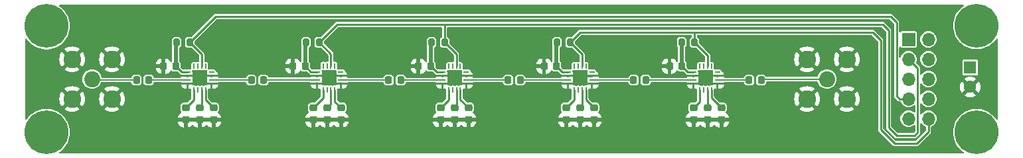
<source format=gbr>
%TF.GenerationSoftware,KiCad,Pcbnew,8.0.1*%
%TF.CreationDate,2024-05-04T10:24:18+02:00*%
%TF.ProjectId,Marconi_2955_Step_Attenuator,4d617263-6f6e-4695-9f32-3935355f5374,rev?*%
%TF.SameCoordinates,Original*%
%TF.FileFunction,Copper,L1,Top*%
%TF.FilePolarity,Positive*%
%FSLAX46Y46*%
G04 Gerber Fmt 4.6, Leading zero omitted, Abs format (unit mm)*
G04 Created by KiCad (PCBNEW 8.0.1) date 2024-05-04 10:24:18*
%MOMM*%
%LPD*%
G01*
G04 APERTURE LIST*
G04 Aperture macros list*
%AMRoundRect*
0 Rectangle with rounded corners*
0 $1 Rounding radius*
0 $2 $3 $4 $5 $6 $7 $8 $9 X,Y pos of 4 corners*
0 Add a 4 corners polygon primitive as box body*
4,1,4,$2,$3,$4,$5,$6,$7,$8,$9,$2,$3,0*
0 Add four circle primitives for the rounded corners*
1,1,$1+$1,$2,$3*
1,1,$1+$1,$4,$5*
1,1,$1+$1,$6,$7*
1,1,$1+$1,$8,$9*
0 Add four rect primitives between the rounded corners*
20,1,$1+$1,$2,$3,$4,$5,0*
20,1,$1+$1,$4,$5,$6,$7,0*
20,1,$1+$1,$6,$7,$8,$9,0*
20,1,$1+$1,$8,$9,$2,$3,0*%
G04 Aperture macros list end*
%TA.AperFunction,ComponentPad*%
%ADD10C,5.600000*%
%TD*%
%TA.AperFunction,SMDPad,CuDef*%
%ADD11RoundRect,0.200000X-0.200000X-0.275000X0.200000X-0.275000X0.200000X0.275000X-0.200000X0.275000X0*%
%TD*%
%TA.AperFunction,SMDPad,CuDef*%
%ADD12RoundRect,0.225000X0.225000X0.250000X-0.225000X0.250000X-0.225000X-0.250000X0.225000X-0.250000X0*%
%TD*%
%TA.AperFunction,SMDPad,CuDef*%
%ADD13RoundRect,0.225000X-0.250000X0.225000X-0.250000X-0.225000X0.250000X-0.225000X0.250000X0.225000X0*%
%TD*%
%TA.AperFunction,SMDPad,CuDef*%
%ADD14RoundRect,0.062500X-0.275000X-0.062500X0.275000X-0.062500X0.275000X0.062500X-0.275000X0.062500X0*%
%TD*%
%TA.AperFunction,SMDPad,CuDef*%
%ADD15RoundRect,0.062500X-0.062500X-0.275000X0.062500X-0.275000X0.062500X0.275000X-0.062500X0.275000X0*%
%TD*%
%TA.AperFunction,HeatsinkPad*%
%ADD16R,1.900000X1.900000*%
%TD*%
%TA.AperFunction,SMDPad,CuDef*%
%ADD17RoundRect,0.225000X-0.225000X-0.250000X0.225000X-0.250000X0.225000X0.250000X-0.225000X0.250000X0*%
%TD*%
%TA.AperFunction,ComponentPad*%
%ADD18C,2.250000*%
%TD*%
%TA.AperFunction,ComponentPad*%
%ADD19C,2.050000*%
%TD*%
%TA.AperFunction,ComponentPad*%
%ADD20R,1.600000X1.600000*%
%TD*%
%TA.AperFunction,ComponentPad*%
%ADD21C,1.600000*%
%TD*%
%TA.AperFunction,ComponentPad*%
%ADD22R,1.700000X1.700000*%
%TD*%
%TA.AperFunction,ComponentPad*%
%ADD23O,1.700000X1.700000*%
%TD*%
%TA.AperFunction,ViaPad*%
%ADD24C,0.600000*%
%TD*%
%TA.AperFunction,Conductor*%
%ADD25C,0.156500*%
%TD*%
%TA.AperFunction,Conductor*%
%ADD26C,0.250000*%
%TD*%
%TA.AperFunction,Conductor*%
%ADD27C,0.148300*%
%TD*%
%TA.AperFunction,Conductor*%
%ADD28C,0.200000*%
%TD*%
%TA.AperFunction,Conductor*%
%ADD29C,0.500000*%
%TD*%
G04 APERTURE END LIST*
D10*
%TO.P,REF\u002A\u002A,1*%
%TO.N,N/C*%
X105181400Y-34467800D03*
%TD*%
%TO.P,REF\u002A\u002A,1*%
%TO.N,N/C*%
X105181400Y-48107600D03*
%TD*%
%TO.P,REF\u002A\u002A,1*%
%TO.N,N/C*%
X223824800Y-48107600D03*
%TD*%
%TO.P,REF\u002A\u002A,1*%
%TO.N,N/C*%
X223824800Y-34442400D03*
%TD*%
D11*
%TO.P,R3,1*%
%TO.N,+5V*%
X154316000Y-36576000D03*
%TO.P,R3,2*%
%TO.N,Net-(J3-Pin_3)*%
X155966000Y-36576000D03*
%TD*%
%TO.P,R5,1*%
%TO.N,+5V*%
X186192000Y-36576000D03*
%TO.P,R5,2*%
%TO.N,Net-(J3-Pin_10)*%
X187842000Y-36576000D03*
%TD*%
D12*
%TO.P,C23,1*%
%TO.N,+5V*%
X138186000Y-39624000D03*
%TO.P,C23,2*%
%TO.N,GND*%
X136636000Y-39624000D03*
%TD*%
D13*
%TO.P,C12,1*%
%TO.N,Net-(U2-ACG3)*%
X142758000Y-44945000D03*
%TO.P,C12,2*%
%TO.N,GND*%
X142758000Y-46495000D03*
%TD*%
%TO.P,C15,1*%
%TO.N,Net-(U3-ACG3)*%
X159014000Y-44945000D03*
%TO.P,C15,2*%
%TO.N,GND*%
X159014000Y-46495000D03*
%TD*%
D14*
%TO.P,U2,1,Vdd*%
%TO.N,+5V*%
X139709500Y-40365000D03*
%TO.P,U2,2,GND*%
%TO.N,GND*%
X139709500Y-40865000D03*
%TO.P,U2,3,RF1*%
%TO.N,Net-(U2-RF1)*%
X139709500Y-41365000D03*
%TO.P,U2,4,GND*%
%TO.N,GND*%
X139709500Y-41865000D03*
D15*
%TO.P,U2,5,ACG1*%
%TO.N,Net-(U2-ACG1)*%
X140472000Y-42627500D03*
%TO.P,U2,6*%
%TO.N,N/C*%
X140972000Y-42627500D03*
%TO.P,U2,7,ACG2*%
%TO.N,Net-(U2-ACG2)*%
X141472000Y-42627500D03*
%TO.P,U2,8,ACG3*%
%TO.N,Net-(U2-ACG3)*%
X141972000Y-42627500D03*
D14*
%TO.P,U2,9,GND*%
%TO.N,GND*%
X142734500Y-41865000D03*
%TO.P,U2,10,RF2*%
%TO.N,Net-(U2-RF2)*%
X142734500Y-41365000D03*
%TO.P,U2,11,GND*%
%TO.N,GND*%
X142734500Y-40865000D03*
%TO.P,U2,12*%
%TO.N,N/C*%
X142734500Y-40365000D03*
D15*
%TO.P,U2,13*%
X141972000Y-39602500D03*
%TO.P,U2,14,V1*%
%TO.N,Net-(J3-Pin_3)*%
X141472000Y-39602500D03*
%TO.P,U2,15*%
%TO.N,N/C*%
X140972000Y-39602500D03*
%TO.P,U2,16*%
X140472000Y-39602500D03*
D16*
%TO.P,U2,17,GND*%
%TO.N,GND*%
X141222000Y-41115000D03*
%TD*%
D13*
%TO.P,C21,1*%
%TO.N,Net-(U5-ACG3)*%
X191272000Y-44958000D03*
%TO.P,C21,2*%
%TO.N,GND*%
X191272000Y-46508000D03*
%TD*%
%TO.P,C14,1*%
%TO.N,Net-(U3-ACG2)*%
X157236000Y-44945000D03*
%TO.P,C14,2*%
%TO.N,GND*%
X157236000Y-46495000D03*
%TD*%
D11*
%TO.P,R1,1*%
%TO.N,+5V*%
X121804000Y-36576000D03*
%TO.P,R1,2*%
%TO.N,Net-(J3-Pin_7)*%
X123454000Y-36576000D03*
%TD*%
D12*
%TO.P,C24,1*%
%TO.N,+5V*%
X154188000Y-39624000D03*
%TO.P,C24,2*%
%TO.N,GND*%
X152638000Y-39624000D03*
%TD*%
D17*
%TO.P,C4,1*%
%TO.N,Net-(U3-RF2)*%
X164068000Y-41402000D03*
%TO.P,C4,2*%
%TO.N,Net-(U4-RF1)*%
X165618000Y-41402000D03*
%TD*%
%TO.P,C2,1*%
%TO.N,Net-(U1-RF2)*%
X131315000Y-41402000D03*
%TO.P,C2,2*%
%TO.N,Net-(U2-RF1)*%
X132865000Y-41402000D03*
%TD*%
D13*
%TO.P,C19,1*%
%TO.N,Net-(U5-ACG1)*%
X187716000Y-44945000D03*
%TO.P,C19,2*%
%TO.N,GND*%
X187716000Y-46495000D03*
%TD*%
%TO.P,C11,1*%
%TO.N,Net-(U2-ACG2)*%
X140980000Y-44958000D03*
%TO.P,C11,2*%
%TO.N,GND*%
X140980000Y-46508000D03*
%TD*%
D17*
%TO.P,C3,1*%
%TO.N,Net-(U2-RF2)*%
X148828000Y-41402000D03*
%TO.P,C3,2*%
%TO.N,Net-(U3-RF1)*%
X150378000Y-41402000D03*
%TD*%
%TO.P,C5,1*%
%TO.N,Net-(U4-RF2)*%
X180070000Y-41402000D03*
%TO.P,C5,2*%
%TO.N,Net-(U5-RF1)*%
X181620000Y-41402000D03*
%TD*%
D13*
%TO.P,C20,1*%
%TO.N,Net-(U5-ACG2)*%
X189494000Y-44958000D03*
%TO.P,C20,2*%
%TO.N,GND*%
X189494000Y-46508000D03*
%TD*%
D14*
%TO.P,U4,1,Vdd*%
%TO.N,+5V*%
X171737500Y-40386500D03*
%TO.P,U4,2,GND*%
%TO.N,GND*%
X171737500Y-40886500D03*
%TO.P,U4,3,RF1*%
%TO.N,Net-(U4-RF1)*%
X171737500Y-41386500D03*
%TO.P,U4,4,GND*%
%TO.N,GND*%
X171737500Y-41886500D03*
D15*
%TO.P,U4,5,ACG1*%
%TO.N,Net-(U4-ACG1)*%
X172500000Y-42649000D03*
%TO.P,U4,6*%
%TO.N,N/C*%
X173000000Y-42649000D03*
%TO.P,U4,7,ACG2*%
%TO.N,Net-(U4-ACG2)*%
X173500000Y-42649000D03*
%TO.P,U4,8,ACG3*%
%TO.N,Net-(U4-ACG3)*%
X174000000Y-42649000D03*
D14*
%TO.P,U4,9,GND*%
%TO.N,GND*%
X174762500Y-41886500D03*
%TO.P,U4,10,RF2*%
%TO.N,Net-(U4-RF2)*%
X174762500Y-41386500D03*
%TO.P,U4,11,GND*%
%TO.N,GND*%
X174762500Y-40886500D03*
%TO.P,U4,12*%
%TO.N,N/C*%
X174762500Y-40386500D03*
D15*
%TO.P,U4,13*%
X174000000Y-39624000D03*
%TO.P,U4,14,V1*%
%TO.N,Net-(J3-Pin_10)*%
X173500000Y-39624000D03*
%TO.P,U4,15*%
%TO.N,N/C*%
X173000000Y-39624000D03*
%TO.P,U4,16*%
X172500000Y-39624000D03*
D16*
%TO.P,U4,17,GND*%
%TO.N,GND*%
X173250000Y-41136500D03*
%TD*%
D14*
%TO.P,U3,1,Vdd*%
%TO.N,+5V*%
X155719500Y-40386500D03*
%TO.P,U3,2,GND*%
%TO.N,GND*%
X155719500Y-40886500D03*
%TO.P,U3,3,RF1*%
%TO.N,Net-(U3-RF1)*%
X155719500Y-41386500D03*
%TO.P,U3,4,GND*%
%TO.N,GND*%
X155719500Y-41886500D03*
D15*
%TO.P,U3,5,ACG1*%
%TO.N,Net-(U3-ACG1)*%
X156482000Y-42649000D03*
%TO.P,U3,6*%
%TO.N,N/C*%
X156982000Y-42649000D03*
%TO.P,U3,7,ACG2*%
%TO.N,Net-(U3-ACG2)*%
X157482000Y-42649000D03*
%TO.P,U3,8,ACG3*%
%TO.N,Net-(U3-ACG3)*%
X157982000Y-42649000D03*
D14*
%TO.P,U3,9,GND*%
%TO.N,GND*%
X158744500Y-41886500D03*
%TO.P,U3,10,RF2*%
%TO.N,Net-(U3-RF2)*%
X158744500Y-41386500D03*
%TO.P,U3,11,GND*%
%TO.N,GND*%
X158744500Y-40886500D03*
%TO.P,U3,12*%
%TO.N,N/C*%
X158744500Y-40386500D03*
D15*
%TO.P,U3,13*%
X157982000Y-39624000D03*
%TO.P,U3,14,V1*%
%TO.N,Net-(J3-Pin_3)*%
X157482000Y-39624000D03*
%TO.P,U3,15*%
%TO.N,N/C*%
X156982000Y-39624000D03*
%TO.P,U3,16*%
X156482000Y-39624000D03*
D16*
%TO.P,U3,17,GND*%
%TO.N,GND*%
X157232000Y-41136500D03*
%TD*%
D18*
%TO.P,OUT,2,Ext*%
%TO.N,GND*%
X113538000Y-43820000D03*
X113538000Y-38740000D03*
X108458000Y-43820000D03*
X108458000Y-38740000D03*
D19*
%TO.P,OUT,1,In*%
%TO.N,Net-(J1-In)*%
X110998000Y-41280000D03*
%TD*%
D20*
%TO.P,C27,1*%
%TO.N,+5V*%
X223000000Y-39780000D03*
D21*
%TO.P,C27,2*%
%TO.N,GND*%
X223000000Y-42280000D03*
%TD*%
D19*
%TO.P,IN,1,In*%
%TO.N,Net-(J2-In)*%
X204724000Y-41280000D03*
D18*
%TO.P,IN,2,Ext*%
%TO.N,GND*%
X202184000Y-38740000D03*
X202184000Y-43820000D03*
X207264000Y-38740000D03*
X207264000Y-43820000D03*
%TD*%
D11*
%TO.P,R2,1*%
%TO.N,+5V*%
X138314000Y-36576000D03*
%TO.P,R2,2*%
%TO.N,Net-(J3-Pin_3)*%
X139964000Y-36576000D03*
%TD*%
D13*
%TO.P,C9,1*%
%TO.N,Net-(U1-ACG3)*%
X126502000Y-44958000D03*
%TO.P,C9,2*%
%TO.N,GND*%
X126502000Y-46508000D03*
%TD*%
D12*
%TO.P,C25,1*%
%TO.N,+5V*%
X170203000Y-39624000D03*
%TO.P,C25,2*%
%TO.N,GND*%
X168653000Y-39624000D03*
%TD*%
D13*
%TO.P,C17,1*%
%TO.N,Net-(U4-ACG2)*%
X173238000Y-44958000D03*
%TO.P,C17,2*%
%TO.N,GND*%
X173238000Y-46508000D03*
%TD*%
%TO.P,C8,1*%
%TO.N,Net-(U1-ACG2)*%
X124724000Y-44958000D03*
%TO.P,C8,2*%
%TO.N,GND*%
X124724000Y-46508000D03*
%TD*%
%TO.P,C7,1*%
%TO.N,Net-(U1-ACG1)*%
X122946000Y-44958000D03*
%TO.P,C7,2*%
%TO.N,GND*%
X122946000Y-46508000D03*
%TD*%
D14*
%TO.P,U1,1,Vdd*%
%TO.N,+5V*%
X123223000Y-40386500D03*
%TO.P,U1,2,GND*%
%TO.N,GND*%
X123223000Y-40886500D03*
%TO.P,U1,3,RF1*%
%TO.N,Net-(U1-RF1)*%
X123223000Y-41386500D03*
%TO.P,U1,4,GND*%
%TO.N,GND*%
X123223000Y-41886500D03*
D15*
%TO.P,U1,5,ACG1*%
%TO.N,Net-(U1-ACG1)*%
X123985500Y-42649000D03*
%TO.P,U1,6*%
%TO.N,N/C*%
X124485500Y-42649000D03*
%TO.P,U1,7,ACG2*%
%TO.N,Net-(U1-ACG2)*%
X124985500Y-42649000D03*
%TO.P,U1,8,ACG3*%
%TO.N,Net-(U1-ACG3)*%
X125485500Y-42649000D03*
D14*
%TO.P,U1,9,GND*%
%TO.N,GND*%
X126248000Y-41886500D03*
%TO.P,U1,10,RF2*%
%TO.N,Net-(U1-RF2)*%
X126248000Y-41386500D03*
%TO.P,U1,11,GND*%
%TO.N,GND*%
X126248000Y-40886500D03*
%TO.P,U1,12*%
%TO.N,N/C*%
X126248000Y-40386500D03*
D15*
%TO.P,U1,13*%
X125485500Y-39624000D03*
%TO.P,U1,14,V1*%
%TO.N,Net-(J3-Pin_7)*%
X124985500Y-39624000D03*
%TO.P,U1,15*%
%TO.N,N/C*%
X124485500Y-39624000D03*
%TO.P,U1,16*%
X123985500Y-39624000D03*
D16*
%TO.P,U1,17,GND*%
%TO.N,GND*%
X124735500Y-41136500D03*
%TD*%
D13*
%TO.P,C13,1*%
%TO.N,Net-(U3-ACG1)*%
X155458000Y-44945000D03*
%TO.P,C13,2*%
%TO.N,GND*%
X155458000Y-46495000D03*
%TD*%
D17*
%TO.P,C1,1*%
%TO.N,Net-(J1-In)*%
X116674000Y-41402000D03*
%TO.P,C1,2*%
%TO.N,Net-(U1-RF1)*%
X118224000Y-41402000D03*
%TD*%
D22*
%TO.P,PM3,1,Pin_1*%
%TO.N,unconnected-(J3-Pin_1-Pad1)*%
X215138000Y-36195000D03*
D23*
%TO.P,PM3,2,Pin_2*%
%TO.N,+5V*%
X217678000Y-36195000D03*
%TO.P,PM3,3,Pin_3*%
%TO.N,Net-(J3-Pin_3)*%
X215138000Y-38735000D03*
%TO.P,PM3,4,Pin_4*%
%TO.N,+5V*%
X217678000Y-38735000D03*
%TO.P,PM3,5,Pin_5*%
%TO.N,unconnected-(J3-Pin_5-Pad5)*%
X215138000Y-41275000D03*
%TO.P,PM3,6,Pin_6*%
%TO.N,+5V*%
X217678000Y-41275000D03*
%TO.P,PM3,7,Pin_7*%
%TO.N,Net-(J3-Pin_7)*%
X215138000Y-43815000D03*
%TO.P,PM3,8,Pin_8*%
%TO.N,unconnected-(J3-Pin_8-Pad8)*%
X217678000Y-43815000D03*
%TO.P,PM3,9,Pin_9*%
%TO.N,unconnected-(J3-Pin_9-Pad9)*%
X215138000Y-46355000D03*
%TO.P,PM3,10,Pin_10*%
%TO.N,Net-(J3-Pin_10)*%
X217678000Y-46355000D03*
%TD*%
D13*
%TO.P,C18,1*%
%TO.N,Net-(U4-ACG3)*%
X175016000Y-44945000D03*
%TO.P,C18,2*%
%TO.N,GND*%
X175016000Y-46495000D03*
%TD*%
D14*
%TO.P,U5,1,Vdd*%
%TO.N,+5V*%
X187739500Y-40386500D03*
%TO.P,U5,2,GND*%
%TO.N,GND*%
X187739500Y-40886500D03*
%TO.P,U5,3,RF1*%
%TO.N,Net-(U5-RF1)*%
X187739500Y-41386500D03*
%TO.P,U5,4,GND*%
%TO.N,GND*%
X187739500Y-41886500D03*
D15*
%TO.P,U5,5,ACG1*%
%TO.N,Net-(U5-ACG1)*%
X188502000Y-42649000D03*
%TO.P,U5,6*%
%TO.N,N/C*%
X189002000Y-42649000D03*
%TO.P,U5,7,ACG2*%
%TO.N,Net-(U5-ACG2)*%
X189502000Y-42649000D03*
%TO.P,U5,8,ACG3*%
%TO.N,Net-(U5-ACG3)*%
X190002000Y-42649000D03*
D14*
%TO.P,U5,9,GND*%
%TO.N,GND*%
X190764500Y-41886500D03*
%TO.P,U5,10,RF2*%
%TO.N,Net-(U5-RF2)*%
X190764500Y-41386500D03*
%TO.P,U5,11,GND*%
%TO.N,GND*%
X190764500Y-40886500D03*
%TO.P,U5,12*%
%TO.N,N/C*%
X190764500Y-40386500D03*
D15*
%TO.P,U5,13*%
X190002000Y-39624000D03*
%TO.P,U5,14,V1*%
%TO.N,Net-(J3-Pin_10)*%
X189502000Y-39624000D03*
%TO.P,U5,15*%
%TO.N,N/C*%
X189002000Y-39624000D03*
%TO.P,U5,16*%
X188502000Y-39624000D03*
D16*
%TO.P,U5,17,GND*%
%TO.N,GND*%
X189252000Y-41136500D03*
%TD*%
D12*
%TO.P,C26,1*%
%TO.N,+5V*%
X186205000Y-39624000D03*
%TO.P,C26,2*%
%TO.N,GND*%
X184655000Y-39624000D03*
%TD*%
D13*
%TO.P,C10,1*%
%TO.N,Net-(U2-ACG1)*%
X139202000Y-44958000D03*
%TO.P,C10,2*%
%TO.N,GND*%
X139202000Y-46508000D03*
%TD*%
D12*
%TO.P,C22,1*%
%TO.N,+5V*%
X121676000Y-39624000D03*
%TO.P,C22,2*%
%TO.N,GND*%
X120126000Y-39624000D03*
%TD*%
D13*
%TO.P,C16,1*%
%TO.N,Net-(U4-ACG1)*%
X171460000Y-44945000D03*
%TO.P,C16,2*%
%TO.N,GND*%
X171460000Y-46495000D03*
%TD*%
D17*
%TO.P,C6,1*%
%TO.N,Net-(U5-RF2)*%
X194802000Y-41402000D03*
%TO.P,C6,2*%
%TO.N,Net-(J2-In)*%
X196352000Y-41402000D03*
%TD*%
D11*
%TO.P,R4,1*%
%TO.N,+5V*%
X170318000Y-36576000D03*
%TO.P,R4,2*%
%TO.N,Net-(J3-Pin_10)*%
X171968000Y-36576000D03*
%TD*%
D24*
%TO.N,GND*%
X126502000Y-46482000D03*
X124724000Y-46482000D03*
X173238000Y-41148000D03*
X184668000Y-39624000D03*
X140980000Y-46482000D03*
X136662000Y-39624000D03*
X175016000Y-46482000D03*
X173238000Y-46482000D03*
X120152000Y-39624000D03*
X122946000Y-46482000D03*
X189494000Y-46482000D03*
X155458000Y-46482000D03*
X152664000Y-39624000D03*
X159014000Y-46482000D03*
X191272000Y-46482000D03*
X171460000Y-46482000D03*
X157236000Y-46482000D03*
X141234000Y-41148000D03*
X139202000Y-46482000D03*
X187716000Y-46482000D03*
X168666000Y-39624000D03*
X157236000Y-41148000D03*
X189240000Y-41148000D03*
X142758000Y-46482000D03*
X124724000Y-41148000D03*
%TO.N,+5V*%
X186192000Y-39624000D03*
X121676000Y-36576000D03*
X138186000Y-39624000D03*
X154188000Y-39624000D03*
X186192000Y-36576000D03*
X170190000Y-36576000D03*
X121676000Y-39624000D03*
X170190000Y-39624000D03*
X138186000Y-36576000D03*
X154188000Y-36576000D03*
%TD*%
D25*
%TO.N,Net-(J1-In)*%
X116674000Y-41402000D02*
X111120000Y-41402000D01*
X111120000Y-41402000D02*
X110998000Y-41280000D01*
D26*
%TO.N,Net-(J3-Pin_10)*%
X213360000Y-49530000D02*
X216154000Y-49530000D01*
X216154000Y-49530000D02*
X217678000Y-48006000D01*
X217678000Y-48006000D02*
X217678000Y-46355000D01*
X211582000Y-47752000D02*
X213360000Y-49530000D01*
%TO.N,Net-(J3-Pin_3)*%
X211836000Y-34290000D02*
X155448000Y-34290000D01*
X212598000Y-35052000D02*
X212598000Y-47498000D01*
X211836000Y-34290000D02*
X212598000Y-35052000D01*
%TO.N,Net-(J3-Pin_10)*%
X211582000Y-36322000D02*
X211582000Y-47752000D01*
X187716000Y-35306000D02*
X210566000Y-35306000D01*
X210566000Y-35306000D02*
X211582000Y-36322000D01*
%TO.N,Net-(J3-Pin_3)*%
X212598000Y-47498000D02*
X213614000Y-48514000D01*
X155966000Y-34290000D02*
X155448000Y-34290000D01*
X215900000Y-48514000D02*
X213614000Y-48514000D01*
X155448000Y-34290000D02*
X142250000Y-34290000D01*
X215138000Y-38735000D02*
X216313000Y-39910000D01*
X216313000Y-39910000D02*
X216313000Y-48101000D01*
X216313000Y-48101000D02*
X215900000Y-48514000D01*
%TO.N,Net-(J3-Pin_7)*%
X215138000Y-43815000D02*
X213995000Y-43815000D01*
X213995000Y-43815000D02*
X213614000Y-43434000D01*
X213614000Y-43434000D02*
X213614000Y-34036000D01*
X213614000Y-34036000D02*
X212852000Y-33274000D01*
X212852000Y-33274000D02*
X126756000Y-33274000D01*
X126756000Y-33274000D02*
X123454000Y-36576000D01*
%TO.N,Net-(J3-Pin_3)*%
X155966000Y-36576000D02*
X155966000Y-34290000D01*
X142250000Y-34290000D02*
X139964000Y-36576000D01*
%TO.N,Net-(J3-Pin_10)*%
X171968000Y-36576000D02*
X173238000Y-35306000D01*
X173238000Y-35306000D02*
X187716000Y-35306000D01*
X187716000Y-35306000D02*
X187842000Y-35432000D01*
X187842000Y-35432000D02*
X187842000Y-36576000D01*
X187842000Y-36450000D02*
X187842000Y-36576000D01*
D25*
%TO.N,Net-(U1-RF1)*%
X118239500Y-41386500D02*
X118224000Y-41402000D01*
D27*
X123223000Y-41386500D02*
X118239500Y-41386500D01*
D25*
%TO.N,Net-(J1-In)*%
X116552000Y-41280000D02*
X116674000Y-41402000D01*
%TO.N,Net-(U2-RF1)*%
X132902000Y-41365000D02*
X132865000Y-41402000D01*
D27*
X139709500Y-41365000D02*
X132902000Y-41365000D01*
D25*
%TO.N,Net-(U1-RF2)*%
X131299500Y-41386500D02*
X131315000Y-41402000D01*
D27*
X126248000Y-41386500D02*
X131299500Y-41386500D01*
D25*
%TO.N,Net-(U3-RF1)*%
X150393500Y-41386500D02*
X150378000Y-41402000D01*
D27*
X155719500Y-41386500D02*
X150393500Y-41386500D01*
%TO.N,Net-(U2-RF2)*%
X148828000Y-41402000D02*
X142771500Y-41402000D01*
D25*
X142771500Y-41402000D02*
X142734500Y-41365000D01*
%TO.N,Net-(U3-RF2)*%
X158760000Y-41402000D02*
X158744500Y-41386500D01*
D27*
X164068000Y-41402000D02*
X158760000Y-41402000D01*
D25*
%TO.N,Net-(U4-RF1)*%
X165633500Y-41386500D02*
X165618000Y-41402000D01*
D27*
X171737500Y-41386500D02*
X165633500Y-41386500D01*
%TO.N,Net-(U5-RF1)*%
X181620000Y-41402000D02*
X187724000Y-41402000D01*
D25*
X187724000Y-41402000D02*
X187739500Y-41386500D01*
D27*
%TO.N,Net-(U4-RF2)*%
X174762500Y-41386500D02*
X180054500Y-41386500D01*
D25*
X180054500Y-41386500D02*
X180070000Y-41402000D01*
D27*
%TO.N,Net-(J2-In)*%
X204724000Y-41280000D02*
X196474000Y-41280000D01*
D25*
X196474000Y-41280000D02*
X196352000Y-41402000D01*
%TO.N,Net-(U5-RF2)*%
X190780000Y-41402000D02*
X190764500Y-41386500D01*
D27*
X194802000Y-41402000D02*
X190780000Y-41402000D01*
D28*
%TO.N,GND*%
X124735500Y-41136500D02*
X124985500Y-40886500D01*
X139709500Y-40865000D02*
X140951000Y-40865000D01*
X141472000Y-40865000D02*
X141222000Y-41115000D01*
X171737500Y-41886500D02*
X172500000Y-41886500D01*
D26*
X173500000Y-40886500D02*
X173250000Y-41136500D01*
D28*
X155719500Y-41886500D02*
X156497500Y-41886500D01*
X188978500Y-40886500D02*
X189240000Y-41148000D01*
X156982000Y-40886500D02*
X157232000Y-41136500D01*
X190764500Y-40886500D02*
X189501500Y-40886500D01*
X155719500Y-40886500D02*
X156982000Y-40886500D01*
X140951000Y-40865000D02*
X141234000Y-41148000D01*
X171737500Y-41886500D02*
X170825000Y-41886500D01*
X124462500Y-40886500D02*
X123223000Y-40886500D01*
X187739500Y-41886500D02*
X188501500Y-41886500D01*
X158744500Y-40886500D02*
X157482000Y-40886500D01*
X142734500Y-40865000D02*
X141472000Y-40865000D01*
X141951000Y-41865000D02*
X141234000Y-41148000D01*
X172500000Y-41886500D02*
X173250000Y-41136500D01*
D26*
X174762500Y-40886500D02*
X174724000Y-40886500D01*
D28*
X124724000Y-41148000D02*
X125462500Y-41886500D01*
X173499500Y-40886500D02*
X173238000Y-41148000D01*
X124724000Y-41148000D02*
X124462500Y-40886500D01*
X157982000Y-41886500D02*
X157232000Y-41136500D01*
X140517000Y-41865000D02*
X141234000Y-41148000D01*
X187739500Y-40886500D02*
X188978500Y-40886500D01*
X124724000Y-41148000D02*
X123985500Y-41886500D01*
X190764500Y-41886500D02*
X189978500Y-41886500D01*
X125462500Y-41886500D02*
X126248000Y-41886500D01*
X173000000Y-40886500D02*
X173250000Y-41136500D01*
X124985500Y-40886500D02*
X126248000Y-40886500D01*
X142734500Y-41865000D02*
X141951000Y-41865000D01*
X156497500Y-41886500D02*
X157236000Y-41148000D01*
X174762500Y-41886500D02*
X173976500Y-41886500D01*
X139709500Y-41865000D02*
X140517000Y-41865000D01*
X189501500Y-40886500D02*
X189240000Y-41148000D01*
X189978500Y-41886500D02*
X189240000Y-41148000D01*
X173976500Y-41886500D02*
X173238000Y-41148000D01*
X158744500Y-41886500D02*
X157982000Y-41886500D01*
X188501500Y-41886500D02*
X189240000Y-41148000D01*
X123985500Y-41886500D02*
X123223000Y-41886500D01*
D26*
X174762500Y-40886500D02*
X173500000Y-40886500D01*
D28*
X171737500Y-40886500D02*
X173000000Y-40886500D01*
X157482000Y-40886500D02*
X157232000Y-41136500D01*
D26*
%TO.N,Net-(U1-ACG1)*%
X123985500Y-43918500D02*
X122946000Y-44958000D01*
X123985500Y-42649000D02*
X123985500Y-43918500D01*
%TO.N,Net-(U1-ACG2)*%
X124985500Y-44696500D02*
X124724000Y-44958000D01*
X124985500Y-42649000D02*
X124985500Y-44696500D01*
%TO.N,Net-(U1-ACG3)*%
X125485500Y-42649000D02*
X125485500Y-43941500D01*
X125485500Y-43941500D02*
X126502000Y-44958000D01*
%TO.N,Net-(U2-ACG1)*%
X140472000Y-42627500D02*
X140472000Y-43688000D01*
X140472000Y-43688000D02*
X139202000Y-44958000D01*
%TO.N,Net-(U2-ACG2)*%
X141472000Y-44466000D02*
X140980000Y-44958000D01*
X141472000Y-42627500D02*
X141472000Y-44466000D01*
%TO.N,Net-(U2-ACG3)*%
X141972000Y-42627500D02*
X141972000Y-44159000D01*
X141972000Y-44159000D02*
X142758000Y-44945000D01*
%TO.N,Net-(U3-ACG1)*%
X156482000Y-42649000D02*
X156482000Y-43921000D01*
X156482000Y-43921000D02*
X155458000Y-44945000D01*
%TO.N,Net-(U3-ACG2)*%
X157482000Y-44699000D02*
X157236000Y-44945000D01*
X157482000Y-42649000D02*
X157482000Y-44699000D01*
%TO.N,Net-(U3-ACG3)*%
X157982000Y-43913000D02*
X159014000Y-44945000D01*
X157982000Y-42649000D02*
X157982000Y-43913000D01*
%TO.N,Net-(U4-ACG1)*%
X172500000Y-43905000D02*
X171460000Y-44945000D01*
X172500000Y-42649000D02*
X172500000Y-43905000D01*
%TO.N,Net-(U4-ACG2)*%
X173500000Y-44696000D02*
X173238000Y-44958000D01*
X173500000Y-42649000D02*
X173500000Y-44696000D01*
%TO.N,Net-(U4-ACG3)*%
X174000000Y-42649000D02*
X174000000Y-43929000D01*
X174000000Y-43929000D02*
X175016000Y-44945000D01*
%TO.N,Net-(U5-ACG1)*%
X188502000Y-42649000D02*
X188502000Y-44159000D01*
X188502000Y-44159000D02*
X187716000Y-44945000D01*
%TO.N,Net-(U5-ACG2)*%
X189502000Y-42649000D02*
X189502000Y-44950000D01*
X189502000Y-44950000D02*
X189494000Y-44958000D01*
%TO.N,Net-(U5-ACG3)*%
X190002000Y-43688000D02*
X191272000Y-44958000D01*
X190002000Y-42649000D02*
X190002000Y-43688000D01*
%TO.N,+5V*%
X186967500Y-40386500D02*
X186205000Y-39624000D01*
D29*
X186205000Y-36589000D02*
X186192000Y-36576000D01*
X121676000Y-39624000D02*
X121676000Y-36704000D01*
X186205000Y-39624000D02*
X186205000Y-36589000D01*
X138186000Y-39624000D02*
X138186000Y-36704000D01*
X138186000Y-36704000D02*
X138314000Y-36576000D01*
D26*
X170965500Y-40386500D02*
X170203000Y-39624000D01*
X122438500Y-40386500D02*
X121676000Y-39624000D01*
X123223000Y-40386500D02*
X122438500Y-40386500D01*
X155719500Y-40386500D02*
X154950500Y-40386500D01*
D29*
X186192000Y-39611000D02*
X186192000Y-39611000D01*
D26*
X139709500Y-40365000D02*
X138927000Y-40365000D01*
D29*
X170203000Y-36691000D02*
X170318000Y-36576000D01*
D26*
X154950500Y-40386500D02*
X154188000Y-39624000D01*
X187739500Y-40386500D02*
X186967500Y-40386500D01*
D29*
X154188000Y-39624000D02*
X154188000Y-36576000D01*
X170318000Y-39509000D02*
X170203000Y-39624000D01*
X138314000Y-36576000D02*
X138186000Y-36576000D01*
X186192000Y-39611000D02*
X186192000Y-39624000D01*
D26*
X171737500Y-40386500D02*
X170965500Y-40386500D01*
D29*
X121804000Y-39496000D02*
X121676000Y-39624000D01*
X138314000Y-39496000D02*
X138186000Y-39624000D01*
X121676000Y-36704000D02*
X121804000Y-36576000D01*
X170190000Y-39624000D02*
X170203000Y-36691000D01*
X186205000Y-39624000D02*
X186205000Y-39624000D01*
X154316000Y-39496000D02*
X154188000Y-39624000D01*
X170203000Y-39624000D02*
X170190000Y-39624000D01*
D26*
X138927000Y-40365000D02*
X138186000Y-39624000D01*
D29*
X186192000Y-39624000D02*
X186205000Y-39624000D01*
X121804000Y-36576000D02*
X121676000Y-36576000D01*
D26*
%TO.N,Net-(J3-Pin_7)*%
X123454000Y-36576000D02*
X124985500Y-38107500D01*
X124985500Y-38107500D02*
X124985500Y-39624000D01*
%TO.N,Net-(J3-Pin_10)*%
X171968000Y-36576000D02*
X173500000Y-38108000D01*
X173500000Y-38108000D02*
X173500000Y-39624000D01*
X189502000Y-38236000D02*
X189502000Y-39624000D01*
X187842000Y-36576000D02*
X189502000Y-38236000D01*
%TO.N,Net-(J3-Pin_3)*%
X139964000Y-36576000D02*
X141472000Y-38084000D01*
X155966000Y-36576000D02*
X157482000Y-38092000D01*
X157482000Y-38092000D02*
X157482000Y-39624000D01*
X141472000Y-38084000D02*
X141472000Y-39602500D01*
%TD*%
%TA.AperFunction,Conductor*%
%TO.N,GND*%
G36*
X222139201Y-31799407D02*
G01*
X222175165Y-31848907D01*
X222175165Y-31910093D01*
X222139201Y-31959593D01*
X222135412Y-31962213D01*
X222029990Y-32031550D01*
X221762243Y-32256215D01*
X221522391Y-32510443D01*
X221313671Y-32790802D01*
X221313669Y-32790805D01*
X221138911Y-33093495D01*
X221138908Y-33093502D01*
X221000474Y-33414427D01*
X221000472Y-33414434D01*
X220900230Y-33749265D01*
X220900230Y-33749266D01*
X220839538Y-34093470D01*
X220819215Y-34442400D01*
X220839538Y-34791329D01*
X220900230Y-35135533D01*
X220900230Y-35135534D01*
X221000472Y-35470365D01*
X221000474Y-35470372D01*
X221099486Y-35699907D01*
X221138911Y-35791304D01*
X221313670Y-36093996D01*
X221522388Y-36374353D01*
X221762242Y-36628583D01*
X222029989Y-36853249D01*
X222322007Y-37045313D01*
X222634349Y-37202177D01*
X222962789Y-37321719D01*
X222962792Y-37321719D01*
X222962793Y-37321720D01*
X223302875Y-37402321D01*
X223302880Y-37402321D01*
X223302886Y-37402323D01*
X223650041Y-37442900D01*
X223650044Y-37442900D01*
X223999556Y-37442900D01*
X223999559Y-37442900D01*
X224346714Y-37402323D01*
X224346720Y-37402321D01*
X224346724Y-37402321D01*
X224579639Y-37347119D01*
X224686811Y-37321719D01*
X225015251Y-37202177D01*
X225327593Y-37045313D01*
X225619611Y-36853249D01*
X225887358Y-36628583D01*
X226127212Y-36374353D01*
X226321092Y-36113926D01*
X226371005Y-36078543D01*
X226432186Y-36079255D01*
X226481264Y-36115792D01*
X226499500Y-36173047D01*
X226499500Y-46376952D01*
X226480593Y-46435143D01*
X226431093Y-46471107D01*
X226369907Y-46471107D01*
X226321090Y-46436071D01*
X226320399Y-46435143D01*
X226127212Y-46175647D01*
X226127211Y-46175646D01*
X226127209Y-46175643D01*
X225887356Y-45921415D01*
X225796166Y-45844898D01*
X225619611Y-45696751D01*
X225485562Y-45608585D01*
X225327594Y-45504687D01*
X225015253Y-45347824D01*
X225015252Y-45347823D01*
X225015251Y-45347823D01*
X224686811Y-45228281D01*
X224686812Y-45228281D01*
X224686806Y-45228279D01*
X224346724Y-45147678D01*
X224233889Y-45134489D01*
X223999559Y-45107100D01*
X223650041Y-45107100D01*
X223458750Y-45129458D01*
X223302875Y-45147678D01*
X222962793Y-45228279D01*
X222767344Y-45299417D01*
X222634349Y-45347823D01*
X222634348Y-45347823D01*
X222634346Y-45347824D01*
X222322005Y-45504687D01*
X222029990Y-45696750D01*
X221762243Y-45921415D01*
X221522391Y-46175643D01*
X221313671Y-46456002D01*
X221313669Y-46456005D01*
X221138911Y-46758695D01*
X221138908Y-46758702D01*
X221000474Y-47079627D01*
X221000472Y-47079634D01*
X220900230Y-47414465D01*
X220900230Y-47414466D01*
X220839538Y-47758670D01*
X220819215Y-48107600D01*
X220839538Y-48456529D01*
X220900230Y-48800733D01*
X220900230Y-48800734D01*
X220905195Y-48817318D01*
X221000474Y-49135571D01*
X221138911Y-49456504D01*
X221313670Y-49759196D01*
X221522388Y-50039553D01*
X221762242Y-50293783D01*
X222029989Y-50518449D01*
X222150617Y-50597788D01*
X222188844Y-50645560D01*
X222191691Y-50706679D01*
X222158069Y-50757799D01*
X222100821Y-50779393D01*
X222096215Y-50779500D01*
X106909985Y-50779500D01*
X106851794Y-50760593D01*
X106815830Y-50711093D01*
X106815830Y-50649907D01*
X106851794Y-50600407D01*
X106855565Y-50597799D01*
X106976211Y-50518449D01*
X107243958Y-50293783D01*
X107483812Y-50039553D01*
X107692530Y-49759196D01*
X107867289Y-49456504D01*
X108005726Y-49135571D01*
X108105969Y-48800736D01*
X108166662Y-48456527D01*
X108186985Y-48107600D01*
X108166662Y-47758673D01*
X108105969Y-47414464D01*
X108005726Y-47079629D01*
X107877049Y-46781322D01*
X121971001Y-46781322D01*
X121981142Y-46880597D01*
X121981145Y-46880609D01*
X122034454Y-47041487D01*
X122123425Y-47185729D01*
X122243270Y-47305574D01*
X122387512Y-47394545D01*
X122548396Y-47447856D01*
X122647677Y-47457999D01*
X122696000Y-47457998D01*
X123196000Y-47457998D01*
X123196001Y-47457999D01*
X123244322Y-47457999D01*
X123343597Y-47447857D01*
X123343609Y-47447854D01*
X123504487Y-47394545D01*
X123648729Y-47305574D01*
X123648730Y-47305573D01*
X123764996Y-47189308D01*
X123819513Y-47161531D01*
X123879945Y-47171102D01*
X123905004Y-47189308D01*
X124021270Y-47305574D01*
X124165512Y-47394545D01*
X124326396Y-47447856D01*
X124425677Y-47457999D01*
X124474000Y-47457998D01*
X124974000Y-47457998D01*
X124974001Y-47457999D01*
X125022322Y-47457999D01*
X125121597Y-47447857D01*
X125121609Y-47447854D01*
X125282487Y-47394545D01*
X125426729Y-47305574D01*
X125426730Y-47305573D01*
X125542996Y-47189308D01*
X125597513Y-47161531D01*
X125657945Y-47171102D01*
X125683004Y-47189308D01*
X125799270Y-47305574D01*
X125943512Y-47394545D01*
X126104396Y-47447856D01*
X126203677Y-47457999D01*
X126252000Y-47457998D01*
X126752000Y-47457998D01*
X126752001Y-47457999D01*
X126800322Y-47457999D01*
X126899597Y-47447857D01*
X126899609Y-47447854D01*
X127060487Y-47394545D01*
X127204729Y-47305574D01*
X127324574Y-47185729D01*
X127413545Y-47041487D01*
X127466856Y-46880603D01*
X127477000Y-46781323D01*
X127477000Y-46781322D01*
X138227001Y-46781322D01*
X138237142Y-46880597D01*
X138237145Y-46880609D01*
X138290454Y-47041487D01*
X138379425Y-47185729D01*
X138499270Y-47305574D01*
X138643512Y-47394545D01*
X138804396Y-47447856D01*
X138903677Y-47457999D01*
X138952000Y-47457998D01*
X139452000Y-47457998D01*
X139452001Y-47457999D01*
X139500322Y-47457999D01*
X139599597Y-47447857D01*
X139599609Y-47447854D01*
X139760487Y-47394545D01*
X139904729Y-47305574D01*
X139904730Y-47305573D01*
X140020996Y-47189308D01*
X140075513Y-47161531D01*
X140135945Y-47171102D01*
X140161004Y-47189308D01*
X140277270Y-47305574D01*
X140421512Y-47394545D01*
X140582396Y-47447856D01*
X140681677Y-47457999D01*
X140730000Y-47457998D01*
X141230000Y-47457998D01*
X141230001Y-47457999D01*
X141278322Y-47457999D01*
X141377597Y-47447857D01*
X141377609Y-47447854D01*
X141538487Y-47394545D01*
X141682729Y-47305574D01*
X141682730Y-47305573D01*
X141805496Y-47182808D01*
X141860013Y-47155031D01*
X141920445Y-47164602D01*
X141945504Y-47182808D01*
X142055270Y-47292574D01*
X142199512Y-47381545D01*
X142360396Y-47434856D01*
X142459677Y-47444999D01*
X142508000Y-47444998D01*
X143008000Y-47444998D01*
X143008001Y-47444999D01*
X143056322Y-47444999D01*
X143155597Y-47434857D01*
X143155609Y-47434854D01*
X143316487Y-47381545D01*
X143460729Y-47292574D01*
X143580574Y-47172729D01*
X143669545Y-47028487D01*
X143722856Y-46867603D01*
X143733000Y-46768323D01*
X143733000Y-46768322D01*
X154483001Y-46768322D01*
X154493142Y-46867597D01*
X154493145Y-46867609D01*
X154546454Y-47028487D01*
X154635425Y-47172729D01*
X154755270Y-47292574D01*
X154899512Y-47381545D01*
X155060396Y-47434856D01*
X155159677Y-47444999D01*
X155208000Y-47444998D01*
X155708000Y-47444998D01*
X155708001Y-47444999D01*
X155756322Y-47444999D01*
X155855597Y-47434857D01*
X155855609Y-47434854D01*
X156016487Y-47381545D01*
X156160729Y-47292574D01*
X156160730Y-47292573D01*
X156276996Y-47176308D01*
X156331513Y-47148531D01*
X156391945Y-47158102D01*
X156417004Y-47176308D01*
X156533270Y-47292574D01*
X156677512Y-47381545D01*
X156838396Y-47434856D01*
X156937677Y-47444999D01*
X156986000Y-47444998D01*
X157486000Y-47444998D01*
X157486001Y-47444999D01*
X157534322Y-47444999D01*
X157633597Y-47434857D01*
X157633609Y-47434854D01*
X157794487Y-47381545D01*
X157938729Y-47292574D01*
X157938730Y-47292573D01*
X158054996Y-47176308D01*
X158109513Y-47148531D01*
X158169945Y-47158102D01*
X158195004Y-47176308D01*
X158311270Y-47292574D01*
X158455512Y-47381545D01*
X158616396Y-47434856D01*
X158715677Y-47444999D01*
X158764000Y-47444998D01*
X159264000Y-47444998D01*
X159264001Y-47444999D01*
X159312322Y-47444999D01*
X159411597Y-47434857D01*
X159411609Y-47434854D01*
X159572487Y-47381545D01*
X159716729Y-47292574D01*
X159836574Y-47172729D01*
X159925545Y-47028487D01*
X159978856Y-46867603D01*
X159989000Y-46768323D01*
X159989000Y-46768322D01*
X170485001Y-46768322D01*
X170495142Y-46867597D01*
X170495145Y-46867609D01*
X170548454Y-47028487D01*
X170637425Y-47172729D01*
X170757270Y-47292574D01*
X170901512Y-47381545D01*
X171062396Y-47434856D01*
X171161677Y-47444999D01*
X171210000Y-47444998D01*
X171710000Y-47444998D01*
X171710001Y-47444999D01*
X171758322Y-47444999D01*
X171857597Y-47434857D01*
X171857609Y-47434854D01*
X172018487Y-47381545D01*
X172162729Y-47292574D01*
X172162730Y-47292573D01*
X172272496Y-47182808D01*
X172327013Y-47155031D01*
X172387445Y-47164602D01*
X172412504Y-47182808D01*
X172535270Y-47305574D01*
X172679512Y-47394545D01*
X172840396Y-47447856D01*
X172939677Y-47457999D01*
X172988000Y-47457998D01*
X173488000Y-47457998D01*
X173488001Y-47457999D01*
X173536322Y-47457999D01*
X173635597Y-47447857D01*
X173635609Y-47447854D01*
X173796487Y-47394545D01*
X173940729Y-47305574D01*
X173940730Y-47305573D01*
X174063496Y-47182808D01*
X174118013Y-47155031D01*
X174178445Y-47164602D01*
X174203504Y-47182808D01*
X174313270Y-47292574D01*
X174457512Y-47381545D01*
X174618396Y-47434856D01*
X174717677Y-47444999D01*
X174766000Y-47444998D01*
X175266000Y-47444998D01*
X175266001Y-47444999D01*
X175314322Y-47444999D01*
X175413597Y-47434857D01*
X175413609Y-47434854D01*
X175574487Y-47381545D01*
X175718729Y-47292574D01*
X175838574Y-47172729D01*
X175927545Y-47028487D01*
X175980856Y-46867603D01*
X175991000Y-46768323D01*
X175991000Y-46768322D01*
X186741001Y-46768322D01*
X186751142Y-46867597D01*
X186751145Y-46867609D01*
X186804454Y-47028487D01*
X186893425Y-47172729D01*
X187013270Y-47292574D01*
X187157512Y-47381545D01*
X187318396Y-47434856D01*
X187417677Y-47444999D01*
X187466000Y-47444998D01*
X187966000Y-47444998D01*
X187966001Y-47444999D01*
X188014322Y-47444999D01*
X188113597Y-47434857D01*
X188113609Y-47434854D01*
X188274487Y-47381545D01*
X188418729Y-47292574D01*
X188418730Y-47292573D01*
X188528496Y-47182808D01*
X188583013Y-47155031D01*
X188643445Y-47164602D01*
X188668504Y-47182808D01*
X188791270Y-47305574D01*
X188935512Y-47394545D01*
X189096396Y-47447856D01*
X189195677Y-47457999D01*
X189244000Y-47457998D01*
X189744000Y-47457998D01*
X189744001Y-47457999D01*
X189792322Y-47457999D01*
X189891597Y-47447857D01*
X189891609Y-47447854D01*
X190052487Y-47394545D01*
X190196729Y-47305574D01*
X190196730Y-47305573D01*
X190312996Y-47189308D01*
X190367513Y-47161531D01*
X190427945Y-47171102D01*
X190453004Y-47189308D01*
X190569270Y-47305574D01*
X190713512Y-47394545D01*
X190874396Y-47447856D01*
X190973677Y-47457999D01*
X191022000Y-47457998D01*
X191522000Y-47457998D01*
X191522001Y-47457999D01*
X191570322Y-47457999D01*
X191669597Y-47447857D01*
X191669609Y-47447854D01*
X191830487Y-47394545D01*
X191974729Y-47305574D01*
X192094574Y-47185729D01*
X192183545Y-47041487D01*
X192236856Y-46880603D01*
X192247000Y-46781323D01*
X192247000Y-46758001D01*
X192246999Y-46758000D01*
X191522001Y-46758000D01*
X191522000Y-46758001D01*
X191522000Y-47457998D01*
X191022000Y-47457998D01*
X191022000Y-46758001D01*
X191021999Y-46758000D01*
X189744001Y-46758000D01*
X189744000Y-46758001D01*
X189744000Y-47457998D01*
X189244000Y-47457998D01*
X189244000Y-46758001D01*
X189243999Y-46758000D01*
X188530007Y-46758000D01*
X188489996Y-46745000D01*
X187966001Y-46745000D01*
X187966000Y-46745001D01*
X187966000Y-47444998D01*
X187466000Y-47444998D01*
X187466000Y-46745001D01*
X187465999Y-46745000D01*
X186741002Y-46745000D01*
X186741001Y-46745001D01*
X186741001Y-46768322D01*
X175991000Y-46768322D01*
X175991000Y-46745001D01*
X175990999Y-46745000D01*
X175266001Y-46745000D01*
X175266000Y-46745001D01*
X175266000Y-47444998D01*
X174766000Y-47444998D01*
X174766000Y-46745001D01*
X174765999Y-46745000D01*
X174240602Y-46745000D01*
X174217480Y-46756781D01*
X174201993Y-46758000D01*
X173488001Y-46758000D01*
X173488000Y-46758001D01*
X173488000Y-47457998D01*
X172988000Y-47457998D01*
X172988000Y-46758001D01*
X172987999Y-46758000D01*
X172274007Y-46758000D01*
X172233996Y-46745000D01*
X171710001Y-46745000D01*
X171710000Y-46745001D01*
X171710000Y-47444998D01*
X171210000Y-47444998D01*
X171210000Y-46745001D01*
X171209999Y-46745000D01*
X170485002Y-46745000D01*
X170485001Y-46745001D01*
X170485001Y-46768322D01*
X159989000Y-46768322D01*
X159989000Y-46745001D01*
X159988999Y-46745000D01*
X159264001Y-46745000D01*
X159264000Y-46745001D01*
X159264000Y-47444998D01*
X158764000Y-47444998D01*
X158764000Y-46745001D01*
X158763999Y-46745000D01*
X157486001Y-46745000D01*
X157486000Y-46745001D01*
X157486000Y-47444998D01*
X156986000Y-47444998D01*
X156986000Y-46745001D01*
X156985999Y-46745000D01*
X155708001Y-46745000D01*
X155708000Y-46745001D01*
X155708000Y-47444998D01*
X155208000Y-47444998D01*
X155208000Y-46745001D01*
X155207999Y-46745000D01*
X154483002Y-46745000D01*
X154483001Y-46745001D01*
X154483001Y-46768322D01*
X143733000Y-46768322D01*
X143733000Y-46745001D01*
X143732999Y-46745000D01*
X143008001Y-46745000D01*
X143008000Y-46745001D01*
X143008000Y-47444998D01*
X142508000Y-47444998D01*
X142508000Y-46745001D01*
X142507999Y-46745000D01*
X141982602Y-46745000D01*
X141959480Y-46756781D01*
X141943993Y-46758000D01*
X141230001Y-46758000D01*
X141230000Y-46758001D01*
X141230000Y-47457998D01*
X140730000Y-47457998D01*
X140730000Y-46758001D01*
X140729999Y-46758000D01*
X139452001Y-46758000D01*
X139452000Y-46758001D01*
X139452000Y-47457998D01*
X138952000Y-47457998D01*
X138952000Y-46758001D01*
X138951999Y-46758000D01*
X138227002Y-46758000D01*
X138227001Y-46758001D01*
X138227001Y-46781322D01*
X127477000Y-46781322D01*
X127477000Y-46758001D01*
X127476999Y-46758000D01*
X126752001Y-46758000D01*
X126752000Y-46758001D01*
X126752000Y-47457998D01*
X126252000Y-47457998D01*
X126252000Y-46758001D01*
X126251999Y-46758000D01*
X124974001Y-46758000D01*
X124974000Y-46758001D01*
X124974000Y-47457998D01*
X124474000Y-47457998D01*
X124474000Y-46758001D01*
X124473999Y-46758000D01*
X123196001Y-46758000D01*
X123196000Y-46758001D01*
X123196000Y-47457998D01*
X122696000Y-47457998D01*
X122696000Y-46758001D01*
X122695999Y-46758000D01*
X121971002Y-46758000D01*
X121971001Y-46758001D01*
X121971001Y-46781322D01*
X107877049Y-46781322D01*
X107867289Y-46758696D01*
X107692530Y-46456004D01*
X107545121Y-46257999D01*
X121971000Y-46257999D01*
X121971001Y-46258000D01*
X127476998Y-46258000D01*
X127476999Y-46257999D01*
X138227000Y-46257999D01*
X138227001Y-46258000D01*
X141755398Y-46258000D01*
X141778520Y-46246219D01*
X141794007Y-46245000D01*
X143732998Y-46245000D01*
X143732999Y-46244999D01*
X154483000Y-46244999D01*
X154483001Y-46245000D01*
X159988998Y-46245000D01*
X159988999Y-46244999D01*
X170485000Y-46244999D01*
X170485001Y-46245000D01*
X172423993Y-46245000D01*
X172464004Y-46258000D01*
X174013398Y-46258000D01*
X174036520Y-46246219D01*
X174052007Y-46245000D01*
X175990998Y-46245000D01*
X175990999Y-46244999D01*
X186741000Y-46244999D01*
X186741001Y-46245000D01*
X188679993Y-46245000D01*
X188720004Y-46258000D01*
X192246998Y-46258000D01*
X192246999Y-46257999D01*
X192246999Y-46234677D01*
X192236857Y-46135402D01*
X192236854Y-46135390D01*
X192183545Y-45974512D01*
X192094574Y-45830270D01*
X191974730Y-45710426D01*
X191847248Y-45631793D01*
X191807647Y-45585152D01*
X191803024Y-45524141D01*
X191829216Y-45477531D01*
X191870528Y-45436220D01*
X191929898Y-45319700D01*
X191931716Y-45316132D01*
X191931716Y-45316131D01*
X191931719Y-45316126D01*
X191947500Y-45216488D01*
X191947500Y-44699512D01*
X191946418Y-44692683D01*
X191937652Y-44637335D01*
X191931719Y-44599874D01*
X191931716Y-44599869D01*
X191931716Y-44599867D01*
X191870529Y-44479782D01*
X191870528Y-44479780D01*
X191775220Y-44384472D01*
X191775217Y-44384470D01*
X191655132Y-44323283D01*
X191655127Y-44323281D01*
X191655126Y-44323281D01*
X191605500Y-44315421D01*
X191555490Y-44307500D01*
X191555488Y-44307500D01*
X191122835Y-44307500D01*
X191064644Y-44288593D01*
X191052831Y-44278504D01*
X190594327Y-43820000D01*
X200553975Y-43820000D01*
X200574042Y-44074990D01*
X200633754Y-44323706D01*
X200731635Y-44560013D01*
X200731641Y-44560025D01*
X200865278Y-44778099D01*
X200865287Y-44778112D01*
X200868532Y-44781911D01*
X201429883Y-44220559D01*
X201430740Y-44222626D01*
X201523762Y-44361844D01*
X201642156Y-44480238D01*
X201781374Y-44573260D01*
X201783438Y-44574114D01*
X201222087Y-45135466D01*
X201222087Y-45135467D01*
X201225896Y-45138719D01*
X201443974Y-45272358D01*
X201443986Y-45272364D01*
X201680293Y-45370245D01*
X201680292Y-45370245D01*
X201929009Y-45429957D01*
X202184000Y-45450024D01*
X202438990Y-45429957D01*
X202687706Y-45370245D01*
X202924013Y-45272364D01*
X202924025Y-45272358D01*
X203142097Y-45138723D01*
X203142106Y-45138716D01*
X203145911Y-45135466D01*
X202584560Y-44574115D01*
X202586626Y-44573260D01*
X202725844Y-44480238D01*
X202844238Y-44361844D01*
X202937260Y-44222626D01*
X202938115Y-44220560D01*
X203499466Y-44781911D01*
X203502716Y-44778106D01*
X203502723Y-44778097D01*
X203636358Y-44560025D01*
X203636364Y-44560013D01*
X203734245Y-44323706D01*
X203793957Y-44074990D01*
X203814024Y-43820000D01*
X205633975Y-43820000D01*
X205654042Y-44074990D01*
X205713754Y-44323706D01*
X205811635Y-44560013D01*
X205811641Y-44560025D01*
X205945278Y-44778099D01*
X205945287Y-44778112D01*
X205948532Y-44781911D01*
X206509883Y-44220559D01*
X206510740Y-44222626D01*
X206603762Y-44361844D01*
X206722156Y-44480238D01*
X206861374Y-44573260D01*
X206863438Y-44574114D01*
X206302087Y-45135466D01*
X206302087Y-45135467D01*
X206305896Y-45138719D01*
X206523974Y-45272358D01*
X206523986Y-45272364D01*
X206760293Y-45370245D01*
X206760292Y-45370245D01*
X207009009Y-45429957D01*
X207264000Y-45450024D01*
X207518990Y-45429957D01*
X207767706Y-45370245D01*
X208004013Y-45272364D01*
X208004025Y-45272358D01*
X208222097Y-45138723D01*
X208222106Y-45138716D01*
X208225912Y-45135466D01*
X207664560Y-44574115D01*
X207666626Y-44573260D01*
X207805844Y-44480238D01*
X207924238Y-44361844D01*
X208017260Y-44222626D01*
X208018115Y-44220560D01*
X208579466Y-44781911D01*
X208582716Y-44778106D01*
X208582723Y-44778097D01*
X208716358Y-44560025D01*
X208716364Y-44560013D01*
X208814245Y-44323706D01*
X208873957Y-44074990D01*
X208894024Y-43820000D01*
X208873957Y-43565009D01*
X208814245Y-43316293D01*
X208716364Y-43079986D01*
X208716358Y-43079974D01*
X208582719Y-42861896D01*
X208579466Y-42858087D01*
X208018114Y-43419438D01*
X208017260Y-43417374D01*
X207924238Y-43278156D01*
X207805844Y-43159762D01*
X207666626Y-43066740D01*
X207664559Y-43065883D01*
X208225911Y-42504532D01*
X208225911Y-42504531D01*
X208222112Y-42501287D01*
X208222099Y-42501278D01*
X208004025Y-42367641D01*
X208004013Y-42367635D01*
X207767706Y-42269754D01*
X207767707Y-42269754D01*
X207518990Y-42210042D01*
X207264000Y-42189975D01*
X207009009Y-42210042D01*
X206760293Y-42269754D01*
X206523986Y-42367635D01*
X206523974Y-42367641D01*
X206305899Y-42501278D01*
X206305892Y-42501283D01*
X206302086Y-42504531D01*
X206863439Y-43065884D01*
X206861374Y-43066740D01*
X206722156Y-43159762D01*
X206603762Y-43278156D01*
X206510740Y-43417374D01*
X206509884Y-43419439D01*
X205948531Y-42858086D01*
X205945283Y-42861892D01*
X205945278Y-42861899D01*
X205811641Y-43079974D01*
X205811635Y-43079986D01*
X205713754Y-43316293D01*
X205654042Y-43565009D01*
X205633975Y-43820000D01*
X203814024Y-43820000D01*
X203793957Y-43565009D01*
X203734245Y-43316293D01*
X203636364Y-43079986D01*
X203636358Y-43079974D01*
X203502719Y-42861896D01*
X203499466Y-42858087D01*
X202938114Y-43419438D01*
X202937260Y-43417374D01*
X202844238Y-43278156D01*
X202725844Y-43159762D01*
X202586626Y-43066740D01*
X202584559Y-43065883D01*
X203145911Y-42504532D01*
X203145911Y-42504531D01*
X203142112Y-42501287D01*
X203142099Y-42501278D01*
X202924025Y-42367641D01*
X202924013Y-42367635D01*
X202687706Y-42269754D01*
X202687707Y-42269754D01*
X202438990Y-42210042D01*
X202184000Y-42189975D01*
X201929009Y-42210042D01*
X201680293Y-42269754D01*
X201443986Y-42367635D01*
X201443974Y-42367641D01*
X201225899Y-42501278D01*
X201225892Y-42501283D01*
X201222086Y-42504531D01*
X201783439Y-43065884D01*
X201781374Y-43066740D01*
X201642156Y-43159762D01*
X201523762Y-43278156D01*
X201430740Y-43417374D01*
X201429884Y-43419439D01*
X200868531Y-42858086D01*
X200865283Y-42861892D01*
X200865278Y-42861899D01*
X200731641Y-43079974D01*
X200731635Y-43079986D01*
X200633754Y-43316293D01*
X200574042Y-43565009D01*
X200553975Y-43820000D01*
X190594327Y-43820000D01*
X190356496Y-43582169D01*
X190328719Y-43527652D01*
X190327500Y-43512165D01*
X190327500Y-42607914D01*
X190346407Y-42549723D01*
X190395907Y-42513759D01*
X190439423Y-42509761D01*
X190452631Y-42511500D01*
X190639499Y-42511500D01*
X190639500Y-42511499D01*
X190889500Y-42511499D01*
X190889501Y-42511500D01*
X191076369Y-42511500D01*
X191076371Y-42511499D01*
X191186338Y-42497022D01*
X191186346Y-42497020D01*
X191323174Y-42440344D01*
X191323175Y-42440344D01*
X191440674Y-42350184D01*
X191440684Y-42350174D01*
X191530844Y-42232675D01*
X191530844Y-42232674D01*
X191587521Y-42095842D01*
X191587522Y-42095842D01*
X191598626Y-42011500D01*
X190889501Y-42011500D01*
X190889500Y-42011501D01*
X190889500Y-42511499D01*
X190639500Y-42511499D01*
X190639500Y-42011501D01*
X190639499Y-42011500D01*
X189930374Y-42011500D01*
X189930608Y-42013279D01*
X189919458Y-42073440D01*
X189875075Y-42115557D01*
X189851769Y-42123299D01*
X189836884Y-42126259D01*
X189817217Y-42139400D01*
X189807156Y-42146123D01*
X189807000Y-42146227D01*
X189748111Y-42162834D01*
X189696999Y-42146226D01*
X189667119Y-42126261D01*
X189667117Y-42126260D01*
X189667114Y-42126259D01*
X189667113Y-42126259D01*
X189590410Y-42111001D01*
X189590402Y-42111000D01*
X189590401Y-42111000D01*
X189590400Y-42111000D01*
X189413602Y-42111000D01*
X189413595Y-42111001D01*
X189336884Y-42126259D01*
X189317217Y-42139400D01*
X189307156Y-42146123D01*
X189307000Y-42146227D01*
X189248111Y-42162834D01*
X189196999Y-42146226D01*
X189167119Y-42126261D01*
X189167117Y-42126260D01*
X189167114Y-42126259D01*
X189167113Y-42126259D01*
X189090410Y-42111001D01*
X189090402Y-42111000D01*
X189090401Y-42111000D01*
X189090400Y-42111000D01*
X188913602Y-42111000D01*
X188913595Y-42111001D01*
X188836884Y-42126259D01*
X188817217Y-42139400D01*
X188807156Y-42146123D01*
X188807000Y-42146227D01*
X188748111Y-42162834D01*
X188696999Y-42146226D01*
X188667119Y-42126261D01*
X188667114Y-42126259D01*
X188652228Y-42123298D01*
X188598845Y-42093401D01*
X188573230Y-42037835D01*
X188573391Y-42013277D01*
X188573625Y-42011500D01*
X187864501Y-42011500D01*
X187864500Y-42011501D01*
X187864500Y-42511499D01*
X187864501Y-42511500D01*
X188051368Y-42511500D01*
X188064577Y-42509761D01*
X188124738Y-42520911D01*
X188166856Y-42565293D01*
X188176500Y-42607914D01*
X188176500Y-43983165D01*
X188157593Y-44041356D01*
X188147504Y-44053169D01*
X187935169Y-44265504D01*
X187880652Y-44293281D01*
X187865165Y-44294500D01*
X187432510Y-44294500D01*
X187332874Y-44310281D01*
X187332867Y-44310283D01*
X187212782Y-44371470D01*
X187117470Y-44466782D01*
X187056283Y-44586867D01*
X187056281Y-44586874D01*
X187040500Y-44686510D01*
X187040500Y-45203489D01*
X187056281Y-45303125D01*
X187056283Y-45303132D01*
X187117470Y-45423217D01*
X187117472Y-45423220D01*
X187158783Y-45464531D01*
X187186559Y-45519046D01*
X187176988Y-45579478D01*
X187140751Y-45618793D01*
X187013270Y-45697425D01*
X186893425Y-45817270D01*
X186804454Y-45961512D01*
X186751143Y-46122396D01*
X186741000Y-46221676D01*
X186741000Y-46244999D01*
X175990999Y-46244999D01*
X175990999Y-46221677D01*
X175980857Y-46122402D01*
X175980854Y-46122390D01*
X175927545Y-45961512D01*
X175838574Y-45817270D01*
X175718730Y-45697426D01*
X175591248Y-45618793D01*
X175551647Y-45572152D01*
X175547024Y-45511141D01*
X175573216Y-45464531D01*
X175614528Y-45423220D01*
X175675719Y-45303126D01*
X175691500Y-45203488D01*
X175691500Y-44686512D01*
X175691438Y-44686123D01*
X175683711Y-44637335D01*
X175675719Y-44586874D01*
X175675716Y-44586869D01*
X175675716Y-44586867D01*
X175614529Y-44466782D01*
X175614528Y-44466780D01*
X175519220Y-44371472D01*
X175519217Y-44371470D01*
X175399132Y-44310283D01*
X175399127Y-44310281D01*
X175399126Y-44310281D01*
X175350977Y-44302655D01*
X175299490Y-44294500D01*
X175299488Y-44294500D01*
X174866835Y-44294500D01*
X174808644Y-44275593D01*
X174796831Y-44265504D01*
X174354496Y-43823169D01*
X174326719Y-43768652D01*
X174325500Y-43753165D01*
X174325500Y-42607914D01*
X174344407Y-42549723D01*
X174393907Y-42513759D01*
X174437423Y-42509761D01*
X174450631Y-42511500D01*
X174637499Y-42511500D01*
X174637500Y-42511499D01*
X174887500Y-42511499D01*
X174887501Y-42511500D01*
X175074369Y-42511500D01*
X175074371Y-42511499D01*
X175184338Y-42497022D01*
X175184346Y-42497020D01*
X175321174Y-42440344D01*
X175321175Y-42440344D01*
X175438674Y-42350184D01*
X175438684Y-42350174D01*
X175528844Y-42232675D01*
X175528844Y-42232674D01*
X175585521Y-42095842D01*
X175585522Y-42095842D01*
X175596626Y-42011500D01*
X174887501Y-42011500D01*
X174887500Y-42011501D01*
X174887500Y-42511499D01*
X174637500Y-42511499D01*
X174637500Y-42011501D01*
X174637499Y-42011500D01*
X173928374Y-42011500D01*
X173928608Y-42013279D01*
X173917458Y-42073440D01*
X173873075Y-42115557D01*
X173849769Y-42123299D01*
X173834884Y-42126259D01*
X173815217Y-42139400D01*
X173805156Y-42146123D01*
X173805000Y-42146227D01*
X173746111Y-42162834D01*
X173694999Y-42146226D01*
X173665119Y-42126261D01*
X173665117Y-42126260D01*
X173665114Y-42126259D01*
X173665113Y-42126259D01*
X173588410Y-42111001D01*
X173588402Y-42111000D01*
X173588401Y-42111000D01*
X173588400Y-42111000D01*
X173411602Y-42111000D01*
X173411595Y-42111001D01*
X173334884Y-42126259D01*
X173315217Y-42139400D01*
X173305156Y-42146123D01*
X173305000Y-42146227D01*
X173246111Y-42162834D01*
X173194999Y-42146226D01*
X173165119Y-42126261D01*
X173165117Y-42126260D01*
X173165114Y-42126259D01*
X173165113Y-42126259D01*
X173088410Y-42111001D01*
X173088402Y-42111000D01*
X173088401Y-42111000D01*
X173088400Y-42111000D01*
X172911602Y-42111000D01*
X172911595Y-42111001D01*
X172834884Y-42126259D01*
X172815217Y-42139400D01*
X172805156Y-42146123D01*
X172805000Y-42146227D01*
X172746111Y-42162834D01*
X172694999Y-42146226D01*
X172665119Y-42126261D01*
X172665114Y-42126259D01*
X172650228Y-42123298D01*
X172596845Y-42093401D01*
X172571230Y-42037835D01*
X172571391Y-42013277D01*
X172571625Y-42011500D01*
X171862501Y-42011500D01*
X171862500Y-42011501D01*
X171862500Y-42511499D01*
X171862501Y-42511500D01*
X172049368Y-42511500D01*
X172062577Y-42509761D01*
X172122738Y-42520911D01*
X172164856Y-42565293D01*
X172174500Y-42607914D01*
X172174500Y-43729165D01*
X172155593Y-43787356D01*
X172145504Y-43799169D01*
X171679169Y-44265504D01*
X171624652Y-44293281D01*
X171609165Y-44294500D01*
X171176510Y-44294500D01*
X171076874Y-44310281D01*
X171076867Y-44310283D01*
X170956782Y-44371470D01*
X170861470Y-44466782D01*
X170800283Y-44586867D01*
X170800281Y-44586874D01*
X170784500Y-44686510D01*
X170784500Y-45203489D01*
X170800281Y-45303125D01*
X170800283Y-45303132D01*
X170861470Y-45423217D01*
X170861472Y-45423220D01*
X170902783Y-45464531D01*
X170930559Y-45519046D01*
X170920988Y-45579478D01*
X170884751Y-45618793D01*
X170757270Y-45697425D01*
X170637425Y-45817270D01*
X170548454Y-45961512D01*
X170495143Y-46122396D01*
X170485000Y-46221676D01*
X170485000Y-46244999D01*
X159988999Y-46244999D01*
X159988999Y-46221677D01*
X159978857Y-46122402D01*
X159978854Y-46122390D01*
X159925545Y-45961512D01*
X159836574Y-45817270D01*
X159716730Y-45697426D01*
X159589248Y-45618793D01*
X159549647Y-45572152D01*
X159545024Y-45511141D01*
X159571216Y-45464531D01*
X159612528Y-45423220D01*
X159673719Y-45303126D01*
X159689500Y-45203488D01*
X159689500Y-44686512D01*
X159689438Y-44686123D01*
X159681711Y-44637335D01*
X159673719Y-44586874D01*
X159673716Y-44586869D01*
X159673716Y-44586867D01*
X159612529Y-44466782D01*
X159612528Y-44466780D01*
X159517220Y-44371472D01*
X159517217Y-44371470D01*
X159397132Y-44310283D01*
X159397127Y-44310281D01*
X159397126Y-44310281D01*
X159348977Y-44302655D01*
X159297490Y-44294500D01*
X159297488Y-44294500D01*
X158864835Y-44294500D01*
X158806644Y-44275593D01*
X158794831Y-44265504D01*
X158336496Y-43807169D01*
X158308719Y-43752652D01*
X158307500Y-43737165D01*
X158307500Y-42607914D01*
X158326407Y-42549723D01*
X158375907Y-42513759D01*
X158419423Y-42509761D01*
X158432631Y-42511500D01*
X158619499Y-42511500D01*
X158619500Y-42511499D01*
X158869500Y-42511499D01*
X158869501Y-42511500D01*
X159056369Y-42511500D01*
X159056371Y-42511499D01*
X159166338Y-42497022D01*
X159166346Y-42497020D01*
X159303174Y-42440344D01*
X159303175Y-42440344D01*
X159420674Y-42350184D01*
X159420684Y-42350174D01*
X159510844Y-42232675D01*
X159510844Y-42232674D01*
X159567521Y-42095842D01*
X159567522Y-42095842D01*
X159578626Y-42011500D01*
X158869501Y-42011500D01*
X158869500Y-42011501D01*
X158869500Y-42511499D01*
X158619500Y-42511499D01*
X158619500Y-42011501D01*
X158619499Y-42011500D01*
X157910374Y-42011500D01*
X157910608Y-42013279D01*
X157899458Y-42073440D01*
X157855075Y-42115557D01*
X157831769Y-42123299D01*
X157816884Y-42126259D01*
X157797217Y-42139400D01*
X157787156Y-42146123D01*
X157787000Y-42146227D01*
X157728111Y-42162834D01*
X157676999Y-42146226D01*
X157647119Y-42126261D01*
X157647117Y-42126260D01*
X157647114Y-42126259D01*
X157647113Y-42126259D01*
X157570410Y-42111001D01*
X157570402Y-42111000D01*
X157570401Y-42111000D01*
X157570400Y-42111000D01*
X157393602Y-42111000D01*
X157393595Y-42111001D01*
X157316884Y-42126259D01*
X157297217Y-42139400D01*
X157287156Y-42146123D01*
X157287000Y-42146227D01*
X157228111Y-42162834D01*
X157176999Y-42146226D01*
X157147119Y-42126261D01*
X157147117Y-42126260D01*
X157147114Y-42126259D01*
X157147113Y-42126259D01*
X157070410Y-42111001D01*
X157070402Y-42111000D01*
X157070401Y-42111000D01*
X157070400Y-42111000D01*
X156893602Y-42111000D01*
X156893595Y-42111001D01*
X156816884Y-42126259D01*
X156797217Y-42139400D01*
X156787156Y-42146123D01*
X156787000Y-42146227D01*
X156728111Y-42162834D01*
X156676999Y-42146226D01*
X156647119Y-42126261D01*
X156647114Y-42126259D01*
X156632228Y-42123298D01*
X156578845Y-42093401D01*
X156553230Y-42037835D01*
X156553391Y-42013277D01*
X156553625Y-42011500D01*
X155844501Y-42011500D01*
X155844500Y-42011501D01*
X155844500Y-42511499D01*
X155844501Y-42511500D01*
X156031368Y-42511500D01*
X156044577Y-42509761D01*
X156104738Y-42520911D01*
X156146856Y-42565293D01*
X156156500Y-42607914D01*
X156156500Y-43745165D01*
X156137593Y-43803356D01*
X156127504Y-43815169D01*
X155677169Y-44265504D01*
X155622652Y-44293281D01*
X155607165Y-44294500D01*
X155174510Y-44294500D01*
X155074874Y-44310281D01*
X155074867Y-44310283D01*
X154954782Y-44371470D01*
X154859470Y-44466782D01*
X154798283Y-44586867D01*
X154798281Y-44586874D01*
X154782500Y-44686510D01*
X154782500Y-45203489D01*
X154798281Y-45303125D01*
X154798283Y-45303132D01*
X154859470Y-45423217D01*
X154859472Y-45423220D01*
X154900783Y-45464531D01*
X154928559Y-45519046D01*
X154918988Y-45579478D01*
X154882751Y-45618793D01*
X154755270Y-45697425D01*
X154635425Y-45817270D01*
X154546454Y-45961512D01*
X154493143Y-46122396D01*
X154483000Y-46221676D01*
X154483000Y-46244999D01*
X143732999Y-46244999D01*
X143732999Y-46221677D01*
X143722857Y-46122402D01*
X143722854Y-46122390D01*
X143669545Y-45961512D01*
X143580574Y-45817270D01*
X143460730Y-45697426D01*
X143333248Y-45618793D01*
X143293647Y-45572152D01*
X143289024Y-45511141D01*
X143315216Y-45464531D01*
X143356528Y-45423220D01*
X143417719Y-45303126D01*
X143433500Y-45203488D01*
X143433500Y-44686512D01*
X143433438Y-44686123D01*
X143425711Y-44637335D01*
X143417719Y-44586874D01*
X143417716Y-44586869D01*
X143417716Y-44586867D01*
X143356529Y-44466782D01*
X143356528Y-44466780D01*
X143261220Y-44371472D01*
X143261217Y-44371470D01*
X143141132Y-44310283D01*
X143141127Y-44310281D01*
X143141126Y-44310281D01*
X143092977Y-44302655D01*
X143041490Y-44294500D01*
X143041488Y-44294500D01*
X142608835Y-44294500D01*
X142550644Y-44275593D01*
X142538831Y-44265504D01*
X142326496Y-44053169D01*
X142298719Y-43998652D01*
X142297500Y-43983165D01*
X142297500Y-42586414D01*
X142316407Y-42528223D01*
X142365907Y-42492259D01*
X142409423Y-42488261D01*
X142422631Y-42490000D01*
X142609499Y-42490000D01*
X142609500Y-42489999D01*
X142859500Y-42489999D01*
X142859501Y-42490000D01*
X143046369Y-42490000D01*
X143046371Y-42489999D01*
X143156338Y-42475522D01*
X143156346Y-42475520D01*
X143293174Y-42418844D01*
X143293175Y-42418844D01*
X143410674Y-42328684D01*
X143410684Y-42328674D01*
X143500844Y-42211175D01*
X143500844Y-42211174D01*
X143557521Y-42074342D01*
X143557522Y-42074342D01*
X143568626Y-41990000D01*
X142859501Y-41990000D01*
X142859500Y-41990001D01*
X142859500Y-42489999D01*
X142609500Y-42489999D01*
X142609500Y-41990001D01*
X142609499Y-41990000D01*
X141900374Y-41990000D01*
X141900608Y-41991779D01*
X141889458Y-42051940D01*
X141845075Y-42094057D01*
X141821769Y-42101799D01*
X141806884Y-42104759D01*
X141790724Y-42115557D01*
X141779139Y-42123298D01*
X141777000Y-42124727D01*
X141718111Y-42141334D01*
X141666999Y-42124726D01*
X141637119Y-42104761D01*
X141637117Y-42104760D01*
X141637114Y-42104759D01*
X141637113Y-42104759D01*
X141560410Y-42089501D01*
X141560402Y-42089500D01*
X141560401Y-42089500D01*
X141560400Y-42089500D01*
X141383602Y-42089500D01*
X141383595Y-42089501D01*
X141306884Y-42104759D01*
X141290724Y-42115557D01*
X141279139Y-42123298D01*
X141277000Y-42124727D01*
X141218111Y-42141334D01*
X141166999Y-42124726D01*
X141137119Y-42104761D01*
X141137117Y-42104760D01*
X141137114Y-42104759D01*
X141137113Y-42104759D01*
X141060410Y-42089501D01*
X141060402Y-42089500D01*
X141060401Y-42089500D01*
X141060400Y-42089500D01*
X140883602Y-42089500D01*
X140883595Y-42089501D01*
X140806884Y-42104759D01*
X140790724Y-42115557D01*
X140779139Y-42123298D01*
X140777000Y-42124727D01*
X140718111Y-42141334D01*
X140666999Y-42124726D01*
X140637119Y-42104761D01*
X140637114Y-42104759D01*
X140622228Y-42101798D01*
X140568845Y-42071901D01*
X140543230Y-42016335D01*
X140543391Y-41991777D01*
X140543625Y-41990000D01*
X139834501Y-41990000D01*
X139834500Y-41990001D01*
X139834500Y-42489999D01*
X139834501Y-42490000D01*
X140021368Y-42490000D01*
X140034577Y-42488261D01*
X140094738Y-42499411D01*
X140136856Y-42543793D01*
X140146500Y-42586414D01*
X140146500Y-43512165D01*
X140127593Y-43570356D01*
X140117504Y-43582169D01*
X139421169Y-44278504D01*
X139366652Y-44306281D01*
X139351165Y-44307500D01*
X138918510Y-44307500D01*
X138818874Y-44323281D01*
X138818867Y-44323283D01*
X138698782Y-44384470D01*
X138603470Y-44479782D01*
X138542283Y-44599867D01*
X138542281Y-44599874D01*
X138526500Y-44699510D01*
X138526500Y-45216489D01*
X138542281Y-45316125D01*
X138542283Y-45316132D01*
X138603470Y-45436217D01*
X138603472Y-45436220D01*
X138644783Y-45477531D01*
X138672559Y-45532046D01*
X138662988Y-45592478D01*
X138626751Y-45631793D01*
X138499270Y-45710425D01*
X138379425Y-45830270D01*
X138290454Y-45974512D01*
X138237143Y-46135396D01*
X138227000Y-46234676D01*
X138227000Y-46257999D01*
X127476999Y-46257999D01*
X127476999Y-46234677D01*
X127466857Y-46135402D01*
X127466854Y-46135390D01*
X127413545Y-45974512D01*
X127324574Y-45830270D01*
X127204730Y-45710426D01*
X127077248Y-45631793D01*
X127037647Y-45585152D01*
X127033024Y-45524141D01*
X127059216Y-45477531D01*
X127100528Y-45436220D01*
X127159898Y-45319700D01*
X127161716Y-45316132D01*
X127161716Y-45316131D01*
X127161719Y-45316126D01*
X127177500Y-45216488D01*
X127177500Y-44699512D01*
X127176418Y-44692683D01*
X127167652Y-44637335D01*
X127161719Y-44599874D01*
X127161716Y-44599869D01*
X127161716Y-44599867D01*
X127100529Y-44479782D01*
X127100528Y-44479780D01*
X127005220Y-44384472D01*
X127005217Y-44384470D01*
X126885132Y-44323283D01*
X126885127Y-44323281D01*
X126885126Y-44323281D01*
X126835500Y-44315421D01*
X126785490Y-44307500D01*
X126785488Y-44307500D01*
X126352835Y-44307500D01*
X126294644Y-44288593D01*
X126282831Y-44278504D01*
X125839996Y-43835669D01*
X125812219Y-43781152D01*
X125811000Y-43765665D01*
X125811000Y-42607914D01*
X125829907Y-42549723D01*
X125879407Y-42513759D01*
X125922923Y-42509761D01*
X125936131Y-42511500D01*
X126122999Y-42511500D01*
X126123000Y-42511499D01*
X126373000Y-42511499D01*
X126373001Y-42511500D01*
X126559869Y-42511500D01*
X126559871Y-42511499D01*
X126669838Y-42497022D01*
X126669846Y-42497020D01*
X126806674Y-42440344D01*
X126806675Y-42440344D01*
X126924174Y-42350184D01*
X126924184Y-42350174D01*
X127014344Y-42232675D01*
X127014344Y-42232674D01*
X127071021Y-42095842D01*
X127071022Y-42095842D01*
X127082126Y-42011500D01*
X126373001Y-42011500D01*
X126373000Y-42011501D01*
X126373000Y-42511499D01*
X126123000Y-42511499D01*
X126123000Y-42011501D01*
X126122999Y-42011500D01*
X125413874Y-42011500D01*
X125414108Y-42013279D01*
X125402958Y-42073440D01*
X125358575Y-42115557D01*
X125335269Y-42123299D01*
X125320384Y-42126259D01*
X125300717Y-42139400D01*
X125290656Y-42146123D01*
X125290500Y-42146227D01*
X125231611Y-42162834D01*
X125180499Y-42146226D01*
X125150619Y-42126261D01*
X125150617Y-42126260D01*
X125150614Y-42126259D01*
X125150613Y-42126259D01*
X125073910Y-42111001D01*
X125073902Y-42111000D01*
X125073901Y-42111000D01*
X125073900Y-42111000D01*
X124897102Y-42111000D01*
X124897095Y-42111001D01*
X124820384Y-42126259D01*
X124800717Y-42139400D01*
X124790656Y-42146123D01*
X124790500Y-42146227D01*
X124731611Y-42162834D01*
X124680499Y-42146226D01*
X124650619Y-42126261D01*
X124650617Y-42126260D01*
X124650614Y-42126259D01*
X124650613Y-42126259D01*
X124573910Y-42111001D01*
X124573902Y-42111000D01*
X124573901Y-42111000D01*
X124573900Y-42111000D01*
X124397102Y-42111000D01*
X124397095Y-42111001D01*
X124320384Y-42126259D01*
X124300717Y-42139400D01*
X124290656Y-42146123D01*
X124290500Y-42146227D01*
X124231611Y-42162834D01*
X124180499Y-42146226D01*
X124150619Y-42126261D01*
X124150614Y-42126259D01*
X124135728Y-42123298D01*
X124082345Y-42093401D01*
X124056730Y-42037835D01*
X124056891Y-42013277D01*
X124057125Y-42011500D01*
X123348001Y-42011500D01*
X123348000Y-42011501D01*
X123348000Y-42511499D01*
X123348001Y-42511500D01*
X123534868Y-42511500D01*
X123548077Y-42509761D01*
X123608238Y-42520911D01*
X123650356Y-42565293D01*
X123660000Y-42607914D01*
X123660000Y-43742665D01*
X123641093Y-43800856D01*
X123631004Y-43812669D01*
X123165169Y-44278504D01*
X123110652Y-44306281D01*
X123095165Y-44307500D01*
X122662510Y-44307500D01*
X122562874Y-44323281D01*
X122562867Y-44323283D01*
X122442782Y-44384470D01*
X122347470Y-44479782D01*
X122286283Y-44599867D01*
X122286281Y-44599874D01*
X122270500Y-44699510D01*
X122270500Y-45216489D01*
X122286281Y-45316125D01*
X122286283Y-45316132D01*
X122347470Y-45436217D01*
X122347472Y-45436220D01*
X122388783Y-45477531D01*
X122416559Y-45532046D01*
X122406988Y-45592478D01*
X122370751Y-45631793D01*
X122243270Y-45710425D01*
X122123425Y-45830270D01*
X122034454Y-45974512D01*
X121981143Y-46135396D01*
X121971000Y-46234676D01*
X121971000Y-46257999D01*
X107545121Y-46257999D01*
X107483812Y-46175647D01*
X107243958Y-45921417D01*
X106976211Y-45696751D01*
X106842162Y-45608585D01*
X106684194Y-45504687D01*
X106371853Y-45347824D01*
X106371852Y-45347823D01*
X106371851Y-45347823D01*
X106043411Y-45228281D01*
X106043412Y-45228281D01*
X106043406Y-45228279D01*
X105703324Y-45147678D01*
X105590489Y-45134489D01*
X105356159Y-45107100D01*
X105006641Y-45107100D01*
X104815350Y-45129458D01*
X104659475Y-45147678D01*
X104319393Y-45228279D01*
X104123944Y-45299417D01*
X103990949Y-45347823D01*
X103990948Y-45347823D01*
X103990946Y-45347824D01*
X103678605Y-45504687D01*
X103386590Y-45696750D01*
X103118843Y-45921415D01*
X102878990Y-46175643D01*
X102817679Y-46257999D01*
X102680298Y-46442535D01*
X102678910Y-46444399D01*
X102628995Y-46479784D01*
X102567814Y-46479072D01*
X102518736Y-46442535D01*
X102500500Y-46385280D01*
X102500500Y-43820000D01*
X106827975Y-43820000D01*
X106848042Y-44074990D01*
X106907754Y-44323706D01*
X107005635Y-44560013D01*
X107005641Y-44560025D01*
X107139278Y-44778099D01*
X107139287Y-44778112D01*
X107142532Y-44781911D01*
X107703883Y-44220559D01*
X107704740Y-44222626D01*
X107797762Y-44361844D01*
X107916156Y-44480238D01*
X108055374Y-44573260D01*
X108057438Y-44574114D01*
X107496087Y-45135466D01*
X107496087Y-45135467D01*
X107499896Y-45138719D01*
X107717974Y-45272358D01*
X107717986Y-45272364D01*
X107954293Y-45370245D01*
X107954292Y-45370245D01*
X108203009Y-45429957D01*
X108458000Y-45450024D01*
X108712990Y-45429957D01*
X108961706Y-45370245D01*
X109198013Y-45272364D01*
X109198025Y-45272358D01*
X109416097Y-45138723D01*
X109416106Y-45138716D01*
X109419912Y-45135466D01*
X108858560Y-44574115D01*
X108860626Y-44573260D01*
X108999844Y-44480238D01*
X109118238Y-44361844D01*
X109211260Y-44222626D01*
X109212115Y-44220560D01*
X109773466Y-44781911D01*
X109776716Y-44778106D01*
X109776723Y-44778097D01*
X109910358Y-44560025D01*
X109910364Y-44560013D01*
X110008245Y-44323706D01*
X110067957Y-44074990D01*
X110088024Y-43820000D01*
X111907975Y-43820000D01*
X111928042Y-44074990D01*
X111987754Y-44323706D01*
X112085635Y-44560013D01*
X112085641Y-44560025D01*
X112219278Y-44778099D01*
X112219287Y-44778112D01*
X112222532Y-44781911D01*
X112783883Y-44220559D01*
X112784740Y-44222626D01*
X112877762Y-44361844D01*
X112996156Y-44480238D01*
X113135374Y-44573260D01*
X113137438Y-44574114D01*
X112576087Y-45135466D01*
X112576087Y-45135467D01*
X112579896Y-45138719D01*
X112797974Y-45272358D01*
X112797986Y-45272364D01*
X113034293Y-45370245D01*
X113034292Y-45370245D01*
X113283009Y-45429957D01*
X113538000Y-45450024D01*
X113792990Y-45429957D01*
X114041706Y-45370245D01*
X114278013Y-45272364D01*
X114278025Y-45272358D01*
X114496097Y-45138723D01*
X114496106Y-45138716D01*
X114499911Y-45135466D01*
X113938560Y-44574115D01*
X113940626Y-44573260D01*
X114079844Y-44480238D01*
X114198238Y-44361844D01*
X114291260Y-44222626D01*
X114292115Y-44220560D01*
X114853466Y-44781911D01*
X114856716Y-44778106D01*
X114856723Y-44778097D01*
X114990358Y-44560025D01*
X114990364Y-44560013D01*
X115088245Y-44323706D01*
X115147957Y-44074990D01*
X115168024Y-43820000D01*
X115147957Y-43565009D01*
X115088245Y-43316293D01*
X114990364Y-43079986D01*
X114990358Y-43079974D01*
X114856719Y-42861896D01*
X114853466Y-42858087D01*
X114292114Y-43419438D01*
X114291260Y-43417374D01*
X114198238Y-43278156D01*
X114079844Y-43159762D01*
X113940626Y-43066740D01*
X113938559Y-43065883D01*
X114499911Y-42504532D01*
X114499911Y-42504531D01*
X114496112Y-42501287D01*
X114496099Y-42501278D01*
X114278025Y-42367641D01*
X114278013Y-42367635D01*
X114041706Y-42269754D01*
X114041707Y-42269754D01*
X113792990Y-42210042D01*
X113538000Y-42189975D01*
X113283009Y-42210042D01*
X113034293Y-42269754D01*
X112797986Y-42367635D01*
X112797974Y-42367641D01*
X112579899Y-42501278D01*
X112579892Y-42501283D01*
X112576086Y-42504531D01*
X113137439Y-43065884D01*
X113135374Y-43066740D01*
X112996156Y-43159762D01*
X112877762Y-43278156D01*
X112784740Y-43417374D01*
X112783884Y-43419439D01*
X112222531Y-42858086D01*
X112219283Y-42861892D01*
X112219278Y-42861899D01*
X112085641Y-43079974D01*
X112085635Y-43079986D01*
X111987754Y-43316293D01*
X111928042Y-43565009D01*
X111907975Y-43820000D01*
X110088024Y-43820000D01*
X110067957Y-43565009D01*
X110008245Y-43316293D01*
X109910364Y-43079986D01*
X109910358Y-43079974D01*
X109776719Y-42861896D01*
X109773466Y-42858087D01*
X109212114Y-43419438D01*
X109211260Y-43417374D01*
X109118238Y-43278156D01*
X108999844Y-43159762D01*
X108860626Y-43066740D01*
X108858559Y-43065883D01*
X109419911Y-42504532D01*
X109419911Y-42504531D01*
X109416112Y-42501287D01*
X109416099Y-42501278D01*
X109198025Y-42367641D01*
X109198013Y-42367635D01*
X108961706Y-42269754D01*
X108961707Y-42269754D01*
X108712990Y-42210042D01*
X108458000Y-42189975D01*
X108203009Y-42210042D01*
X107954293Y-42269754D01*
X107717986Y-42367635D01*
X107717974Y-42367641D01*
X107499899Y-42501278D01*
X107499892Y-42501283D01*
X107496086Y-42504531D01*
X108057439Y-43065884D01*
X108055374Y-43066740D01*
X107916156Y-43159762D01*
X107797762Y-43278156D01*
X107704740Y-43417374D01*
X107703884Y-43419439D01*
X107142531Y-42858086D01*
X107139283Y-42861892D01*
X107139278Y-42861899D01*
X107005641Y-43079974D01*
X107005635Y-43079986D01*
X106907754Y-43316293D01*
X106848042Y-43565009D01*
X106827975Y-43820000D01*
X102500500Y-43820000D01*
X102500500Y-41280003D01*
X109767819Y-41280003D01*
X109786506Y-41493611D01*
X109786507Y-41493618D01*
X109786508Y-41493619D01*
X109842008Y-41700747D01*
X109925595Y-41880000D01*
X109932632Y-41895091D01*
X109932632Y-41895092D01*
X110055623Y-42070740D01*
X110055627Y-42070745D01*
X110207255Y-42222373D01*
X110207258Y-42222375D01*
X110207259Y-42222376D01*
X110382907Y-42345367D01*
X110382908Y-42345367D01*
X110382909Y-42345368D01*
X110577253Y-42435992D01*
X110784381Y-42491492D01*
X110784385Y-42491492D01*
X110784388Y-42491493D01*
X110997997Y-42510181D01*
X110998000Y-42510181D01*
X110998003Y-42510181D01*
X111211611Y-42491493D01*
X111211612Y-42491492D01*
X111211619Y-42491492D01*
X111418747Y-42435992D01*
X111613091Y-42345368D01*
X111788745Y-42222373D01*
X111940373Y-42070745D01*
X112063368Y-41895091D01*
X112136662Y-41737910D01*
X112178391Y-41693163D01*
X112226387Y-41680750D01*
X115938196Y-41680750D01*
X115996387Y-41699657D01*
X116032351Y-41749157D01*
X116035977Y-41764263D01*
X116039281Y-41785125D01*
X116039283Y-41785132D01*
X116100470Y-41905217D01*
X116100472Y-41905220D01*
X116195780Y-42000528D01*
X116195782Y-42000529D01*
X116315867Y-42061716D01*
X116315869Y-42061716D01*
X116315874Y-42061719D01*
X116389878Y-42073440D01*
X116415510Y-42077500D01*
X116415512Y-42077500D01*
X116932490Y-42077500D01*
X116958122Y-42073440D01*
X117032126Y-42061719D01*
X117152220Y-42000528D01*
X117247528Y-41905220D01*
X117308719Y-41785126D01*
X117324500Y-41685489D01*
X117573500Y-41685489D01*
X117589281Y-41785125D01*
X117589283Y-41785132D01*
X117650470Y-41905217D01*
X117650472Y-41905220D01*
X117745780Y-42000528D01*
X117745782Y-42000529D01*
X117865867Y-42061716D01*
X117865869Y-42061716D01*
X117865874Y-42061719D01*
X117939878Y-42073440D01*
X117965510Y-42077500D01*
X117965512Y-42077500D01*
X118482490Y-42077500D01*
X118508122Y-42073440D01*
X118582126Y-42061719D01*
X118680686Y-42011500D01*
X122388874Y-42011500D01*
X122399978Y-42095842D01*
X122456655Y-42232674D01*
X122456655Y-42232675D01*
X122546815Y-42350174D01*
X122546825Y-42350184D01*
X122664325Y-42440344D01*
X122801153Y-42497020D01*
X122801161Y-42497022D01*
X122911128Y-42511499D01*
X122911131Y-42511500D01*
X123097999Y-42511500D01*
X123098000Y-42511499D01*
X123098000Y-42011501D01*
X123097999Y-42011500D01*
X122388874Y-42011500D01*
X118680686Y-42011500D01*
X118702220Y-42000528D01*
X118797528Y-41905220D01*
X118858719Y-41785126D01*
X118865128Y-41744662D01*
X118892906Y-41690146D01*
X118947423Y-41662369D01*
X118962909Y-41661150D01*
X122289197Y-41661150D01*
X122347388Y-41680057D01*
X122383352Y-41729557D01*
X122385984Y-41758204D01*
X122388874Y-41761500D01*
X123097999Y-41761500D01*
X123118504Y-41740995D01*
X123173021Y-41713218D01*
X123188500Y-41711999D01*
X123257493Y-41711999D01*
X123315683Y-41730906D01*
X123327496Y-41740995D01*
X123348001Y-41761500D01*
X124057126Y-41761500D01*
X124057126Y-41761499D01*
X125413873Y-41761499D01*
X125413874Y-41761500D01*
X126122999Y-41761500D01*
X126143504Y-41740995D01*
X126198021Y-41713218D01*
X126213500Y-41711999D01*
X126282493Y-41711999D01*
X126340683Y-41730906D01*
X126352496Y-41740995D01*
X126373001Y-41761500D01*
X127082126Y-41761500D01*
X127086777Y-41756195D01*
X127094801Y-41712910D01*
X127139183Y-41670794D01*
X127181803Y-41661150D01*
X130576091Y-41661150D01*
X130634282Y-41680057D01*
X130670246Y-41729557D01*
X130673872Y-41744662D01*
X130680281Y-41785125D01*
X130680283Y-41785132D01*
X130741470Y-41905217D01*
X130741472Y-41905220D01*
X130836780Y-42000528D01*
X130836782Y-42000529D01*
X130956867Y-42061716D01*
X130956869Y-42061716D01*
X130956874Y-42061719D01*
X131030878Y-42073440D01*
X131056510Y-42077500D01*
X131056512Y-42077500D01*
X131573490Y-42077500D01*
X131599122Y-42073440D01*
X131673126Y-42061719D01*
X131793220Y-42000528D01*
X131888528Y-41905220D01*
X131949719Y-41785126D01*
X131965500Y-41685489D01*
X132214500Y-41685489D01*
X132230281Y-41785125D01*
X132230283Y-41785132D01*
X132291470Y-41905217D01*
X132291472Y-41905220D01*
X132386780Y-42000528D01*
X132386782Y-42000529D01*
X132506867Y-42061716D01*
X132506869Y-42061716D01*
X132506874Y-42061719D01*
X132580878Y-42073440D01*
X132606510Y-42077500D01*
X132606512Y-42077500D01*
X133123490Y-42077500D01*
X133149122Y-42073440D01*
X133223126Y-42061719D01*
X133343220Y-42000528D01*
X133353748Y-41990000D01*
X138875374Y-41990000D01*
X138886478Y-42074342D01*
X138943155Y-42211174D01*
X138943155Y-42211175D01*
X139033315Y-42328674D01*
X139033325Y-42328684D01*
X139150825Y-42418844D01*
X139287653Y-42475520D01*
X139287661Y-42475522D01*
X139397628Y-42489999D01*
X139397631Y-42490000D01*
X139584499Y-42490000D01*
X139584500Y-42489999D01*
X139584500Y-41990001D01*
X139584499Y-41990000D01*
X138875374Y-41990000D01*
X133353748Y-41990000D01*
X133438528Y-41905220D01*
X133499719Y-41785126D01*
X133509533Y-41723163D01*
X133537311Y-41668646D01*
X133591827Y-41640869D01*
X133607314Y-41639650D01*
X138775697Y-41639650D01*
X138833888Y-41658557D01*
X138869852Y-41708057D01*
X138872484Y-41736704D01*
X138875374Y-41740000D01*
X139584499Y-41740000D01*
X139605004Y-41719495D01*
X139659521Y-41691718D01*
X139675000Y-41690499D01*
X139743993Y-41690499D01*
X139802183Y-41709406D01*
X139813996Y-41719495D01*
X139834501Y-41740000D01*
X140543626Y-41740000D01*
X140543626Y-41739999D01*
X141900373Y-41739999D01*
X141900374Y-41740000D01*
X142609499Y-41740000D01*
X142630004Y-41719495D01*
X142684521Y-41691718D01*
X142700000Y-41690499D01*
X142768993Y-41690499D01*
X142827183Y-41709406D01*
X142838996Y-41719495D01*
X142859501Y-41740000D01*
X143568625Y-41740000D01*
X143594607Y-41710374D01*
X143647190Y-41679091D01*
X143669039Y-41676650D01*
X148091546Y-41676650D01*
X148149737Y-41695557D01*
X148185701Y-41745057D01*
X148189327Y-41760162D01*
X148193281Y-41785125D01*
X148193283Y-41785132D01*
X148254470Y-41905217D01*
X148254472Y-41905220D01*
X148349780Y-42000528D01*
X148349782Y-42000529D01*
X148469867Y-42061716D01*
X148469869Y-42061716D01*
X148469874Y-42061719D01*
X148543878Y-42073440D01*
X148569510Y-42077500D01*
X148569512Y-42077500D01*
X149086490Y-42077500D01*
X149112122Y-42073440D01*
X149186126Y-42061719D01*
X149306220Y-42000528D01*
X149401528Y-41905220D01*
X149462719Y-41785126D01*
X149478500Y-41685489D01*
X149727500Y-41685489D01*
X149743281Y-41785125D01*
X149743283Y-41785132D01*
X149804470Y-41905217D01*
X149804472Y-41905220D01*
X149899780Y-42000528D01*
X149899782Y-42000529D01*
X150019867Y-42061716D01*
X150019869Y-42061716D01*
X150019874Y-42061719D01*
X150093878Y-42073440D01*
X150119510Y-42077500D01*
X150119512Y-42077500D01*
X150636490Y-42077500D01*
X150662122Y-42073440D01*
X150736126Y-42061719D01*
X150834686Y-42011500D01*
X154885374Y-42011500D01*
X154896478Y-42095842D01*
X154953155Y-42232674D01*
X154953155Y-42232675D01*
X155043315Y-42350174D01*
X155043325Y-42350184D01*
X155160825Y-42440344D01*
X155297653Y-42497020D01*
X155297661Y-42497022D01*
X155407628Y-42511499D01*
X155407631Y-42511500D01*
X155594499Y-42511500D01*
X155594500Y-42511499D01*
X155594500Y-42011501D01*
X155594499Y-42011500D01*
X154885374Y-42011500D01*
X150834686Y-42011500D01*
X150856220Y-42000528D01*
X150951528Y-41905220D01*
X151012719Y-41785126D01*
X151019128Y-41744662D01*
X151046906Y-41690146D01*
X151101423Y-41662369D01*
X151116909Y-41661150D01*
X154785697Y-41661150D01*
X154843888Y-41680057D01*
X154879852Y-41729557D01*
X154882484Y-41758204D01*
X154885374Y-41761500D01*
X155594499Y-41761500D01*
X155615004Y-41740995D01*
X155669521Y-41713218D01*
X155685000Y-41711999D01*
X155753993Y-41711999D01*
X155812183Y-41730906D01*
X155823996Y-41740995D01*
X155844501Y-41761500D01*
X156553626Y-41761500D01*
X156553626Y-41761499D01*
X157910373Y-41761499D01*
X157910374Y-41761500D01*
X158619499Y-41761500D01*
X158640004Y-41740995D01*
X158694521Y-41713218D01*
X158710000Y-41711999D01*
X158778993Y-41711999D01*
X158837183Y-41730906D01*
X158848996Y-41740995D01*
X158869501Y-41761500D01*
X159578626Y-41761500D01*
X159589506Y-41749093D01*
X159593339Y-41728412D01*
X159637721Y-41686295D01*
X159680343Y-41676650D01*
X163331546Y-41676650D01*
X163389737Y-41695557D01*
X163425701Y-41745057D01*
X163429327Y-41760162D01*
X163433281Y-41785125D01*
X163433283Y-41785132D01*
X163494470Y-41905217D01*
X163494472Y-41905220D01*
X163589780Y-42000528D01*
X163589782Y-42000529D01*
X163709867Y-42061716D01*
X163709869Y-42061716D01*
X163709874Y-42061719D01*
X163783878Y-42073440D01*
X163809510Y-42077500D01*
X163809512Y-42077500D01*
X164326490Y-42077500D01*
X164352122Y-42073440D01*
X164426126Y-42061719D01*
X164546220Y-42000528D01*
X164641528Y-41905220D01*
X164702719Y-41785126D01*
X164718500Y-41685489D01*
X164967500Y-41685489D01*
X164983281Y-41785125D01*
X164983283Y-41785132D01*
X165044470Y-41905217D01*
X165044472Y-41905220D01*
X165139780Y-42000528D01*
X165139782Y-42000529D01*
X165259867Y-42061716D01*
X165259869Y-42061716D01*
X165259874Y-42061719D01*
X165333878Y-42073440D01*
X165359510Y-42077500D01*
X165359512Y-42077500D01*
X165876490Y-42077500D01*
X165902122Y-42073440D01*
X165976126Y-42061719D01*
X166074686Y-42011500D01*
X170903374Y-42011500D01*
X170914478Y-42095842D01*
X170971155Y-42232674D01*
X170971155Y-42232675D01*
X171061315Y-42350174D01*
X171061325Y-42350184D01*
X171178825Y-42440344D01*
X171315653Y-42497020D01*
X171315661Y-42497022D01*
X171425628Y-42511499D01*
X171425631Y-42511500D01*
X171612499Y-42511500D01*
X171612500Y-42511499D01*
X171612500Y-42011501D01*
X171612499Y-42011500D01*
X170903374Y-42011500D01*
X166074686Y-42011500D01*
X166096220Y-42000528D01*
X166191528Y-41905220D01*
X166252719Y-41785126D01*
X166259128Y-41744662D01*
X166286906Y-41690146D01*
X166341423Y-41662369D01*
X166356909Y-41661150D01*
X170803697Y-41661150D01*
X170861888Y-41680057D01*
X170897852Y-41729557D01*
X170900484Y-41758204D01*
X170903374Y-41761500D01*
X171612499Y-41761500D01*
X171633004Y-41740995D01*
X171687521Y-41713218D01*
X171703000Y-41711999D01*
X171771993Y-41711999D01*
X171830183Y-41730906D01*
X171841996Y-41740995D01*
X171862501Y-41761500D01*
X172571626Y-41761500D01*
X172571626Y-41761499D01*
X173928373Y-41761499D01*
X173928374Y-41761500D01*
X174637499Y-41761500D01*
X174658004Y-41740995D01*
X174712521Y-41713218D01*
X174728000Y-41711999D01*
X174796993Y-41711999D01*
X174855183Y-41730906D01*
X174866996Y-41740995D01*
X174887501Y-41761500D01*
X175596626Y-41761500D01*
X175601277Y-41756195D01*
X175609301Y-41712910D01*
X175653683Y-41670794D01*
X175696303Y-41661150D01*
X179331091Y-41661150D01*
X179389282Y-41680057D01*
X179425246Y-41729557D01*
X179428872Y-41744662D01*
X179435281Y-41785125D01*
X179435283Y-41785132D01*
X179496470Y-41905217D01*
X179496472Y-41905220D01*
X179591780Y-42000528D01*
X179591782Y-42000529D01*
X179711867Y-42061716D01*
X179711869Y-42061716D01*
X179711874Y-42061719D01*
X179785878Y-42073440D01*
X179811510Y-42077500D01*
X179811512Y-42077500D01*
X180328490Y-42077500D01*
X180354122Y-42073440D01*
X180428126Y-42061719D01*
X180548220Y-42000528D01*
X180643528Y-41905220D01*
X180704719Y-41785126D01*
X180720500Y-41685489D01*
X180969500Y-41685489D01*
X180985281Y-41785125D01*
X180985283Y-41785132D01*
X181046470Y-41905217D01*
X181046472Y-41905220D01*
X181141780Y-42000528D01*
X181141782Y-42000529D01*
X181261867Y-42061716D01*
X181261869Y-42061716D01*
X181261874Y-42061719D01*
X181335878Y-42073440D01*
X181361510Y-42077500D01*
X181361512Y-42077500D01*
X181878490Y-42077500D01*
X181904122Y-42073440D01*
X181978126Y-42061719D01*
X182076686Y-42011500D01*
X186905374Y-42011500D01*
X186916478Y-42095842D01*
X186973155Y-42232674D01*
X186973155Y-42232675D01*
X187063315Y-42350174D01*
X187063325Y-42350184D01*
X187180825Y-42440344D01*
X187317653Y-42497020D01*
X187317661Y-42497022D01*
X187427628Y-42511499D01*
X187427631Y-42511500D01*
X187614499Y-42511500D01*
X187614500Y-42511499D01*
X187614500Y-42011501D01*
X187614499Y-42011500D01*
X186905374Y-42011500D01*
X182076686Y-42011500D01*
X182098220Y-42000528D01*
X182193528Y-41905220D01*
X182254719Y-41785126D01*
X182258673Y-41760162D01*
X182286451Y-41705645D01*
X182340968Y-41677869D01*
X182356454Y-41676650D01*
X186803657Y-41676650D01*
X186861848Y-41695557D01*
X186897812Y-41745057D01*
X186898614Y-41753792D01*
X186905374Y-41761500D01*
X187614499Y-41761500D01*
X187635004Y-41740995D01*
X187689521Y-41713218D01*
X187705000Y-41711999D01*
X187773993Y-41711999D01*
X187832183Y-41730906D01*
X187843996Y-41740995D01*
X187864501Y-41761500D01*
X188573626Y-41761500D01*
X188573626Y-41761499D01*
X189930373Y-41761499D01*
X189930374Y-41761500D01*
X190639499Y-41761500D01*
X190660004Y-41740995D01*
X190714521Y-41713218D01*
X190730000Y-41711999D01*
X190798993Y-41711999D01*
X190857183Y-41730906D01*
X190868996Y-41740995D01*
X190889501Y-41761500D01*
X191598626Y-41761500D01*
X191609506Y-41749093D01*
X191613339Y-41728412D01*
X191657721Y-41686295D01*
X191700343Y-41676650D01*
X194065546Y-41676650D01*
X194123737Y-41695557D01*
X194159701Y-41745057D01*
X194163327Y-41760162D01*
X194167281Y-41785125D01*
X194167283Y-41785132D01*
X194228470Y-41905217D01*
X194228472Y-41905220D01*
X194323780Y-42000528D01*
X194323782Y-42000529D01*
X194443867Y-42061716D01*
X194443869Y-42061716D01*
X194443874Y-42061719D01*
X194517878Y-42073440D01*
X194543510Y-42077500D01*
X194543512Y-42077500D01*
X195060490Y-42077500D01*
X195086122Y-42073440D01*
X195160126Y-42061719D01*
X195280220Y-42000528D01*
X195375528Y-41905220D01*
X195436719Y-41785126D01*
X195452500Y-41685489D01*
X195701500Y-41685489D01*
X195717281Y-41785125D01*
X195717283Y-41785132D01*
X195778470Y-41905217D01*
X195778472Y-41905220D01*
X195873780Y-42000528D01*
X195873782Y-42000529D01*
X195993867Y-42061716D01*
X195993869Y-42061716D01*
X195993874Y-42061719D01*
X196067878Y-42073440D01*
X196093510Y-42077500D01*
X196093512Y-42077500D01*
X196610490Y-42077500D01*
X196636122Y-42073440D01*
X196710126Y-42061719D01*
X196830220Y-42000528D01*
X196925528Y-41905220D01*
X196986719Y-41785126D01*
X197002500Y-41685488D01*
X197002500Y-41653650D01*
X197021407Y-41595459D01*
X197070907Y-41559495D01*
X197101500Y-41554650D01*
X203452896Y-41554650D01*
X203511087Y-41573557D01*
X203547051Y-41623057D01*
X203548517Y-41628010D01*
X203568008Y-41700747D01*
X203651595Y-41880000D01*
X203658632Y-41895091D01*
X203658632Y-41895092D01*
X203781623Y-42070740D01*
X203781627Y-42070745D01*
X203933255Y-42222373D01*
X203933258Y-42222375D01*
X203933259Y-42222376D01*
X204108907Y-42345367D01*
X204108908Y-42345367D01*
X204108909Y-42345368D01*
X204303253Y-42435992D01*
X204510381Y-42491492D01*
X204510385Y-42491492D01*
X204510388Y-42491493D01*
X204723997Y-42510181D01*
X204724000Y-42510181D01*
X204724003Y-42510181D01*
X204937611Y-42491493D01*
X204937612Y-42491492D01*
X204937619Y-42491492D01*
X205144747Y-42435992D01*
X205339091Y-42345368D01*
X205514745Y-42222373D01*
X205666373Y-42070745D01*
X205789368Y-41895091D01*
X205879992Y-41700747D01*
X205935492Y-41493619D01*
X205936603Y-41480929D01*
X205954181Y-41280003D01*
X205954181Y-41279996D01*
X205935493Y-41066388D01*
X205935492Y-41066385D01*
X205935492Y-41066381D01*
X205879992Y-40859253D01*
X205837844Y-40768867D01*
X205789373Y-40664919D01*
X205789368Y-40664911D01*
X205789368Y-40664910D01*
X205666373Y-40489255D01*
X205514745Y-40337627D01*
X205514741Y-40337624D01*
X205514740Y-40337623D01*
X205339092Y-40214632D01*
X205238732Y-40167834D01*
X205144747Y-40124008D01*
X204937619Y-40068508D01*
X204937618Y-40068507D01*
X204937611Y-40068506D01*
X204724003Y-40049819D01*
X204723997Y-40049819D01*
X204510388Y-40068506D01*
X204303249Y-40124009D01*
X204108919Y-40214626D01*
X204108912Y-40214630D01*
X203933259Y-40337623D01*
X203781623Y-40489259D01*
X203711885Y-40588857D01*
X203658632Y-40664910D01*
X203658632Y-40664911D01*
X203658626Y-40664919D01*
X203568009Y-40859249D01*
X203548523Y-40931973D01*
X203515199Y-40983287D01*
X203458077Y-41005214D01*
X203452896Y-41005350D01*
X197040495Y-41005350D01*
X196982304Y-40986443D01*
X196952286Y-40951296D01*
X196925528Y-40898780D01*
X196830220Y-40803472D01*
X196830217Y-40803470D01*
X196710132Y-40742283D01*
X196710127Y-40742281D01*
X196710126Y-40742281D01*
X196676913Y-40737020D01*
X196610490Y-40726500D01*
X196610488Y-40726500D01*
X196093512Y-40726500D01*
X196093510Y-40726500D01*
X195993874Y-40742281D01*
X195993867Y-40742283D01*
X195873782Y-40803470D01*
X195778470Y-40898782D01*
X195717283Y-41018867D01*
X195717281Y-41018874D01*
X195701500Y-41118510D01*
X195701500Y-41685489D01*
X195452500Y-41685489D01*
X195452500Y-41685488D01*
X195452500Y-41118512D01*
X195452372Y-41117706D01*
X195448040Y-41090350D01*
X195436719Y-41018874D01*
X195436716Y-41018869D01*
X195436716Y-41018867D01*
X195375529Y-40898782D01*
X195375528Y-40898780D01*
X195280220Y-40803472D01*
X195280217Y-40803470D01*
X195160132Y-40742283D01*
X195160127Y-40742281D01*
X195160126Y-40742281D01*
X195126913Y-40737020D01*
X195060490Y-40726500D01*
X195060488Y-40726500D01*
X194543512Y-40726500D01*
X194543510Y-40726500D01*
X194443874Y-40742281D01*
X194443867Y-40742283D01*
X194323782Y-40803470D01*
X194228470Y-40898782D01*
X194167283Y-41018867D01*
X194167281Y-41018874D01*
X194163327Y-41043838D01*
X194135549Y-41098355D01*
X194081032Y-41126131D01*
X194065546Y-41127350D01*
X191696262Y-41127350D01*
X191638071Y-41108443D01*
X191602107Y-41058943D01*
X191598109Y-41015428D01*
X191598626Y-41011500D01*
X190889501Y-41011500D01*
X190868997Y-41032004D01*
X190814480Y-41059781D01*
X190798993Y-41061000D01*
X190730007Y-41061000D01*
X190671816Y-41042093D01*
X190660003Y-41032004D01*
X190639499Y-41011500D01*
X189930374Y-41011500D01*
X189941478Y-41095842D01*
X189998155Y-41232674D01*
X189998155Y-41232675D01*
X190069944Y-41326233D01*
X190090368Y-41383909D01*
X190072990Y-41442575D01*
X190069944Y-41446767D01*
X189998155Y-41540324D01*
X189998155Y-41540325D01*
X189941478Y-41677157D01*
X189941477Y-41677157D01*
X189930373Y-41761499D01*
X188573626Y-41761499D01*
X188562521Y-41677157D01*
X188505844Y-41540325D01*
X188505844Y-41540324D01*
X188434055Y-41446767D01*
X188413631Y-41389091D01*
X188431009Y-41330426D01*
X188434055Y-41326233D01*
X188505844Y-41232675D01*
X188505844Y-41232674D01*
X188562521Y-41095842D01*
X188562522Y-41095842D01*
X188573626Y-41011500D01*
X187864501Y-41011500D01*
X187843997Y-41032004D01*
X187789480Y-41059781D01*
X187773993Y-41061000D01*
X187705007Y-41061000D01*
X187646816Y-41042093D01*
X187635003Y-41032004D01*
X187614499Y-41011500D01*
X186905374Y-41011500D01*
X186905891Y-41015428D01*
X186894741Y-41075589D01*
X186850359Y-41117706D01*
X186807738Y-41127350D01*
X182356454Y-41127350D01*
X182298263Y-41108443D01*
X182262299Y-41058943D01*
X182258673Y-41043838D01*
X182257986Y-41039500D01*
X182254719Y-41018874D01*
X182254716Y-41018869D01*
X182254716Y-41018867D01*
X182193529Y-40898782D01*
X182193528Y-40898780D01*
X182098220Y-40803472D01*
X182098217Y-40803470D01*
X181978132Y-40742283D01*
X181978127Y-40742281D01*
X181978126Y-40742281D01*
X181944913Y-40737020D01*
X181878490Y-40726500D01*
X181878488Y-40726500D01*
X181361512Y-40726500D01*
X181361510Y-40726500D01*
X181261874Y-40742281D01*
X181261867Y-40742283D01*
X181141782Y-40803470D01*
X181046470Y-40898782D01*
X180985283Y-41018867D01*
X180985281Y-41018874D01*
X180969500Y-41118510D01*
X180969500Y-41685489D01*
X180720500Y-41685489D01*
X180720500Y-41685488D01*
X180720500Y-41118512D01*
X180720372Y-41117706D01*
X180716040Y-41090350D01*
X180704719Y-41018874D01*
X180704716Y-41018869D01*
X180704716Y-41018867D01*
X180643529Y-40898782D01*
X180643528Y-40898780D01*
X180548220Y-40803472D01*
X180548217Y-40803470D01*
X180428132Y-40742283D01*
X180428127Y-40742281D01*
X180428126Y-40742281D01*
X180394913Y-40737020D01*
X180328490Y-40726500D01*
X180328488Y-40726500D01*
X179811512Y-40726500D01*
X179811510Y-40726500D01*
X179711874Y-40742281D01*
X179711867Y-40742283D01*
X179591782Y-40803470D01*
X179496470Y-40898782D01*
X179435282Y-41018870D01*
X179435281Y-41018871D01*
X179433782Y-41028339D01*
X179406003Y-41082855D01*
X179351486Y-41110631D01*
X179336001Y-41111850D01*
X175696303Y-41111850D01*
X175638112Y-41092943D01*
X175602148Y-41043443D01*
X175599515Y-41014795D01*
X175596626Y-41011500D01*
X174887501Y-41011500D01*
X174866997Y-41032004D01*
X174812480Y-41059781D01*
X174796993Y-41061000D01*
X174728007Y-41061000D01*
X174669816Y-41042093D01*
X174658003Y-41032004D01*
X174637499Y-41011500D01*
X173928374Y-41011500D01*
X173939478Y-41095842D01*
X173996155Y-41232674D01*
X173996155Y-41232675D01*
X174067944Y-41326233D01*
X174088368Y-41383909D01*
X174070990Y-41442575D01*
X174067944Y-41446767D01*
X173996155Y-41540324D01*
X173996155Y-41540325D01*
X173939478Y-41677157D01*
X173939477Y-41677157D01*
X173928373Y-41761499D01*
X172571626Y-41761499D01*
X172560521Y-41677157D01*
X172503844Y-41540325D01*
X172503844Y-41540324D01*
X172432055Y-41446767D01*
X172411631Y-41389091D01*
X172429009Y-41330426D01*
X172432055Y-41326233D01*
X172503844Y-41232675D01*
X172503844Y-41232674D01*
X172560521Y-41095842D01*
X172560522Y-41095842D01*
X172571626Y-41011500D01*
X171862501Y-41011500D01*
X171841997Y-41032004D01*
X171787480Y-41059781D01*
X171771993Y-41061000D01*
X171703007Y-41061000D01*
X171644816Y-41042093D01*
X171633003Y-41032004D01*
X171612499Y-41011500D01*
X170903374Y-41011500D01*
X170898722Y-41016804D01*
X170890699Y-41060090D01*
X170846317Y-41102206D01*
X170803697Y-41111850D01*
X166351999Y-41111850D01*
X166293808Y-41092943D01*
X166257844Y-41043443D01*
X166254218Y-41028339D01*
X166252719Y-41018874D01*
X166252718Y-41018872D01*
X166252718Y-41018871D01*
X166252717Y-41018870D01*
X166191529Y-40898782D01*
X166191528Y-40898780D01*
X166096220Y-40803472D01*
X166096217Y-40803470D01*
X165976132Y-40742283D01*
X165976127Y-40742281D01*
X165976126Y-40742281D01*
X165942913Y-40737020D01*
X165876490Y-40726500D01*
X165876488Y-40726500D01*
X165359512Y-40726500D01*
X165359510Y-40726500D01*
X165259874Y-40742281D01*
X165259867Y-40742283D01*
X165139782Y-40803470D01*
X165044470Y-40898782D01*
X164983283Y-41018867D01*
X164983281Y-41018874D01*
X164967500Y-41118510D01*
X164967500Y-41685489D01*
X164718500Y-41685489D01*
X164718500Y-41685488D01*
X164718500Y-41118512D01*
X164718372Y-41117706D01*
X164714040Y-41090350D01*
X164702719Y-41018874D01*
X164702716Y-41018869D01*
X164702716Y-41018867D01*
X164641529Y-40898782D01*
X164641528Y-40898780D01*
X164546220Y-40803472D01*
X164546217Y-40803470D01*
X164426132Y-40742283D01*
X164426127Y-40742281D01*
X164426126Y-40742281D01*
X164392913Y-40737020D01*
X164326490Y-40726500D01*
X164326488Y-40726500D01*
X163809512Y-40726500D01*
X163809510Y-40726500D01*
X163709874Y-40742281D01*
X163709867Y-40742283D01*
X163589782Y-40803470D01*
X163494470Y-40898782D01*
X163433283Y-41018867D01*
X163433281Y-41018874D01*
X163429327Y-41043838D01*
X163401549Y-41098355D01*
X163347032Y-41126131D01*
X163331546Y-41127350D01*
X159676262Y-41127350D01*
X159618071Y-41108443D01*
X159582107Y-41058943D01*
X159578109Y-41015428D01*
X159578626Y-41011500D01*
X158869501Y-41011500D01*
X158848997Y-41032004D01*
X158794480Y-41059781D01*
X158778993Y-41061000D01*
X158710007Y-41061000D01*
X158651816Y-41042093D01*
X158640003Y-41032004D01*
X158619499Y-41011500D01*
X157910374Y-41011500D01*
X157921478Y-41095842D01*
X157978155Y-41232674D01*
X157978155Y-41232675D01*
X158049944Y-41326233D01*
X158070368Y-41383909D01*
X158052990Y-41442575D01*
X158049944Y-41446767D01*
X157978155Y-41540324D01*
X157978155Y-41540325D01*
X157921478Y-41677157D01*
X157921477Y-41677157D01*
X157910373Y-41761499D01*
X156553626Y-41761499D01*
X156542521Y-41677157D01*
X156485844Y-41540325D01*
X156485844Y-41540324D01*
X156414055Y-41446767D01*
X156393631Y-41389091D01*
X156411009Y-41330426D01*
X156414055Y-41326233D01*
X156485844Y-41232675D01*
X156485844Y-41232674D01*
X156542521Y-41095842D01*
X156542522Y-41095842D01*
X156553626Y-41011500D01*
X155844501Y-41011500D01*
X155823997Y-41032004D01*
X155769480Y-41059781D01*
X155753993Y-41061000D01*
X155685007Y-41061000D01*
X155626816Y-41042093D01*
X155615003Y-41032004D01*
X155594499Y-41011500D01*
X154885374Y-41011500D01*
X154880722Y-41016804D01*
X154872699Y-41060090D01*
X154828317Y-41102206D01*
X154785697Y-41111850D01*
X151111999Y-41111850D01*
X151053808Y-41092943D01*
X151017844Y-41043443D01*
X151014218Y-41028339D01*
X151012719Y-41018874D01*
X151012718Y-41018872D01*
X151012718Y-41018871D01*
X151012717Y-41018870D01*
X150951529Y-40898782D01*
X150951528Y-40898780D01*
X150856220Y-40803472D01*
X150856217Y-40803470D01*
X150736132Y-40742283D01*
X150736127Y-40742281D01*
X150736126Y-40742281D01*
X150702913Y-40737020D01*
X150636490Y-40726500D01*
X150636488Y-40726500D01*
X150119512Y-40726500D01*
X150119510Y-40726500D01*
X150019874Y-40742281D01*
X150019867Y-40742283D01*
X149899782Y-40803470D01*
X149804470Y-40898782D01*
X149743283Y-41018867D01*
X149743281Y-41018874D01*
X149727500Y-41118510D01*
X149727500Y-41685489D01*
X149478500Y-41685489D01*
X149478500Y-41685488D01*
X149478500Y-41118512D01*
X149478372Y-41117706D01*
X149474040Y-41090350D01*
X149462719Y-41018874D01*
X149462716Y-41018869D01*
X149462716Y-41018867D01*
X149401529Y-40898782D01*
X149401528Y-40898780D01*
X149306220Y-40803472D01*
X149306217Y-40803470D01*
X149186132Y-40742283D01*
X149186127Y-40742281D01*
X149186126Y-40742281D01*
X149152913Y-40737020D01*
X149086490Y-40726500D01*
X149086488Y-40726500D01*
X148569512Y-40726500D01*
X148569510Y-40726500D01*
X148469874Y-40742281D01*
X148469867Y-40742283D01*
X148349782Y-40803470D01*
X148254470Y-40898782D01*
X148193283Y-41018867D01*
X148193281Y-41018874D01*
X148189327Y-41043838D01*
X148161549Y-41098355D01*
X148107032Y-41126131D01*
X148091546Y-41127350D01*
X143663431Y-41127350D01*
X143605240Y-41108443D01*
X143569276Y-41058943D01*
X143565278Y-41015427D01*
X143568626Y-40990000D01*
X142859501Y-40990000D01*
X142838997Y-41010504D01*
X142784480Y-41038281D01*
X142768993Y-41039500D01*
X142700007Y-41039500D01*
X142641816Y-41020593D01*
X142630003Y-41010504D01*
X142609499Y-40990000D01*
X141900374Y-40990000D01*
X141911478Y-41074342D01*
X141968155Y-41211174D01*
X141968155Y-41211175D01*
X142039944Y-41304733D01*
X142060368Y-41362409D01*
X142042990Y-41421075D01*
X142039944Y-41425267D01*
X141968155Y-41518824D01*
X141968155Y-41518825D01*
X141911478Y-41655657D01*
X141911477Y-41655657D01*
X141900373Y-41739999D01*
X140543626Y-41739999D01*
X140532521Y-41655657D01*
X140475844Y-41518825D01*
X140475844Y-41518824D01*
X140404055Y-41425267D01*
X140383631Y-41367591D01*
X140401009Y-41308926D01*
X140404055Y-41304733D01*
X140475844Y-41211175D01*
X140475844Y-41211174D01*
X140532521Y-41074342D01*
X140532522Y-41074342D01*
X140543626Y-40990000D01*
X139834501Y-40990000D01*
X139813997Y-41010504D01*
X139759480Y-41038281D01*
X139743993Y-41039500D01*
X139675007Y-41039500D01*
X139616816Y-41020593D01*
X139605003Y-41010504D01*
X139584499Y-40990000D01*
X138875374Y-40990000D01*
X138870722Y-40995304D01*
X138862699Y-41038590D01*
X138818317Y-41080706D01*
X138775697Y-41090350D01*
X133594871Y-41090350D01*
X133536680Y-41071443D01*
X133503456Y-41025714D01*
X133503257Y-41025816D01*
X133502615Y-41024557D01*
X133500717Y-41021944D01*
X133499718Y-41018871D01*
X133438529Y-40898782D01*
X133438528Y-40898780D01*
X133343220Y-40803472D01*
X133343217Y-40803470D01*
X133223132Y-40742283D01*
X133223127Y-40742281D01*
X133223126Y-40742281D01*
X133189913Y-40737020D01*
X133123490Y-40726500D01*
X133123488Y-40726500D01*
X132606512Y-40726500D01*
X132606510Y-40726500D01*
X132506874Y-40742281D01*
X132506867Y-40742283D01*
X132386782Y-40803470D01*
X132291470Y-40898782D01*
X132230283Y-41018867D01*
X132230281Y-41018874D01*
X132214500Y-41118510D01*
X132214500Y-41685489D01*
X131965500Y-41685489D01*
X131965500Y-41685488D01*
X131965500Y-41118512D01*
X131965372Y-41117706D01*
X131961040Y-41090350D01*
X131949719Y-41018874D01*
X131949716Y-41018869D01*
X131949716Y-41018867D01*
X131888529Y-40898782D01*
X131888528Y-40898780D01*
X131793220Y-40803472D01*
X131793217Y-40803470D01*
X131673132Y-40742283D01*
X131673127Y-40742281D01*
X131673126Y-40742281D01*
X131639913Y-40737020D01*
X131573490Y-40726500D01*
X131573488Y-40726500D01*
X131056512Y-40726500D01*
X131056510Y-40726500D01*
X130956874Y-40742281D01*
X130956867Y-40742283D01*
X130836782Y-40803470D01*
X130741470Y-40898782D01*
X130680282Y-41018870D01*
X130680281Y-41018871D01*
X130678782Y-41028339D01*
X130651003Y-41082855D01*
X130596486Y-41110631D01*
X130581001Y-41111850D01*
X127181803Y-41111850D01*
X127123612Y-41092943D01*
X127087648Y-41043443D01*
X127085015Y-41014795D01*
X127082126Y-41011500D01*
X126373001Y-41011500D01*
X126352497Y-41032004D01*
X126297980Y-41059781D01*
X126282493Y-41061000D01*
X126213507Y-41061000D01*
X126155316Y-41042093D01*
X126143503Y-41032004D01*
X126122999Y-41011500D01*
X125413874Y-41011500D01*
X125424978Y-41095842D01*
X125481655Y-41232674D01*
X125481655Y-41232675D01*
X125553444Y-41326233D01*
X125573868Y-41383909D01*
X125556490Y-41442575D01*
X125553444Y-41446767D01*
X125481655Y-41540324D01*
X125481655Y-41540325D01*
X125424978Y-41677157D01*
X125424977Y-41677157D01*
X125413873Y-41761499D01*
X124057126Y-41761499D01*
X124046021Y-41677157D01*
X123989344Y-41540325D01*
X123989344Y-41540324D01*
X123917555Y-41446767D01*
X123897131Y-41389091D01*
X123914509Y-41330426D01*
X123917555Y-41326233D01*
X123989344Y-41232675D01*
X123989344Y-41232674D01*
X124046021Y-41095842D01*
X124046022Y-41095842D01*
X124057126Y-41011500D01*
X123348001Y-41011500D01*
X123327497Y-41032004D01*
X123272980Y-41059781D01*
X123257493Y-41061000D01*
X123188507Y-41061000D01*
X123130316Y-41042093D01*
X123118503Y-41032004D01*
X123097999Y-41011500D01*
X122388874Y-41011500D01*
X122384222Y-41016804D01*
X122376199Y-41060090D01*
X122331817Y-41102206D01*
X122289197Y-41111850D01*
X118957999Y-41111850D01*
X118899808Y-41092943D01*
X118863844Y-41043443D01*
X118860218Y-41028339D01*
X118858719Y-41018874D01*
X118858718Y-41018872D01*
X118858718Y-41018871D01*
X118858717Y-41018870D01*
X118797529Y-40898782D01*
X118797528Y-40898780D01*
X118702220Y-40803472D01*
X118702217Y-40803470D01*
X118582132Y-40742283D01*
X118582127Y-40742281D01*
X118582126Y-40742281D01*
X118548913Y-40737020D01*
X118482490Y-40726500D01*
X118482488Y-40726500D01*
X117965512Y-40726500D01*
X117965510Y-40726500D01*
X117865874Y-40742281D01*
X117865867Y-40742283D01*
X117745782Y-40803470D01*
X117650470Y-40898782D01*
X117589283Y-41018867D01*
X117589281Y-41018874D01*
X117573500Y-41118510D01*
X117573500Y-41685489D01*
X117324500Y-41685489D01*
X117324500Y-41685488D01*
X117324500Y-41118512D01*
X117324372Y-41117706D01*
X117320040Y-41090350D01*
X117308719Y-41018874D01*
X117308716Y-41018869D01*
X117308716Y-41018867D01*
X117247529Y-40898782D01*
X117247528Y-40898780D01*
X117152220Y-40803472D01*
X117152217Y-40803470D01*
X117032132Y-40742283D01*
X117032127Y-40742281D01*
X117032126Y-40742281D01*
X116998913Y-40737020D01*
X116932490Y-40726500D01*
X116932488Y-40726500D01*
X116415512Y-40726500D01*
X116415510Y-40726500D01*
X116315874Y-40742281D01*
X116315867Y-40742283D01*
X116195782Y-40803470D01*
X116100470Y-40898782D01*
X116039283Y-41018867D01*
X116039281Y-41018874D01*
X116036015Y-41039500D01*
X116035977Y-41039737D01*
X116008200Y-41094253D01*
X115953683Y-41122031D01*
X115938196Y-41123250D01*
X112300695Y-41123250D01*
X112242504Y-41104343D01*
X112206540Y-41054843D01*
X112205075Y-41049896D01*
X112153992Y-40859253D01*
X112111844Y-40768867D01*
X112063373Y-40664919D01*
X112063368Y-40664911D01*
X112063368Y-40664910D01*
X111940373Y-40489255D01*
X111788745Y-40337627D01*
X111788741Y-40337624D01*
X111788740Y-40337623D01*
X111613092Y-40214632D01*
X111512732Y-40167834D01*
X111418747Y-40124008D01*
X111211619Y-40068508D01*
X111211618Y-40068507D01*
X111211611Y-40068506D01*
X110998003Y-40049819D01*
X110997997Y-40049819D01*
X110784388Y-40068506D01*
X110577249Y-40124009D01*
X110382919Y-40214626D01*
X110382912Y-40214630D01*
X110207259Y-40337623D01*
X110055623Y-40489259D01*
X109985885Y-40588857D01*
X109932632Y-40664910D01*
X109932632Y-40664911D01*
X109932626Y-40664919D01*
X109842009Y-40859249D01*
X109786506Y-41066388D01*
X109767819Y-41279996D01*
X109767819Y-41280003D01*
X102500500Y-41280003D01*
X102500500Y-38740000D01*
X106827975Y-38740000D01*
X106848042Y-38994990D01*
X106907754Y-39243706D01*
X107005635Y-39480013D01*
X107005641Y-39480025D01*
X107139278Y-39698099D01*
X107139287Y-39698112D01*
X107142532Y-39701911D01*
X107703883Y-39140559D01*
X107704740Y-39142626D01*
X107797762Y-39281844D01*
X107916156Y-39400238D01*
X108055374Y-39493260D01*
X108057438Y-39494114D01*
X107496087Y-40055466D01*
X107496087Y-40055467D01*
X107499896Y-40058719D01*
X107717974Y-40192358D01*
X107717986Y-40192364D01*
X107954293Y-40290245D01*
X107954292Y-40290245D01*
X108203009Y-40349957D01*
X108458000Y-40370024D01*
X108712990Y-40349957D01*
X108961706Y-40290245D01*
X109198013Y-40192364D01*
X109198025Y-40192358D01*
X109416097Y-40058723D01*
X109416106Y-40058716D01*
X109419912Y-40055466D01*
X108858560Y-39494115D01*
X108860626Y-39493260D01*
X108999844Y-39400238D01*
X109118238Y-39281844D01*
X109211260Y-39142626D01*
X109212115Y-39140560D01*
X109773466Y-39701911D01*
X109776716Y-39698106D01*
X109776723Y-39698097D01*
X109910358Y-39480025D01*
X109910364Y-39480013D01*
X110008245Y-39243706D01*
X110067957Y-38994990D01*
X110088024Y-38740000D01*
X111907975Y-38740000D01*
X111928042Y-38994990D01*
X111987754Y-39243706D01*
X112085635Y-39480013D01*
X112085641Y-39480025D01*
X112219278Y-39698099D01*
X112219287Y-39698112D01*
X112222532Y-39701911D01*
X112783883Y-39140559D01*
X112784740Y-39142626D01*
X112877762Y-39281844D01*
X112996156Y-39400238D01*
X113135374Y-39493260D01*
X113137438Y-39494114D01*
X112576087Y-40055466D01*
X112576087Y-40055467D01*
X112579896Y-40058719D01*
X112797974Y-40192358D01*
X112797986Y-40192364D01*
X113034293Y-40290245D01*
X113034292Y-40290245D01*
X113283009Y-40349957D01*
X113538000Y-40370024D01*
X113792990Y-40349957D01*
X114041706Y-40290245D01*
X114278013Y-40192364D01*
X114278025Y-40192358D01*
X114496097Y-40058723D01*
X114496106Y-40058716D01*
X114499911Y-40055466D01*
X114366767Y-39922322D01*
X119176001Y-39922322D01*
X119186142Y-40021597D01*
X119186145Y-40021609D01*
X119239454Y-40182487D01*
X119328426Y-40326730D01*
X119448270Y-40446574D01*
X119592512Y-40535545D01*
X119753396Y-40588856D01*
X119852676Y-40598999D01*
X119876000Y-40598998D01*
X120376000Y-40598998D01*
X120376001Y-40598999D01*
X120399322Y-40598999D01*
X120498597Y-40588857D01*
X120498609Y-40588854D01*
X120659487Y-40535545D01*
X120803729Y-40446574D01*
X120923571Y-40326732D01*
X121002205Y-40199248D01*
X121048847Y-40159647D01*
X121109857Y-40155024D01*
X121156467Y-40181215D01*
X121197780Y-40222528D01*
X121197782Y-40222529D01*
X121317867Y-40283716D01*
X121317869Y-40283716D01*
X121317874Y-40283719D01*
X121393541Y-40295703D01*
X121417510Y-40299500D01*
X121417512Y-40299500D01*
X121850166Y-40299500D01*
X121908357Y-40318407D01*
X121920170Y-40328496D01*
X122178033Y-40586359D01*
X122178035Y-40586362D01*
X122238638Y-40646965D01*
X122251180Y-40654206D01*
X122269717Y-40664909D01*
X122269720Y-40664910D01*
X122287612Y-40675240D01*
X122312859Y-40689817D01*
X122318851Y-40692299D01*
X122318225Y-40693808D01*
X122362846Y-40722779D01*
X122369021Y-40738862D01*
X122388874Y-40761500D01*
X124057126Y-40761500D01*
X124057126Y-40761499D01*
X124046021Y-40677157D01*
X123989344Y-40540325D01*
X123989344Y-40540324D01*
X123899184Y-40422825D01*
X123899177Y-40422818D01*
X123794947Y-40342839D01*
X123760292Y-40292414D01*
X123758118Y-40283614D01*
X123756111Y-40273526D01*
X123763300Y-40212765D01*
X123804831Y-40167834D01*
X123864841Y-40155895D01*
X123872524Y-40157112D01*
X123885270Y-40159647D01*
X123897099Y-40162000D01*
X124073900Y-40161999D01*
X124150617Y-40146740D01*
X124180498Y-40126773D01*
X124239386Y-40110165D01*
X124290502Y-40126774D01*
X124320379Y-40146738D01*
X124320380Y-40146738D01*
X124320383Y-40146740D01*
X124397099Y-40162000D01*
X124573900Y-40161999D01*
X124650617Y-40146740D01*
X124680498Y-40126773D01*
X124739386Y-40110165D01*
X124790502Y-40126774D01*
X124820379Y-40146738D01*
X124820380Y-40146738D01*
X124820383Y-40146740D01*
X124897099Y-40162000D01*
X125073900Y-40161999D01*
X125150617Y-40146740D01*
X125180498Y-40126773D01*
X125239386Y-40110165D01*
X125290502Y-40126774D01*
X125320379Y-40146738D01*
X125320380Y-40146738D01*
X125320383Y-40146740D01*
X125397099Y-40162000D01*
X125573900Y-40161999D01*
X125573903Y-40161998D01*
X125573907Y-40161998D01*
X125589270Y-40158941D01*
X125598474Y-40157111D01*
X125659236Y-40164301D01*
X125704166Y-40205833D01*
X125716104Y-40265843D01*
X125714888Y-40273522D01*
X125712881Y-40283612D01*
X125682984Y-40336996D01*
X125676051Y-40342840D01*
X125571822Y-40422818D01*
X125571815Y-40422825D01*
X125481655Y-40540324D01*
X125481655Y-40540325D01*
X125424978Y-40677157D01*
X125424977Y-40677157D01*
X125413873Y-40761499D01*
X125413874Y-40761500D01*
X127082126Y-40761500D01*
X127082126Y-40761499D01*
X127071021Y-40677157D01*
X127014344Y-40540325D01*
X127014344Y-40540324D01*
X126924184Y-40422825D01*
X126924177Y-40422818D01*
X126819947Y-40342839D01*
X126785292Y-40292414D01*
X126783117Y-40283610D01*
X126770740Y-40221383D01*
X126770739Y-40221381D01*
X126729489Y-40159647D01*
X126712612Y-40134388D01*
X126625617Y-40076260D01*
X126625613Y-40076259D01*
X126548911Y-40061001D01*
X126548901Y-40061000D01*
X126548900Y-40061000D01*
X125947102Y-40061000D01*
X125947093Y-40061001D01*
X125922521Y-40065889D01*
X125861760Y-40058696D01*
X125816831Y-40017163D01*
X125804895Y-39957153D01*
X125806112Y-39949475D01*
X125810999Y-39924908D01*
X125810999Y-39924906D01*
X125811000Y-39924901D01*
X125811000Y-39922322D01*
X135686001Y-39922322D01*
X135696142Y-40021597D01*
X135696145Y-40021609D01*
X135749454Y-40182487D01*
X135838426Y-40326730D01*
X135958270Y-40446574D01*
X136102512Y-40535545D01*
X136263396Y-40588856D01*
X136362676Y-40598999D01*
X136386000Y-40598998D01*
X136386000Y-39874001D01*
X136385999Y-39874000D01*
X135686002Y-39874000D01*
X135686001Y-39874001D01*
X135686001Y-39922322D01*
X125811000Y-39922322D01*
X125810999Y-39373999D01*
X135686000Y-39373999D01*
X135686001Y-39374000D01*
X136385999Y-39374000D01*
X136386000Y-39373999D01*
X136386000Y-38649000D01*
X136385999Y-38648999D01*
X136362689Y-38649000D01*
X136362684Y-38649001D01*
X136263401Y-38659142D01*
X136263390Y-38659145D01*
X136102512Y-38712454D01*
X135958270Y-38801425D01*
X135838425Y-38921270D01*
X135749454Y-39065512D01*
X135696143Y-39226396D01*
X135686000Y-39325676D01*
X135686000Y-39373999D01*
X125810999Y-39373999D01*
X125810999Y-39323100D01*
X125795740Y-39246383D01*
X125795737Y-39246379D01*
X125737613Y-39159390D01*
X125737612Y-39159388D01*
X125650617Y-39101260D01*
X125650613Y-39101259D01*
X125573910Y-39086001D01*
X125573902Y-39086000D01*
X125573901Y-39086000D01*
X125573900Y-39086000D01*
X125410000Y-39086000D01*
X125351809Y-39067093D01*
X125315845Y-39017593D01*
X125311000Y-38987000D01*
X125311000Y-38064648D01*
X125311000Y-38064647D01*
X125290621Y-37988590D01*
X125288818Y-37981861D01*
X125288818Y-37981860D01*
X125245968Y-37907642D01*
X125245967Y-37907641D01*
X125245966Y-37907640D01*
X125245965Y-37907638D01*
X124083495Y-36745168D01*
X124055718Y-36690651D01*
X124054499Y-36675164D01*
X124054499Y-36476835D01*
X124073406Y-36418644D01*
X124083495Y-36406831D01*
X126861831Y-33628496D01*
X126916348Y-33600719D01*
X126931835Y-33599500D01*
X212676165Y-33599500D01*
X212734356Y-33618407D01*
X212746169Y-33628496D01*
X213259504Y-34141830D01*
X213287281Y-34196347D01*
X213288500Y-34211834D01*
X213288500Y-43391147D01*
X213288500Y-43476853D01*
X213291889Y-43489500D01*
X213310683Y-43559643D01*
X213353531Y-43633857D01*
X213353535Y-43633862D01*
X213734533Y-44014861D01*
X213734534Y-44014861D01*
X213734535Y-44014862D01*
X213734534Y-44014862D01*
X213766312Y-44046639D01*
X213795138Y-44075465D01*
X213869362Y-44118318D01*
X213952147Y-44140500D01*
X214037853Y-44140500D01*
X214065546Y-44140500D01*
X214123737Y-44159407D01*
X214159701Y-44208907D01*
X214160267Y-44210709D01*
X214162768Y-44218954D01*
X214162769Y-44218956D01*
X214260316Y-44401452D01*
X214390453Y-44560025D01*
X214391590Y-44561410D01*
X214391595Y-44561414D01*
X214551547Y-44692683D01*
X214551548Y-44692683D01*
X214551550Y-44692685D01*
X214734046Y-44790232D01*
X214871997Y-44832078D01*
X214932065Y-44850300D01*
X214932070Y-44850301D01*
X215137997Y-44870583D01*
X215138000Y-44870583D01*
X215138003Y-44870583D01*
X215343929Y-44850301D01*
X215343934Y-44850300D01*
X215541954Y-44790232D01*
X215724450Y-44692685D01*
X215825697Y-44609594D01*
X215882671Y-44587295D01*
X215941874Y-44602743D01*
X215980690Y-44650040D01*
X215987500Y-44686123D01*
X215987500Y-45483876D01*
X215968593Y-45542067D01*
X215919093Y-45578031D01*
X215857907Y-45578031D01*
X215825695Y-45560404D01*
X215757803Y-45504687D01*
X215724452Y-45477316D01*
X215541954Y-45379768D01*
X215343934Y-45319699D01*
X215343929Y-45319698D01*
X215138003Y-45299417D01*
X215137997Y-45299417D01*
X214932070Y-45319698D01*
X214932065Y-45319699D01*
X214734045Y-45379768D01*
X214551547Y-45477316D01*
X214391595Y-45608585D01*
X214391585Y-45608595D01*
X214260316Y-45768547D01*
X214162768Y-45951045D01*
X214102699Y-46149065D01*
X214102698Y-46149070D01*
X214082417Y-46354996D01*
X214082417Y-46355003D01*
X214102698Y-46560929D01*
X214102699Y-46560934D01*
X214162768Y-46758954D01*
X214260316Y-46941452D01*
X214373713Y-47079627D01*
X214391590Y-47101410D01*
X214391595Y-47101414D01*
X214551547Y-47232683D01*
X214551548Y-47232683D01*
X214551550Y-47232685D01*
X214734046Y-47330232D01*
X214857553Y-47367697D01*
X214932065Y-47390300D01*
X214932070Y-47390301D01*
X215137997Y-47410583D01*
X215138000Y-47410583D01*
X215138003Y-47410583D01*
X215343929Y-47390301D01*
X215343934Y-47390300D01*
X215541954Y-47330232D01*
X215724450Y-47232685D01*
X215825697Y-47149594D01*
X215882671Y-47127295D01*
X215941874Y-47142743D01*
X215980690Y-47190040D01*
X215987500Y-47226123D01*
X215987500Y-47925165D01*
X215968593Y-47983356D01*
X215958504Y-47995169D01*
X215794169Y-48159504D01*
X215739652Y-48187281D01*
X215724165Y-48188500D01*
X213789835Y-48188500D01*
X213731644Y-48169593D01*
X213719831Y-48159504D01*
X212952496Y-47392169D01*
X212924719Y-47337652D01*
X212923500Y-47322165D01*
X212923500Y-35102840D01*
X212923501Y-35102827D01*
X212923501Y-35009149D01*
X212923501Y-35009147D01*
X212901318Y-34926361D01*
X212899737Y-34923622D01*
X212879893Y-34889251D01*
X212879889Y-34889247D01*
X212858465Y-34852138D01*
X212797862Y-34791535D01*
X212797859Y-34791533D01*
X212035862Y-34029535D01*
X212035859Y-34029533D01*
X212035857Y-34029531D01*
X211961642Y-33986683D01*
X211961644Y-33986683D01*
X211929521Y-33978076D01*
X211878853Y-33964500D01*
X156008853Y-33964500D01*
X155490853Y-33964500D01*
X142292853Y-33964500D01*
X142207147Y-33964500D01*
X142156478Y-33978076D01*
X142124356Y-33986683D01*
X142050142Y-34029531D01*
X142050141Y-34029532D01*
X140208167Y-35871504D01*
X140153650Y-35899281D01*
X140138163Y-35900500D01*
X139732479Y-35900500D01*
X139732476Y-35900501D01*
X139638700Y-35915352D01*
X139638695Y-35915354D01*
X139525659Y-35972949D01*
X139435949Y-36062659D01*
X139378354Y-36175695D01*
X139363500Y-36269477D01*
X139363500Y-36882520D01*
X139363501Y-36882523D01*
X139378352Y-36976299D01*
X139378354Y-36976304D01*
X139435950Y-37089342D01*
X139525658Y-37179050D01*
X139638696Y-37236646D01*
X139732481Y-37251500D01*
X140138164Y-37251499D01*
X140196355Y-37270406D01*
X140208168Y-37280495D01*
X141117504Y-38189831D01*
X141145281Y-38244348D01*
X141146500Y-38259835D01*
X141146500Y-38965500D01*
X141127593Y-39023691D01*
X141078093Y-39059655D01*
X141047501Y-39064500D01*
X140883602Y-39064500D01*
X140883595Y-39064501D01*
X140806884Y-39079759D01*
X140777000Y-39099727D01*
X140718111Y-39116334D01*
X140666999Y-39099726D01*
X140637119Y-39079761D01*
X140637117Y-39079760D01*
X140637114Y-39079759D01*
X140637113Y-39079759D01*
X140560410Y-39064501D01*
X140560402Y-39064500D01*
X140560401Y-39064500D01*
X140560400Y-39064500D01*
X140383602Y-39064500D01*
X140383595Y-39064501D01*
X140306883Y-39079759D01*
X140306881Y-39079760D01*
X140219890Y-39137886D01*
X140219886Y-39137890D01*
X140161762Y-39224879D01*
X140161759Y-39224886D01*
X140146501Y-39301588D01*
X140146500Y-39301599D01*
X140146500Y-39903397D01*
X140146501Y-39903406D01*
X140151389Y-39927978D01*
X140144197Y-39988739D01*
X140102663Y-40033668D01*
X140042653Y-40045604D01*
X140034978Y-40044388D01*
X140010406Y-40039500D01*
X140010401Y-40039500D01*
X139752354Y-40039500D01*
X139752353Y-40039500D01*
X139102835Y-40039500D01*
X139044644Y-40020593D01*
X139032831Y-40010504D01*
X138865496Y-39843169D01*
X138837719Y-39788652D01*
X138836500Y-39773165D01*
X138836500Y-39340510D01*
X138827208Y-39281844D01*
X138820719Y-39240874D01*
X138820716Y-39240869D01*
X138820716Y-39240867D01*
X138759529Y-39120782D01*
X138759528Y-39120780D01*
X138665494Y-39026746D01*
X138637719Y-38972232D01*
X138636500Y-38956745D01*
X138636500Y-37298741D01*
X138655407Y-37240550D01*
X138690551Y-37210533D01*
X138752342Y-37179050D01*
X138842050Y-37089342D01*
X138899646Y-36976304D01*
X138914500Y-36882519D01*
X138914499Y-36269482D01*
X138914498Y-36269478D01*
X138914498Y-36269476D01*
X138899647Y-36175700D01*
X138899646Y-36175698D01*
X138899646Y-36175696D01*
X138842050Y-36062658D01*
X138752342Y-35972950D01*
X138639304Y-35915354D01*
X138639305Y-35915354D01*
X138545522Y-35900500D01*
X138082479Y-35900500D01*
X138082476Y-35900501D01*
X137988700Y-35915352D01*
X137988695Y-35915354D01*
X137875659Y-35972949D01*
X137785949Y-36062659D01*
X137728354Y-36175695D01*
X137713500Y-36269478D01*
X137713500Y-36384274D01*
X137704554Y-36425399D01*
X137700834Y-36433544D01*
X137680353Y-36575997D01*
X137680353Y-36576002D01*
X137700834Y-36718455D01*
X137704553Y-36726598D01*
X137713500Y-36767724D01*
X137713500Y-36882520D01*
X137713501Y-36882521D01*
X137728353Y-36976302D01*
X137730654Y-36983381D01*
X137735500Y-37013975D01*
X137735500Y-38956745D01*
X137716593Y-39014936D01*
X137706503Y-39026749D01*
X137666469Y-39066782D01*
X137611952Y-39094559D01*
X137551520Y-39084987D01*
X137512206Y-39048751D01*
X137433573Y-38921269D01*
X137313729Y-38801425D01*
X137169487Y-38712454D01*
X137008603Y-38659143D01*
X136909323Y-38649000D01*
X136886001Y-38649000D01*
X136886000Y-38649001D01*
X136886000Y-40598998D01*
X136886001Y-40598999D01*
X136909322Y-40598999D01*
X137008597Y-40588857D01*
X137008609Y-40588854D01*
X137169487Y-40535545D01*
X137313729Y-40446574D01*
X137433571Y-40326732D01*
X137512205Y-40199248D01*
X137558847Y-40159647D01*
X137619857Y-40155024D01*
X137666467Y-40181215D01*
X137707780Y-40222528D01*
X137707782Y-40222529D01*
X137827867Y-40283716D01*
X137827869Y-40283716D01*
X137827874Y-40283719D01*
X137903541Y-40295703D01*
X137927510Y-40299500D01*
X137927512Y-40299500D01*
X138360165Y-40299500D01*
X138418356Y-40318407D01*
X138430168Y-40328496D01*
X138727137Y-40625464D01*
X138727142Y-40625468D01*
X138801357Y-40668316D01*
X138801358Y-40668316D01*
X138801361Y-40668318D01*
X138801363Y-40668318D01*
X138807353Y-40670800D01*
X138806487Y-40672890D01*
X138849414Y-40700761D01*
X138855996Y-40717904D01*
X138875374Y-40740000D01*
X140543626Y-40740000D01*
X140543626Y-40739999D01*
X140532521Y-40655657D01*
X140475844Y-40518825D01*
X140475844Y-40518824D01*
X140385684Y-40401325D01*
X140385677Y-40401318D01*
X140281447Y-40321339D01*
X140246792Y-40270914D01*
X140244618Y-40262114D01*
X140242611Y-40252026D01*
X140249800Y-40191265D01*
X140291331Y-40146334D01*
X140351341Y-40134395D01*
X140359024Y-40135612D01*
X140374503Y-40138690D01*
X140383599Y-40140500D01*
X140560400Y-40140499D01*
X140637117Y-40125240D01*
X140666998Y-40105273D01*
X140725886Y-40088665D01*
X140777002Y-40105274D01*
X140806879Y-40125238D01*
X140806880Y-40125238D01*
X140806883Y-40125240D01*
X140883599Y-40140500D01*
X141060400Y-40140499D01*
X141137117Y-40125240D01*
X141166998Y-40105273D01*
X141225886Y-40088665D01*
X141277002Y-40105274D01*
X141306879Y-40125238D01*
X141306880Y-40125238D01*
X141306883Y-40125240D01*
X141383599Y-40140500D01*
X141560400Y-40140499D01*
X141637117Y-40125240D01*
X141666998Y-40105273D01*
X141725886Y-40088665D01*
X141777002Y-40105274D01*
X141806879Y-40125238D01*
X141806880Y-40125238D01*
X141806883Y-40125240D01*
X141883599Y-40140500D01*
X142060400Y-40140499D01*
X142060403Y-40140498D01*
X142060407Y-40140498D01*
X142075770Y-40137441D01*
X142084974Y-40135611D01*
X142145736Y-40142801D01*
X142190666Y-40184333D01*
X142202604Y-40244343D01*
X142201388Y-40252022D01*
X142199381Y-40262112D01*
X142169484Y-40315496D01*
X142162551Y-40321340D01*
X142058322Y-40401318D01*
X142058315Y-40401325D01*
X141968155Y-40518824D01*
X141968155Y-40518825D01*
X141911478Y-40655657D01*
X141911477Y-40655657D01*
X141900373Y-40739999D01*
X141900374Y-40740000D01*
X143568626Y-40740000D01*
X143568626Y-40739999D01*
X143557521Y-40655657D01*
X143500844Y-40518825D01*
X143500844Y-40518824D01*
X143410684Y-40401325D01*
X143410677Y-40401318D01*
X143306447Y-40321339D01*
X143271792Y-40270914D01*
X143269617Y-40262110D01*
X143257240Y-40199883D01*
X143257239Y-40199881D01*
X143217560Y-40140498D01*
X143199112Y-40112888D01*
X143112117Y-40054760D01*
X143112113Y-40054759D01*
X143035411Y-40039501D01*
X143035401Y-40039500D01*
X143035400Y-40039500D01*
X142433602Y-40039500D01*
X142433593Y-40039501D01*
X142409021Y-40044389D01*
X142348260Y-40037196D01*
X142303331Y-39995663D01*
X142291395Y-39935653D01*
X142292612Y-39927975D01*
X142293737Y-39922322D01*
X151688001Y-39922322D01*
X151698142Y-40021597D01*
X151698145Y-40021609D01*
X151751454Y-40182487D01*
X151840426Y-40326730D01*
X151960270Y-40446574D01*
X152104512Y-40535545D01*
X152265396Y-40588856D01*
X152364676Y-40598999D01*
X152388000Y-40598998D01*
X152388000Y-39874001D01*
X152387999Y-39874000D01*
X151688002Y-39874000D01*
X151688001Y-39874001D01*
X151688001Y-39922322D01*
X142293737Y-39922322D01*
X142297499Y-39903408D01*
X142297499Y-39903406D01*
X142297500Y-39903401D01*
X142297499Y-39373999D01*
X151688000Y-39373999D01*
X151688001Y-39374000D01*
X152387999Y-39374000D01*
X152388000Y-39373999D01*
X152388000Y-38649000D01*
X152387999Y-38648999D01*
X152364689Y-38649000D01*
X152364684Y-38649001D01*
X152265401Y-38659142D01*
X152265390Y-38659145D01*
X152104512Y-38712454D01*
X151960270Y-38801425D01*
X151840425Y-38921270D01*
X151751454Y-39065512D01*
X151698143Y-39226396D01*
X151688000Y-39325676D01*
X151688000Y-39373999D01*
X142297499Y-39373999D01*
X142297499Y-39301600D01*
X142282240Y-39224883D01*
X142282237Y-39224879D01*
X142237534Y-39157976D01*
X142224112Y-39137888D01*
X142137117Y-39079760D01*
X142137113Y-39079759D01*
X142060410Y-39064501D01*
X142060402Y-39064500D01*
X142060401Y-39064500D01*
X142060400Y-39064500D01*
X141896500Y-39064500D01*
X141838309Y-39045593D01*
X141802345Y-38996093D01*
X141797500Y-38965500D01*
X141797500Y-38041148D01*
X141797500Y-38041147D01*
X141783418Y-37988590D01*
X141781749Y-37982361D01*
X141781749Y-37982360D01*
X141775318Y-37958361D01*
X141775316Y-37958357D01*
X141732468Y-37884142D01*
X141732467Y-37884141D01*
X141732466Y-37884140D01*
X141732465Y-37884138D01*
X140593495Y-36745168D01*
X140565718Y-36690651D01*
X140564499Y-36675164D01*
X140564499Y-36476835D01*
X140583406Y-36418644D01*
X140593495Y-36406831D01*
X142355831Y-34644496D01*
X142410348Y-34616719D01*
X142425835Y-34615500D01*
X155405147Y-34615500D01*
X155541500Y-34615500D01*
X155599691Y-34634407D01*
X155635655Y-34683907D01*
X155640500Y-34714500D01*
X155640500Y-35854786D01*
X155621593Y-35912977D01*
X155586446Y-35942995D01*
X155527660Y-35972948D01*
X155437949Y-36062659D01*
X155380354Y-36175695D01*
X155365500Y-36269477D01*
X155365500Y-36882520D01*
X155365501Y-36882523D01*
X155380352Y-36976299D01*
X155380354Y-36976304D01*
X155437950Y-37089342D01*
X155527658Y-37179050D01*
X155640696Y-37236646D01*
X155734481Y-37251500D01*
X156140164Y-37251499D01*
X156198355Y-37270406D01*
X156210168Y-37280495D01*
X157127504Y-38197830D01*
X157155281Y-38252347D01*
X157156500Y-38267834D01*
X157156500Y-38987000D01*
X157137593Y-39045191D01*
X157088093Y-39081155D01*
X157057501Y-39086000D01*
X156893602Y-39086000D01*
X156893595Y-39086001D01*
X156816884Y-39101259D01*
X156787000Y-39121227D01*
X156728111Y-39137834D01*
X156676999Y-39121226D01*
X156647119Y-39101261D01*
X156647117Y-39101260D01*
X156647114Y-39101259D01*
X156647113Y-39101259D01*
X156570410Y-39086001D01*
X156570402Y-39086000D01*
X156570401Y-39086000D01*
X156570400Y-39086000D01*
X156393602Y-39086000D01*
X156393595Y-39086001D01*
X156316883Y-39101259D01*
X156316881Y-39101260D01*
X156229890Y-39159386D01*
X156229886Y-39159390D01*
X156171762Y-39246379D01*
X156171759Y-39246386D01*
X156156501Y-39323088D01*
X156156500Y-39323099D01*
X156156500Y-39924897D01*
X156156501Y-39924906D01*
X156161389Y-39949478D01*
X156154197Y-40010239D01*
X156112663Y-40055168D01*
X156052653Y-40067104D01*
X156044978Y-40065888D01*
X156020406Y-40061000D01*
X156020401Y-40061000D01*
X155762354Y-40061000D01*
X155762353Y-40061000D01*
X155126333Y-40061000D01*
X155068142Y-40042093D01*
X155056329Y-40032003D01*
X154867496Y-39843169D01*
X154839719Y-39788653D01*
X154838500Y-39773166D01*
X154838500Y-39340510D01*
X154829208Y-39281844D01*
X154822719Y-39240874D01*
X154822716Y-39240869D01*
X154822716Y-39240867D01*
X154761529Y-39120782D01*
X154761528Y-39120780D01*
X154667494Y-39026746D01*
X154639719Y-38972232D01*
X154638500Y-38956745D01*
X154638500Y-37298741D01*
X154657407Y-37240550D01*
X154692551Y-37210533D01*
X154754342Y-37179050D01*
X154844050Y-37089342D01*
X154901646Y-36976304D01*
X154916500Y-36882519D01*
X154916499Y-36269482D01*
X154916498Y-36269478D01*
X154916498Y-36269476D01*
X154901647Y-36175700D01*
X154901646Y-36175698D01*
X154901646Y-36175696D01*
X154844050Y-36062658D01*
X154754342Y-35972950D01*
X154641304Y-35915354D01*
X154641305Y-35915354D01*
X154547522Y-35900500D01*
X154084479Y-35900500D01*
X154084476Y-35900501D01*
X153990700Y-35915352D01*
X153990695Y-35915354D01*
X153877659Y-35972949D01*
X153787949Y-36062659D01*
X153730354Y-36175695D01*
X153715500Y-36269478D01*
X153715500Y-36384274D01*
X153706554Y-36425399D01*
X153702834Y-36433544D01*
X153682353Y-36575997D01*
X153682353Y-36576002D01*
X153702834Y-36718455D01*
X153706553Y-36726598D01*
X153715500Y-36767724D01*
X153715500Y-36882520D01*
X153715501Y-36882521D01*
X153730353Y-36976302D01*
X153732654Y-36983381D01*
X153737500Y-37013975D01*
X153737500Y-38956745D01*
X153718593Y-39014936D01*
X153708503Y-39026749D01*
X153668469Y-39066782D01*
X153613952Y-39094559D01*
X153553520Y-39084987D01*
X153514206Y-39048751D01*
X153435573Y-38921269D01*
X153315729Y-38801425D01*
X153171487Y-38712454D01*
X153010603Y-38659143D01*
X152911323Y-38649000D01*
X152888001Y-38649000D01*
X152888000Y-38649001D01*
X152888000Y-40598998D01*
X152888001Y-40598999D01*
X152911322Y-40598999D01*
X153010597Y-40588857D01*
X153010609Y-40588854D01*
X153171487Y-40535545D01*
X153315729Y-40446574D01*
X153435571Y-40326732D01*
X153514205Y-40199248D01*
X153560847Y-40159647D01*
X153621857Y-40155024D01*
X153668467Y-40181215D01*
X153709780Y-40222528D01*
X153709782Y-40222529D01*
X153829867Y-40283716D01*
X153829869Y-40283716D01*
X153829874Y-40283719D01*
X153905541Y-40295703D01*
X153929510Y-40299500D01*
X153929512Y-40299500D01*
X154362166Y-40299500D01*
X154420357Y-40318407D01*
X154432170Y-40328496D01*
X154690033Y-40586359D01*
X154690035Y-40586362D01*
X154750638Y-40646965D01*
X154763180Y-40654206D01*
X154781717Y-40664909D01*
X154781722Y-40664911D01*
X154830482Y-40693064D01*
X154829223Y-40695243D01*
X154867526Y-40727943D01*
X154871896Y-40746131D01*
X154885374Y-40761500D01*
X156553626Y-40761500D01*
X156553626Y-40761499D01*
X156542521Y-40677157D01*
X156485844Y-40540325D01*
X156485844Y-40540324D01*
X156395684Y-40422825D01*
X156395677Y-40422818D01*
X156291447Y-40342839D01*
X156256792Y-40292414D01*
X156254618Y-40283614D01*
X156252611Y-40273526D01*
X156259800Y-40212765D01*
X156301331Y-40167834D01*
X156361341Y-40155895D01*
X156369024Y-40157112D01*
X156381770Y-40159647D01*
X156393599Y-40162000D01*
X156570400Y-40161999D01*
X156647117Y-40146740D01*
X156676998Y-40126773D01*
X156735886Y-40110165D01*
X156787002Y-40126774D01*
X156816879Y-40146738D01*
X156816880Y-40146738D01*
X156816883Y-40146740D01*
X156893599Y-40162000D01*
X157070400Y-40161999D01*
X157147117Y-40146740D01*
X157176998Y-40126773D01*
X157235886Y-40110165D01*
X157287002Y-40126774D01*
X157316879Y-40146738D01*
X157316880Y-40146738D01*
X157316883Y-40146740D01*
X157393599Y-40162000D01*
X157570400Y-40161999D01*
X157647117Y-40146740D01*
X157676998Y-40126773D01*
X157735886Y-40110165D01*
X157787002Y-40126774D01*
X157816879Y-40146738D01*
X157816880Y-40146738D01*
X157816883Y-40146740D01*
X157893599Y-40162000D01*
X158070400Y-40161999D01*
X158070403Y-40161998D01*
X158070407Y-40161998D01*
X158085770Y-40158941D01*
X158094974Y-40157111D01*
X158155736Y-40164301D01*
X158200666Y-40205833D01*
X158212604Y-40265843D01*
X158211388Y-40273522D01*
X158209381Y-40283612D01*
X158179484Y-40336996D01*
X158172551Y-40342840D01*
X158068322Y-40422818D01*
X158068315Y-40422825D01*
X157978155Y-40540324D01*
X157978155Y-40540325D01*
X157921478Y-40677157D01*
X157921477Y-40677157D01*
X157910373Y-40761499D01*
X157910374Y-40761500D01*
X159578626Y-40761500D01*
X159578626Y-40761499D01*
X159567521Y-40677157D01*
X159510844Y-40540325D01*
X159510844Y-40540324D01*
X159420684Y-40422825D01*
X159420677Y-40422818D01*
X159316447Y-40342839D01*
X159281792Y-40292414D01*
X159279617Y-40283610D01*
X159267240Y-40221383D01*
X159267239Y-40221381D01*
X159225989Y-40159647D01*
X159209112Y-40134388D01*
X159122117Y-40076260D01*
X159122113Y-40076259D01*
X159045411Y-40061001D01*
X159045401Y-40061000D01*
X159045400Y-40061000D01*
X158443602Y-40061000D01*
X158443593Y-40061001D01*
X158419021Y-40065889D01*
X158358260Y-40058696D01*
X158313331Y-40017163D01*
X158301395Y-39957153D01*
X158302612Y-39949475D01*
X158307499Y-39924908D01*
X158307499Y-39924906D01*
X158307500Y-39924901D01*
X158307500Y-39922322D01*
X167703001Y-39922322D01*
X167713142Y-40021597D01*
X167713145Y-40021609D01*
X167766454Y-40182487D01*
X167855426Y-40326730D01*
X167975270Y-40446574D01*
X168119512Y-40535545D01*
X168280396Y-40588856D01*
X168379676Y-40598999D01*
X168403000Y-40598998D01*
X168403000Y-39874001D01*
X168402999Y-39874000D01*
X167703002Y-39874000D01*
X167703001Y-39874001D01*
X167703001Y-39922322D01*
X158307500Y-39922322D01*
X158307499Y-39373999D01*
X167703000Y-39373999D01*
X167703001Y-39374000D01*
X168402999Y-39374000D01*
X168403000Y-39373999D01*
X168403000Y-38649000D01*
X168402999Y-38648999D01*
X168379689Y-38649000D01*
X168379684Y-38649001D01*
X168280401Y-38659142D01*
X168280390Y-38659145D01*
X168119512Y-38712454D01*
X167975270Y-38801425D01*
X167855425Y-38921270D01*
X167766454Y-39065512D01*
X167713143Y-39226396D01*
X167703000Y-39325676D01*
X167703000Y-39373999D01*
X158307499Y-39373999D01*
X158307499Y-39323100D01*
X158292240Y-39246383D01*
X158292237Y-39246379D01*
X158234113Y-39159390D01*
X158234112Y-39159388D01*
X158147117Y-39101260D01*
X158147113Y-39101259D01*
X158070410Y-39086001D01*
X158070402Y-39086000D01*
X158070401Y-39086000D01*
X158070400Y-39086000D01*
X157906500Y-39086000D01*
X157848309Y-39067093D01*
X157812345Y-39017593D01*
X157807500Y-38987000D01*
X157807500Y-38142840D01*
X157807501Y-38142827D01*
X157807501Y-38049146D01*
X157807500Y-38049144D01*
X157805357Y-38041148D01*
X157785318Y-37966361D01*
X157753066Y-37910500D01*
X157742465Y-37892138D01*
X157681862Y-37831535D01*
X157681859Y-37831533D01*
X157137961Y-37287635D01*
X156595495Y-36745168D01*
X156567718Y-36690651D01*
X156566499Y-36675164D01*
X156566499Y-36269478D01*
X156566498Y-36269476D01*
X156551647Y-36175700D01*
X156551646Y-36175698D01*
X156551646Y-36175696D01*
X156494050Y-36062658D01*
X156404342Y-35972950D01*
X156404339Y-35972948D01*
X156345554Y-35942995D01*
X156302290Y-35899730D01*
X156291500Y-35854786D01*
X156291500Y-34714500D01*
X156310407Y-34656309D01*
X156359907Y-34620345D01*
X156390500Y-34615500D01*
X211660165Y-34615500D01*
X211718356Y-34634407D01*
X211730169Y-34644496D01*
X212243504Y-35157830D01*
X212271281Y-35212347D01*
X212272500Y-35227834D01*
X212272500Y-47455147D01*
X212272500Y-47540853D01*
X212281962Y-47576165D01*
X212294683Y-47623643D01*
X212337531Y-47697857D01*
X212337533Y-47697859D01*
X212337535Y-47697862D01*
X213414138Y-48774465D01*
X213414140Y-48774466D01*
X213414142Y-48774468D01*
X213488357Y-48817316D01*
X213488355Y-48817316D01*
X213488359Y-48817317D01*
X213488361Y-48817318D01*
X213571147Y-48839500D01*
X213571149Y-48839500D01*
X215942851Y-48839500D01*
X215942853Y-48839500D01*
X216025639Y-48817318D01*
X216025641Y-48817316D01*
X216025643Y-48817316D01*
X216099857Y-48774468D01*
X216099857Y-48774467D01*
X216099862Y-48774465D01*
X216573465Y-48300862D01*
X216616318Y-48226639D01*
X216638500Y-48143853D01*
X216638500Y-48058147D01*
X216638500Y-47020964D01*
X216657407Y-46962773D01*
X216706907Y-46926809D01*
X216768093Y-46926809D01*
X216814027Y-46958158D01*
X216931590Y-47101410D01*
X216931595Y-47101414D01*
X217091547Y-47232683D01*
X217091548Y-47232683D01*
X217091550Y-47232685D01*
X217274046Y-47330232D01*
X217282236Y-47332716D01*
X217332431Y-47367697D01*
X217352481Y-47425504D01*
X217352500Y-47427453D01*
X217352500Y-47830165D01*
X217333593Y-47888356D01*
X217323504Y-47900169D01*
X216048169Y-49175504D01*
X215993652Y-49203281D01*
X215978165Y-49204500D01*
X213535834Y-49204500D01*
X213477643Y-49185593D01*
X213465830Y-49175504D01*
X211936496Y-47646169D01*
X211908719Y-47591652D01*
X211907500Y-47576165D01*
X211907500Y-36279147D01*
X211893932Y-36228511D01*
X211893932Y-36228509D01*
X211885320Y-36196366D01*
X211885319Y-36196364D01*
X211885318Y-36196363D01*
X211885318Y-36196361D01*
X211842465Y-36122138D01*
X210765862Y-35045535D01*
X210765859Y-35045533D01*
X210765857Y-35045531D01*
X210691642Y-35002683D01*
X210691644Y-35002683D01*
X210659521Y-34994076D01*
X210608853Y-34980500D01*
X187758853Y-34980500D01*
X173280853Y-34980500D01*
X173195147Y-34980500D01*
X173144478Y-34994076D01*
X173112356Y-35002683D01*
X173038142Y-35045531D01*
X173038137Y-35045535D01*
X172212166Y-35871504D01*
X172157650Y-35899281D01*
X172142163Y-35900500D01*
X171736479Y-35900500D01*
X171736476Y-35900501D01*
X171642700Y-35915352D01*
X171642695Y-35915354D01*
X171529659Y-35972949D01*
X171439949Y-36062659D01*
X171382354Y-36175695D01*
X171367500Y-36269477D01*
X171367500Y-36882520D01*
X171367501Y-36882523D01*
X171382352Y-36976299D01*
X171382354Y-36976304D01*
X171439950Y-37089342D01*
X171529658Y-37179050D01*
X171642696Y-37236646D01*
X171736481Y-37251500D01*
X172142164Y-37251499D01*
X172200355Y-37270406D01*
X172212168Y-37280495D01*
X173145504Y-38213831D01*
X173173281Y-38268348D01*
X173174500Y-38283835D01*
X173174500Y-38987000D01*
X173155593Y-39045191D01*
X173106093Y-39081155D01*
X173075501Y-39086000D01*
X172911602Y-39086000D01*
X172911595Y-39086001D01*
X172834884Y-39101259D01*
X172805000Y-39121227D01*
X172746111Y-39137834D01*
X172694999Y-39121226D01*
X172665119Y-39101261D01*
X172665117Y-39101260D01*
X172665114Y-39101259D01*
X172665113Y-39101259D01*
X172588410Y-39086001D01*
X172588402Y-39086000D01*
X172588401Y-39086000D01*
X172588400Y-39086000D01*
X172411602Y-39086000D01*
X172411595Y-39086001D01*
X172334883Y-39101259D01*
X172334881Y-39101260D01*
X172247890Y-39159386D01*
X172247886Y-39159390D01*
X172189762Y-39246379D01*
X172189759Y-39246386D01*
X172174501Y-39323088D01*
X172174500Y-39323099D01*
X172174500Y-39924897D01*
X172174501Y-39924906D01*
X172179389Y-39949478D01*
X172172197Y-40010239D01*
X172130663Y-40055168D01*
X172070653Y-40067104D01*
X172062978Y-40065888D01*
X172038406Y-40061000D01*
X172038401Y-40061000D01*
X171780354Y-40061000D01*
X171780353Y-40061000D01*
X171141333Y-40061000D01*
X171083142Y-40042093D01*
X171071329Y-40032003D01*
X170882496Y-39843169D01*
X170854719Y-39788653D01*
X170853500Y-39773166D01*
X170853500Y-39340510D01*
X170844208Y-39281844D01*
X170837719Y-39240874D01*
X170837716Y-39240869D01*
X170837716Y-39240867D01*
X170776529Y-39120782D01*
X170776528Y-39120780D01*
X170681220Y-39025472D01*
X170681217Y-39025470D01*
X170675710Y-39019963D01*
X170677428Y-39018244D01*
X170648348Y-38978217D01*
X170643504Y-38947187D01*
X170643705Y-38901769D01*
X170650835Y-37293034D01*
X170670000Y-37234930D01*
X170704886Y-37205267D01*
X170756342Y-37179050D01*
X170846050Y-37089342D01*
X170903646Y-36976304D01*
X170918500Y-36882519D01*
X170918499Y-36269482D01*
X170918498Y-36269478D01*
X170918498Y-36269476D01*
X170903647Y-36175700D01*
X170903646Y-36175698D01*
X170903646Y-36175696D01*
X170846050Y-36062658D01*
X170756342Y-35972950D01*
X170643304Y-35915354D01*
X170643305Y-35915354D01*
X170549522Y-35900500D01*
X170086479Y-35900500D01*
X170086476Y-35900501D01*
X169992700Y-35915352D01*
X169992695Y-35915354D01*
X169879659Y-35972949D01*
X169789949Y-36062659D01*
X169732354Y-36175695D01*
X169717500Y-36269478D01*
X169717500Y-36384274D01*
X169708554Y-36425399D01*
X169704834Y-36433544D01*
X169684353Y-36575997D01*
X169684353Y-36576002D01*
X169704834Y-36718455D01*
X169708553Y-36726598D01*
X169717500Y-36767724D01*
X169717500Y-36882520D01*
X169717501Y-36882523D01*
X169732352Y-36976299D01*
X169732354Y-36976305D01*
X169740172Y-36991649D01*
X169750961Y-37037032D01*
X169742406Y-38967276D01*
X169723241Y-39025382D01*
X169713411Y-39036841D01*
X169683470Y-39066782D01*
X169628953Y-39094559D01*
X169568521Y-39084988D01*
X169529206Y-39048751D01*
X169450573Y-38921269D01*
X169330729Y-38801425D01*
X169186487Y-38712454D01*
X169025603Y-38659143D01*
X168926323Y-38649000D01*
X168903001Y-38649000D01*
X168903000Y-38649001D01*
X168903000Y-40598998D01*
X168903001Y-40598999D01*
X168926322Y-40598999D01*
X169025597Y-40588857D01*
X169025609Y-40588854D01*
X169186487Y-40535545D01*
X169330729Y-40446574D01*
X169450571Y-40326732D01*
X169529205Y-40199248D01*
X169575847Y-40159647D01*
X169636857Y-40155024D01*
X169683467Y-40181215D01*
X169724780Y-40222528D01*
X169724782Y-40222529D01*
X169844867Y-40283716D01*
X169844869Y-40283716D01*
X169844874Y-40283719D01*
X169920541Y-40295703D01*
X169944510Y-40299500D01*
X169944512Y-40299500D01*
X170377166Y-40299500D01*
X170435357Y-40318407D01*
X170447170Y-40328496D01*
X170705033Y-40586359D01*
X170705035Y-40586362D01*
X170765638Y-40646965D01*
X170778180Y-40654206D01*
X170796717Y-40664909D01*
X170796722Y-40664911D01*
X170845482Y-40693064D01*
X170844708Y-40694404D01*
X170885373Y-40729124D01*
X170889293Y-40745444D01*
X170903374Y-40761500D01*
X172571626Y-40761500D01*
X172571626Y-40761499D01*
X172560521Y-40677157D01*
X172503844Y-40540325D01*
X172503844Y-40540324D01*
X172413684Y-40422825D01*
X172413677Y-40422818D01*
X172309447Y-40342839D01*
X172274792Y-40292414D01*
X172272618Y-40283614D01*
X172270611Y-40273526D01*
X172277800Y-40212765D01*
X172319331Y-40167834D01*
X172379341Y-40155895D01*
X172387024Y-40157112D01*
X172399770Y-40159647D01*
X172411599Y-40162000D01*
X172588400Y-40161999D01*
X172665117Y-40146740D01*
X172694998Y-40126773D01*
X172753886Y-40110165D01*
X172805002Y-40126774D01*
X172834879Y-40146738D01*
X172834880Y-40146738D01*
X172834883Y-40146740D01*
X172911599Y-40162000D01*
X173088400Y-40161999D01*
X173165117Y-40146740D01*
X173194998Y-40126773D01*
X173253886Y-40110165D01*
X173305002Y-40126774D01*
X173334879Y-40146738D01*
X173334880Y-40146738D01*
X173334883Y-40146740D01*
X173411599Y-40162000D01*
X173588400Y-40161999D01*
X173665117Y-40146740D01*
X173694998Y-40126773D01*
X173753886Y-40110165D01*
X173805002Y-40126774D01*
X173834879Y-40146738D01*
X173834880Y-40146738D01*
X173834883Y-40146740D01*
X173911599Y-40162000D01*
X174088400Y-40161999D01*
X174088403Y-40161998D01*
X174088407Y-40161998D01*
X174103770Y-40158941D01*
X174112974Y-40157111D01*
X174173736Y-40164301D01*
X174218666Y-40205833D01*
X174230604Y-40265843D01*
X174229388Y-40273522D01*
X174227381Y-40283612D01*
X174197484Y-40336996D01*
X174190551Y-40342840D01*
X174086322Y-40422818D01*
X174086315Y-40422825D01*
X173996155Y-40540324D01*
X173996155Y-40540325D01*
X173939478Y-40677157D01*
X173939477Y-40677157D01*
X173928373Y-40761499D01*
X173928374Y-40761500D01*
X175596626Y-40761500D01*
X175596626Y-40761499D01*
X175585521Y-40677157D01*
X175528844Y-40540325D01*
X175528844Y-40540324D01*
X175438684Y-40422825D01*
X175438677Y-40422818D01*
X175334447Y-40342839D01*
X175299792Y-40292414D01*
X175297617Y-40283610D01*
X175285240Y-40221383D01*
X175285239Y-40221381D01*
X175243989Y-40159647D01*
X175227112Y-40134388D01*
X175140117Y-40076260D01*
X175140113Y-40076259D01*
X175063411Y-40061001D01*
X175063401Y-40061000D01*
X175063400Y-40061000D01*
X174461602Y-40061000D01*
X174461593Y-40061001D01*
X174437021Y-40065889D01*
X174376260Y-40058696D01*
X174331331Y-40017163D01*
X174319395Y-39957153D01*
X174320612Y-39949475D01*
X174325499Y-39924908D01*
X174325499Y-39924906D01*
X174325500Y-39924901D01*
X174325500Y-39922322D01*
X183705001Y-39922322D01*
X183715142Y-40021597D01*
X183715145Y-40021609D01*
X183768454Y-40182487D01*
X183857426Y-40326730D01*
X183977270Y-40446574D01*
X184121512Y-40535545D01*
X184282396Y-40588856D01*
X184381676Y-40598999D01*
X184405000Y-40598998D01*
X184405000Y-39874001D01*
X184404999Y-39874000D01*
X183705002Y-39874000D01*
X183705001Y-39874001D01*
X183705001Y-39922322D01*
X174325500Y-39922322D01*
X174325499Y-39373999D01*
X183705000Y-39373999D01*
X183705001Y-39374000D01*
X184404999Y-39374000D01*
X184405000Y-39373999D01*
X184405000Y-38649000D01*
X184404999Y-38648999D01*
X184381689Y-38649000D01*
X184381684Y-38649001D01*
X184282401Y-38659142D01*
X184282390Y-38659145D01*
X184121512Y-38712454D01*
X183977270Y-38801425D01*
X183857425Y-38921270D01*
X183768454Y-39065512D01*
X183715143Y-39226396D01*
X183705000Y-39325676D01*
X183705000Y-39373999D01*
X174325499Y-39373999D01*
X174325499Y-39323100D01*
X174310240Y-39246383D01*
X174310237Y-39246379D01*
X174252113Y-39159390D01*
X174252112Y-39159388D01*
X174165117Y-39101260D01*
X174165113Y-39101259D01*
X174088410Y-39086001D01*
X174088402Y-39086000D01*
X174088401Y-39086000D01*
X174088400Y-39086000D01*
X173924500Y-39086000D01*
X173866309Y-39067093D01*
X173830345Y-39017593D01*
X173825500Y-38987000D01*
X173825500Y-38065148D01*
X173825500Y-38065147D01*
X173804987Y-37988590D01*
X173803318Y-37982361D01*
X173803318Y-37982360D01*
X173760468Y-37908142D01*
X173760467Y-37908141D01*
X173760466Y-37908140D01*
X173760465Y-37908138D01*
X172597495Y-36745168D01*
X172569718Y-36690651D01*
X172568499Y-36675164D01*
X172568499Y-36476835D01*
X172587406Y-36418644D01*
X172597495Y-36406831D01*
X173343831Y-35660496D01*
X173398348Y-35632719D01*
X173413835Y-35631500D01*
X187417500Y-35631500D01*
X187475691Y-35650407D01*
X187511655Y-35699907D01*
X187516500Y-35730500D01*
X187516500Y-35854786D01*
X187497593Y-35912977D01*
X187462446Y-35942995D01*
X187403660Y-35972948D01*
X187313949Y-36062659D01*
X187256354Y-36175695D01*
X187241500Y-36269477D01*
X187241500Y-36882520D01*
X187241501Y-36882523D01*
X187256352Y-36976299D01*
X187256354Y-36976304D01*
X187313950Y-37089342D01*
X187403658Y-37179050D01*
X187516696Y-37236646D01*
X187610481Y-37251500D01*
X188016164Y-37251499D01*
X188074355Y-37270406D01*
X188086168Y-37280495D01*
X189147504Y-38341830D01*
X189175281Y-38396347D01*
X189176500Y-38411834D01*
X189176500Y-38987000D01*
X189157593Y-39045191D01*
X189108093Y-39081155D01*
X189077501Y-39086000D01*
X188913602Y-39086000D01*
X188913595Y-39086001D01*
X188836884Y-39101259D01*
X188807000Y-39121227D01*
X188748111Y-39137834D01*
X188696999Y-39121226D01*
X188667119Y-39101261D01*
X188667117Y-39101260D01*
X188667114Y-39101259D01*
X188667113Y-39101259D01*
X188590410Y-39086001D01*
X188590402Y-39086000D01*
X188590401Y-39086000D01*
X188590400Y-39086000D01*
X188413602Y-39086000D01*
X188413595Y-39086001D01*
X188336883Y-39101259D01*
X188336881Y-39101260D01*
X188249890Y-39159386D01*
X188249886Y-39159390D01*
X188191762Y-39246379D01*
X188191759Y-39246386D01*
X188176501Y-39323088D01*
X188176500Y-39323099D01*
X188176500Y-39924897D01*
X188176501Y-39924906D01*
X188181389Y-39949478D01*
X188174197Y-40010239D01*
X188132663Y-40055168D01*
X188072653Y-40067104D01*
X188064978Y-40065888D01*
X188040406Y-40061000D01*
X188040401Y-40061000D01*
X187782354Y-40061000D01*
X187782353Y-40061000D01*
X187143333Y-40061000D01*
X187085142Y-40042093D01*
X187073329Y-40032003D01*
X186884496Y-39843169D01*
X186856719Y-39788653D01*
X186855500Y-39773166D01*
X186855500Y-39340510D01*
X186846208Y-39281844D01*
X186839719Y-39240874D01*
X186839716Y-39240869D01*
X186839716Y-39240867D01*
X186778529Y-39120782D01*
X186778528Y-39120780D01*
X186684494Y-39026746D01*
X186656719Y-38972232D01*
X186655500Y-38956745D01*
X186655500Y-37194899D01*
X186674407Y-37136708D01*
X186684490Y-37124901D01*
X186720050Y-37089342D01*
X186777646Y-36976304D01*
X186792500Y-36882519D01*
X186792499Y-36269482D01*
X186792498Y-36269478D01*
X186792498Y-36269476D01*
X186777647Y-36175700D01*
X186777646Y-36175698D01*
X186777646Y-36175696D01*
X186720050Y-36062658D01*
X186630342Y-35972950D01*
X186517304Y-35915354D01*
X186517305Y-35915354D01*
X186423522Y-35900500D01*
X185960479Y-35900500D01*
X185960476Y-35900501D01*
X185866700Y-35915352D01*
X185866695Y-35915354D01*
X185753659Y-35972949D01*
X185663949Y-36062659D01*
X185606354Y-36175695D01*
X185591500Y-36269477D01*
X185591500Y-36882520D01*
X185591501Y-36882523D01*
X185606352Y-36976299D01*
X185606354Y-36976304D01*
X185663950Y-37089342D01*
X185725505Y-37150897D01*
X185753281Y-37205412D01*
X185754500Y-37220899D01*
X185754500Y-38956745D01*
X185735593Y-39014936D01*
X185725503Y-39026749D01*
X185685469Y-39066782D01*
X185630952Y-39094559D01*
X185570520Y-39084987D01*
X185531206Y-39048751D01*
X185452573Y-38921269D01*
X185332729Y-38801425D01*
X185188487Y-38712454D01*
X185027603Y-38659143D01*
X184928323Y-38649000D01*
X184905001Y-38649000D01*
X184905000Y-38649001D01*
X184905000Y-40598998D01*
X184905001Y-40598999D01*
X184928322Y-40598999D01*
X185027597Y-40588857D01*
X185027609Y-40588854D01*
X185188487Y-40535545D01*
X185332729Y-40446574D01*
X185452571Y-40326732D01*
X185531205Y-40199248D01*
X185577847Y-40159647D01*
X185638857Y-40155024D01*
X185685467Y-40181215D01*
X185726780Y-40222528D01*
X185726782Y-40222529D01*
X185846867Y-40283716D01*
X185846869Y-40283716D01*
X185846874Y-40283719D01*
X185922541Y-40295703D01*
X185946510Y-40299500D01*
X185946512Y-40299500D01*
X186379166Y-40299500D01*
X186437357Y-40318407D01*
X186449170Y-40328496D01*
X186707033Y-40586359D01*
X186707035Y-40586362D01*
X186767638Y-40646965D01*
X186780180Y-40654206D01*
X186798717Y-40664909D01*
X186798722Y-40664911D01*
X186847482Y-40693064D01*
X186846708Y-40694404D01*
X186887373Y-40729124D01*
X186891293Y-40745444D01*
X186905374Y-40761500D01*
X188573626Y-40761500D01*
X188573626Y-40761499D01*
X188562521Y-40677157D01*
X188505844Y-40540325D01*
X188505844Y-40540324D01*
X188415684Y-40422825D01*
X188415677Y-40422818D01*
X188311447Y-40342839D01*
X188276792Y-40292414D01*
X188274618Y-40283614D01*
X188272611Y-40273526D01*
X188279800Y-40212765D01*
X188321331Y-40167834D01*
X188381341Y-40155895D01*
X188389024Y-40157112D01*
X188401770Y-40159647D01*
X188413599Y-40162000D01*
X188590400Y-40161999D01*
X188667117Y-40146740D01*
X188696998Y-40126773D01*
X188755886Y-40110165D01*
X188807002Y-40126774D01*
X188836879Y-40146738D01*
X188836880Y-40146738D01*
X188836883Y-40146740D01*
X188913599Y-40162000D01*
X189090400Y-40161999D01*
X189167117Y-40146740D01*
X189196998Y-40126773D01*
X189255886Y-40110165D01*
X189307002Y-40126774D01*
X189336879Y-40146738D01*
X189336880Y-40146738D01*
X189336883Y-40146740D01*
X189413599Y-40162000D01*
X189590400Y-40161999D01*
X189667117Y-40146740D01*
X189696998Y-40126773D01*
X189755886Y-40110165D01*
X189807002Y-40126774D01*
X189836879Y-40146738D01*
X189836880Y-40146738D01*
X189836883Y-40146740D01*
X189913599Y-40162000D01*
X190090400Y-40161999D01*
X190090403Y-40161998D01*
X190090407Y-40161998D01*
X190105770Y-40158941D01*
X190114974Y-40157111D01*
X190175736Y-40164301D01*
X190220666Y-40205833D01*
X190232604Y-40265843D01*
X190231388Y-40273522D01*
X190229381Y-40283612D01*
X190199484Y-40336996D01*
X190192551Y-40342840D01*
X190088322Y-40422818D01*
X190088315Y-40422825D01*
X189998155Y-40540324D01*
X189998155Y-40540325D01*
X189941478Y-40677157D01*
X189941477Y-40677157D01*
X189930373Y-40761499D01*
X189930374Y-40761500D01*
X191598626Y-40761500D01*
X191598626Y-40761499D01*
X191587521Y-40677157D01*
X191530844Y-40540325D01*
X191530844Y-40540324D01*
X191440684Y-40422825D01*
X191440677Y-40422818D01*
X191336447Y-40342839D01*
X191301792Y-40292414D01*
X191299617Y-40283610D01*
X191287240Y-40221383D01*
X191287239Y-40221381D01*
X191245989Y-40159647D01*
X191229112Y-40134388D01*
X191142117Y-40076260D01*
X191142113Y-40076259D01*
X191065411Y-40061001D01*
X191065401Y-40061000D01*
X191065400Y-40061000D01*
X190463602Y-40061000D01*
X190463593Y-40061001D01*
X190439021Y-40065889D01*
X190378260Y-40058696D01*
X190333331Y-40017163D01*
X190321395Y-39957153D01*
X190322612Y-39949475D01*
X190327499Y-39924908D01*
X190327499Y-39924906D01*
X190327500Y-39924901D01*
X190327499Y-39323100D01*
X190312240Y-39246383D01*
X190312237Y-39246379D01*
X190254113Y-39159390D01*
X190254112Y-39159388D01*
X190167117Y-39101260D01*
X190167113Y-39101259D01*
X190090410Y-39086001D01*
X190090402Y-39086000D01*
X190090401Y-39086000D01*
X190090400Y-39086000D01*
X189926500Y-39086000D01*
X189868309Y-39067093D01*
X189832345Y-39017593D01*
X189827500Y-38987000D01*
X189827500Y-38740000D01*
X200553975Y-38740000D01*
X200574042Y-38994990D01*
X200633754Y-39243706D01*
X200731635Y-39480013D01*
X200731641Y-39480025D01*
X200865278Y-39698099D01*
X200865287Y-39698112D01*
X200868532Y-39701911D01*
X201429883Y-39140559D01*
X201430740Y-39142626D01*
X201523762Y-39281844D01*
X201642156Y-39400238D01*
X201781374Y-39493260D01*
X201783438Y-39494114D01*
X201222087Y-40055466D01*
X201222087Y-40055467D01*
X201225896Y-40058719D01*
X201443974Y-40192358D01*
X201443986Y-40192364D01*
X201680293Y-40290245D01*
X201680292Y-40290245D01*
X201929009Y-40349957D01*
X202184000Y-40370024D01*
X202438990Y-40349957D01*
X202687706Y-40290245D01*
X202924013Y-40192364D01*
X202924025Y-40192358D01*
X203142097Y-40058723D01*
X203142106Y-40058716D01*
X203145911Y-40055466D01*
X202584560Y-39494115D01*
X202586626Y-39493260D01*
X202725844Y-39400238D01*
X202844238Y-39281844D01*
X202937260Y-39142626D01*
X202938115Y-39140560D01*
X203499466Y-39701911D01*
X203502716Y-39698106D01*
X203502723Y-39698097D01*
X203636358Y-39480025D01*
X203636364Y-39480013D01*
X203734245Y-39243706D01*
X203793957Y-38994990D01*
X203814024Y-38740000D01*
X205633975Y-38740000D01*
X205654042Y-38994990D01*
X205713754Y-39243706D01*
X205811635Y-39480013D01*
X205811641Y-39480025D01*
X205945278Y-39698099D01*
X205945287Y-39698112D01*
X205948532Y-39701911D01*
X206509883Y-39140559D01*
X206510740Y-39142626D01*
X206603762Y-39281844D01*
X206722156Y-39400238D01*
X206861374Y-39493260D01*
X206863438Y-39494114D01*
X206302087Y-40055466D01*
X206302087Y-40055467D01*
X206305896Y-40058719D01*
X206523974Y-40192358D01*
X206523986Y-40192364D01*
X206760293Y-40290245D01*
X206760292Y-40290245D01*
X207009009Y-40349957D01*
X207264000Y-40370024D01*
X207518990Y-40349957D01*
X207767706Y-40290245D01*
X208004013Y-40192364D01*
X208004025Y-40192358D01*
X208222097Y-40058723D01*
X208222106Y-40058716D01*
X208225911Y-40055466D01*
X207664560Y-39494115D01*
X207666626Y-39493260D01*
X207805844Y-39400238D01*
X207924238Y-39281844D01*
X208017260Y-39142626D01*
X208018115Y-39140560D01*
X208579466Y-39701911D01*
X208582716Y-39698106D01*
X208582723Y-39698097D01*
X208716358Y-39480025D01*
X208716364Y-39480013D01*
X208814245Y-39243706D01*
X208873957Y-38994990D01*
X208894024Y-38740000D01*
X208873957Y-38485009D01*
X208814245Y-38236293D01*
X208716364Y-37999986D01*
X208716358Y-37999974D01*
X208582719Y-37781896D01*
X208579466Y-37778087D01*
X208018114Y-38339438D01*
X208017260Y-38337374D01*
X207924238Y-38198156D01*
X207805844Y-38079762D01*
X207666626Y-37986740D01*
X207664559Y-37985883D01*
X208225911Y-37424532D01*
X208225911Y-37424531D01*
X208222112Y-37421287D01*
X208222099Y-37421278D01*
X208004025Y-37287641D01*
X208004013Y-37287635D01*
X207767706Y-37189754D01*
X207767707Y-37189754D01*
X207518990Y-37130042D01*
X207264000Y-37109975D01*
X207009009Y-37130042D01*
X206760293Y-37189754D01*
X206523986Y-37287635D01*
X206523974Y-37287641D01*
X206305899Y-37421278D01*
X206305892Y-37421283D01*
X206302086Y-37424531D01*
X206863439Y-37985884D01*
X206861374Y-37986740D01*
X206722156Y-38079762D01*
X206603762Y-38198156D01*
X206510740Y-38337374D01*
X206509884Y-38339439D01*
X205948531Y-37778086D01*
X205945283Y-37781892D01*
X205945278Y-37781899D01*
X205811641Y-37999974D01*
X205811635Y-37999986D01*
X205713754Y-38236293D01*
X205654042Y-38485009D01*
X205633975Y-38740000D01*
X203814024Y-38740000D01*
X203793957Y-38485009D01*
X203734245Y-38236293D01*
X203636364Y-37999986D01*
X203636358Y-37999974D01*
X203502719Y-37781896D01*
X203499466Y-37778087D01*
X202938114Y-38339438D01*
X202937260Y-38337374D01*
X202844238Y-38198156D01*
X202725844Y-38079762D01*
X202586626Y-37986740D01*
X202584559Y-37985883D01*
X203145911Y-37424532D01*
X203145911Y-37424531D01*
X203142112Y-37421287D01*
X203142099Y-37421278D01*
X202924025Y-37287641D01*
X202924013Y-37287635D01*
X202687706Y-37189754D01*
X202687707Y-37189754D01*
X202438990Y-37130042D01*
X202184000Y-37109975D01*
X201929009Y-37130042D01*
X201680293Y-37189754D01*
X201443986Y-37287635D01*
X201443974Y-37287641D01*
X201225899Y-37421278D01*
X201225892Y-37421283D01*
X201222086Y-37424531D01*
X201783439Y-37985884D01*
X201781374Y-37986740D01*
X201642156Y-38079762D01*
X201523762Y-38198156D01*
X201430740Y-38337374D01*
X201429884Y-38339439D01*
X200868531Y-37778086D01*
X200865283Y-37781892D01*
X200865278Y-37781899D01*
X200731641Y-37999974D01*
X200731635Y-37999986D01*
X200633754Y-38236293D01*
X200574042Y-38485009D01*
X200553975Y-38740000D01*
X189827500Y-38740000D01*
X189827500Y-38286840D01*
X189827501Y-38286827D01*
X189827501Y-38193147D01*
X189827500Y-38193145D01*
X189805319Y-38110365D01*
X189805318Y-38110364D01*
X189805318Y-38110362D01*
X189762465Y-38036138D01*
X189701862Y-37975535D01*
X189701859Y-37975533D01*
X189128647Y-37402321D01*
X188471495Y-36745168D01*
X188443718Y-36690651D01*
X188442499Y-36675164D01*
X188442499Y-36269478D01*
X188442498Y-36269476D01*
X188427647Y-36175700D01*
X188427646Y-36175698D01*
X188427646Y-36175696D01*
X188370050Y-36062658D01*
X188280342Y-35972950D01*
X188280339Y-35972948D01*
X188221554Y-35942995D01*
X188178290Y-35899730D01*
X188167500Y-35854786D01*
X188167500Y-35730500D01*
X188186407Y-35672309D01*
X188235907Y-35636345D01*
X188266500Y-35631500D01*
X210390165Y-35631500D01*
X210448356Y-35650407D01*
X210460169Y-35660496D01*
X211227504Y-36427831D01*
X211255281Y-36482348D01*
X211256500Y-36497835D01*
X211256500Y-47709147D01*
X211256500Y-47794853D01*
X211265962Y-47830165D01*
X211278683Y-47877643D01*
X211321531Y-47951857D01*
X211321533Y-47951859D01*
X211321535Y-47951862D01*
X213099533Y-49729859D01*
X213099535Y-49729862D01*
X213160138Y-49790465D01*
X213197247Y-49811889D01*
X213197249Y-49811891D01*
X213228276Y-49829805D01*
X213234361Y-49833318D01*
X213317147Y-49855501D01*
X213317149Y-49855501D01*
X213408916Y-49855501D01*
X213408932Y-49855500D01*
X216196851Y-49855500D01*
X216196853Y-49855500D01*
X216279639Y-49833318D01*
X216279641Y-49833316D01*
X216279643Y-49833316D01*
X216353857Y-49790468D01*
X216353857Y-49790467D01*
X216353862Y-49790465D01*
X217938465Y-48205862D01*
X217948489Y-48188500D01*
X217981318Y-48131638D01*
X218003500Y-48048853D01*
X218003500Y-47427453D01*
X218022407Y-47369262D01*
X218071907Y-47333298D01*
X218073633Y-47332755D01*
X218081954Y-47330232D01*
X218264450Y-47232685D01*
X218424410Y-47101410D01*
X218555685Y-46941450D01*
X218653232Y-46758954D01*
X218713300Y-46560934D01*
X218713301Y-46560929D01*
X218733583Y-46355003D01*
X218733583Y-46354996D01*
X218713301Y-46149070D01*
X218713300Y-46149065D01*
X218660350Y-45974512D01*
X218653232Y-45951046D01*
X218555685Y-45768550D01*
X218507983Y-45710425D01*
X218424414Y-45608595D01*
X218424410Y-45608590D01*
X218405071Y-45592719D01*
X218264452Y-45477316D01*
X218081954Y-45379768D01*
X217883934Y-45319699D01*
X217883929Y-45319698D01*
X217678003Y-45299417D01*
X217677997Y-45299417D01*
X217472070Y-45319698D01*
X217472065Y-45319699D01*
X217274045Y-45379768D01*
X217091547Y-45477316D01*
X216931595Y-45608585D01*
X216931585Y-45608595D01*
X216814028Y-45751840D01*
X216762497Y-45784827D01*
X216701417Y-45781225D01*
X216654121Y-45742410D01*
X216638500Y-45689035D01*
X216638500Y-44480964D01*
X216657407Y-44422773D01*
X216706907Y-44386809D01*
X216768093Y-44386809D01*
X216814027Y-44418158D01*
X216864600Y-44479782D01*
X216930443Y-44560013D01*
X216931590Y-44561410D01*
X216931595Y-44561414D01*
X217091547Y-44692683D01*
X217091548Y-44692683D01*
X217091550Y-44692685D01*
X217274046Y-44790232D01*
X217411997Y-44832078D01*
X217472065Y-44850300D01*
X217472070Y-44850301D01*
X217677997Y-44870583D01*
X217678000Y-44870583D01*
X217678003Y-44870583D01*
X217883929Y-44850301D01*
X217883934Y-44850300D01*
X218081954Y-44790232D01*
X218264450Y-44692685D01*
X218424410Y-44561410D01*
X218555685Y-44401450D01*
X218653232Y-44218954D01*
X218713300Y-44020934D01*
X218713301Y-44020929D01*
X218733583Y-43815003D01*
X218733583Y-43814996D01*
X218713301Y-43609070D01*
X218713300Y-43609065D01*
X218673193Y-43476851D01*
X218653232Y-43411046D01*
X218555685Y-43228550D01*
X218555076Y-43227808D01*
X218433762Y-43079986D01*
X218424410Y-43068590D01*
X218343351Y-43002067D01*
X218264452Y-42937316D01*
X218081954Y-42839768D01*
X217883934Y-42779699D01*
X217883929Y-42779698D01*
X217678003Y-42759417D01*
X217677997Y-42759417D01*
X217472070Y-42779698D01*
X217472065Y-42779699D01*
X217274045Y-42839768D01*
X217091547Y-42937316D01*
X216931595Y-43068585D01*
X216931585Y-43068595D01*
X216814028Y-43211840D01*
X216762497Y-43244827D01*
X216701417Y-43241225D01*
X216654121Y-43202410D01*
X216638500Y-43149035D01*
X216638500Y-41940964D01*
X216657407Y-41882773D01*
X216706907Y-41846809D01*
X216768093Y-41846809D01*
X216814027Y-41878158D01*
X216853655Y-41926445D01*
X216914453Y-42000529D01*
X216931590Y-42021410D01*
X216931595Y-42021414D01*
X217091547Y-42152683D01*
X217091548Y-42152683D01*
X217091550Y-42152685D01*
X217274046Y-42250232D01*
X217411997Y-42292078D01*
X217472065Y-42310300D01*
X217472070Y-42310301D01*
X217677997Y-42330583D01*
X217678000Y-42330583D01*
X217678003Y-42330583D01*
X217883929Y-42310301D01*
X217883934Y-42310300D01*
X217983811Y-42280003D01*
X221695034Y-42280003D01*
X221714857Y-42506597D01*
X221773733Y-42726323D01*
X221869866Y-42932483D01*
X221869866Y-42932484D01*
X221920973Y-43005471D01*
X222600000Y-42326444D01*
X222600000Y-42332661D01*
X222627259Y-42434394D01*
X222679920Y-42525606D01*
X222754394Y-42600080D01*
X222845606Y-42652741D01*
X222947339Y-42680000D01*
X222953552Y-42680000D01*
X222274526Y-43359024D01*
X222347518Y-43410134D01*
X222553676Y-43506266D01*
X222773402Y-43565142D01*
X222999997Y-43584966D01*
X223000003Y-43584966D01*
X223226597Y-43565142D01*
X223446323Y-43506266D01*
X223652483Y-43410133D01*
X223652486Y-43410132D01*
X223725471Y-43359025D01*
X223046446Y-42680000D01*
X223052661Y-42680000D01*
X223154394Y-42652741D01*
X223245606Y-42600080D01*
X223320080Y-42525606D01*
X223372741Y-42434394D01*
X223400000Y-42332661D01*
X223400000Y-42326446D01*
X224079025Y-43005471D01*
X224130132Y-42932486D01*
X224130133Y-42932483D01*
X224226266Y-42726323D01*
X224285142Y-42506597D01*
X224304966Y-42280003D01*
X224304966Y-42279996D01*
X224285142Y-42053402D01*
X224226266Y-41833676D01*
X224130134Y-41627518D01*
X224079024Y-41554526D01*
X223400000Y-42233551D01*
X223400000Y-42227339D01*
X223372741Y-42125606D01*
X223320080Y-42034394D01*
X223245606Y-41959920D01*
X223154394Y-41907259D01*
X223052661Y-41880000D01*
X223046444Y-41880000D01*
X223725471Y-41200973D01*
X223652484Y-41149866D01*
X223446323Y-41053733D01*
X223226597Y-40994857D01*
X223035312Y-40978123D01*
X223002238Y-40964084D01*
X222964688Y-40978123D01*
X222773402Y-40994857D01*
X222553676Y-41053733D01*
X222347518Y-41149865D01*
X222274527Y-41200973D01*
X222953554Y-41880000D01*
X222947339Y-41880000D01*
X222845606Y-41907259D01*
X222754394Y-41959920D01*
X222679920Y-42034394D01*
X222627259Y-42125606D01*
X222600000Y-42227339D01*
X222600000Y-42233554D01*
X221920973Y-41554527D01*
X221869865Y-41627518D01*
X221773733Y-41833676D01*
X221714857Y-42053402D01*
X221695034Y-42279996D01*
X221695034Y-42280003D01*
X217983811Y-42280003D01*
X218081954Y-42250232D01*
X218264450Y-42152685D01*
X218424410Y-42021410D01*
X218555685Y-41861450D01*
X218653232Y-41678954D01*
X218713300Y-41480934D01*
X218713301Y-41480929D01*
X218733583Y-41275003D01*
X218733583Y-41274996D01*
X218713301Y-41069070D01*
X218713300Y-41069065D01*
X218688237Y-40986443D01*
X218653232Y-40871046D01*
X218555685Y-40688550D01*
X218542833Y-40672890D01*
X218482806Y-40599746D01*
X221999500Y-40599746D01*
X221999501Y-40599758D01*
X222011132Y-40658227D01*
X222011134Y-40658233D01*
X222033897Y-40692299D01*
X222055448Y-40724552D01*
X222121769Y-40768867D01*
X222166231Y-40777711D01*
X222180241Y-40780498D01*
X222180246Y-40780498D01*
X222180252Y-40780500D01*
X222180253Y-40780500D01*
X222956060Y-40780500D01*
X222996528Y-40793648D01*
X223043940Y-40780500D01*
X223819747Y-40780500D01*
X223819748Y-40780500D01*
X223878231Y-40768867D01*
X223944552Y-40724552D01*
X223988867Y-40658231D01*
X224000500Y-40599748D01*
X224000500Y-38960252D01*
X223999802Y-38956745D01*
X223992746Y-38921270D01*
X223988867Y-38901769D01*
X223944552Y-38835448D01*
X223944548Y-38835445D01*
X223878233Y-38791134D01*
X223878231Y-38791133D01*
X223878228Y-38791132D01*
X223878227Y-38791132D01*
X223819758Y-38779501D01*
X223819748Y-38779500D01*
X222180252Y-38779500D01*
X222180251Y-38779500D01*
X222180241Y-38779501D01*
X222121772Y-38791132D01*
X222121766Y-38791134D01*
X222055451Y-38835445D01*
X222055445Y-38835451D01*
X222011134Y-38901766D01*
X222011132Y-38901772D01*
X221999501Y-38960241D01*
X221999500Y-38960253D01*
X221999500Y-40599746D01*
X218482806Y-40599746D01*
X218424414Y-40528595D01*
X218424410Y-40528590D01*
X218365695Y-40480404D01*
X218264452Y-40397316D01*
X218081954Y-40299768D01*
X217883934Y-40239699D01*
X217883929Y-40239698D01*
X217678003Y-40219417D01*
X217677997Y-40219417D01*
X217472070Y-40239698D01*
X217472065Y-40239699D01*
X217274045Y-40299768D01*
X217091547Y-40397316D01*
X216931595Y-40528585D01*
X216931585Y-40528595D01*
X216814028Y-40671840D01*
X216762497Y-40704827D01*
X216701417Y-40701225D01*
X216654121Y-40662410D01*
X216638500Y-40609035D01*
X216638500Y-39867148D01*
X216616653Y-39785613D01*
X216616646Y-39785586D01*
X216616319Y-39784366D01*
X216616318Y-39784361D01*
X216573465Y-39710138D01*
X216356587Y-39493260D01*
X216126502Y-39263174D01*
X216098725Y-39208658D01*
X216108296Y-39148226D01*
X216109154Y-39146582D01*
X216113232Y-39138954D01*
X216173300Y-38940934D01*
X216173301Y-38940929D01*
X216193583Y-38735003D01*
X216622417Y-38735003D01*
X216642698Y-38940929D01*
X216642699Y-38940934D01*
X216702768Y-39138954D01*
X216800316Y-39321452D01*
X216930453Y-39480025D01*
X216931590Y-39481410D01*
X216931595Y-39481414D01*
X217091547Y-39612683D01*
X217091548Y-39612683D01*
X217091550Y-39612685D01*
X217274046Y-39710232D01*
X217411997Y-39752078D01*
X217472065Y-39770300D01*
X217472070Y-39770301D01*
X217677997Y-39790583D01*
X217678000Y-39790583D01*
X217678003Y-39790583D01*
X217883929Y-39770301D01*
X217883934Y-39770300D01*
X218081954Y-39710232D01*
X218264450Y-39612685D01*
X218424410Y-39481410D01*
X218555685Y-39321450D01*
X218653232Y-39138954D01*
X218713300Y-38940934D01*
X218713301Y-38940929D01*
X218733583Y-38735003D01*
X218733583Y-38734996D01*
X218713301Y-38529070D01*
X218713300Y-38529065D01*
X218674045Y-38399659D01*
X218653232Y-38331046D01*
X218555685Y-38148550D01*
X218550988Y-38142827D01*
X218433762Y-37999986D01*
X218424410Y-37988590D01*
X218416211Y-37981861D01*
X218264452Y-37857316D01*
X218081954Y-37759768D01*
X217883934Y-37699699D01*
X217883929Y-37699698D01*
X217678003Y-37679417D01*
X217677997Y-37679417D01*
X217472070Y-37699698D01*
X217472065Y-37699699D01*
X217274045Y-37759768D01*
X217091547Y-37857316D01*
X216931595Y-37988585D01*
X216931585Y-37988595D01*
X216800316Y-38148547D01*
X216702768Y-38331045D01*
X216642699Y-38529065D01*
X216642698Y-38529070D01*
X216622417Y-38734996D01*
X216622417Y-38735003D01*
X216193583Y-38735003D01*
X216193583Y-38734996D01*
X216173301Y-38529070D01*
X216173300Y-38529065D01*
X216134045Y-38399659D01*
X216113232Y-38331046D01*
X216015685Y-38148550D01*
X216010988Y-38142827D01*
X215893762Y-37999986D01*
X215884410Y-37988590D01*
X215876211Y-37981861D01*
X215724452Y-37857316D01*
X215541954Y-37759768D01*
X215343934Y-37699699D01*
X215343929Y-37699698D01*
X215138003Y-37679417D01*
X215137997Y-37679417D01*
X214932070Y-37699698D01*
X214932065Y-37699699D01*
X214734045Y-37759768D01*
X214551547Y-37857316D01*
X214391595Y-37988585D01*
X214391585Y-37988595D01*
X214260316Y-38148547D01*
X214162768Y-38331045D01*
X214133237Y-38428397D01*
X214098252Y-38478594D01*
X214040444Y-38498640D01*
X213981893Y-38480879D01*
X213944964Y-38432094D01*
X213939500Y-38399659D01*
X213939500Y-37210681D01*
X213958407Y-37152490D01*
X214007907Y-37116526D01*
X214069093Y-37116526D01*
X214118593Y-37152490D01*
X214120793Y-37155648D01*
X214143448Y-37189552D01*
X214143451Y-37189554D01*
X214200355Y-37227577D01*
X214209769Y-37233867D01*
X214243367Y-37240550D01*
X214268241Y-37245498D01*
X214268246Y-37245498D01*
X214268252Y-37245500D01*
X214268253Y-37245500D01*
X216007747Y-37245500D01*
X216007748Y-37245500D01*
X216066231Y-37233867D01*
X216132552Y-37189552D01*
X216176867Y-37123231D01*
X216188500Y-37064748D01*
X216188500Y-36195003D01*
X216622417Y-36195003D01*
X216642698Y-36400929D01*
X216642699Y-36400934D01*
X216702768Y-36598954D01*
X216800316Y-36781452D01*
X216883261Y-36882521D01*
X216931590Y-36941410D01*
X216931595Y-36941414D01*
X217091547Y-37072683D01*
X217091548Y-37072683D01*
X217091550Y-37072685D01*
X217274046Y-37170232D01*
X217406896Y-37210531D01*
X217472065Y-37230300D01*
X217472070Y-37230301D01*
X217677997Y-37250583D01*
X217678000Y-37250583D01*
X217678003Y-37250583D01*
X217883929Y-37230301D01*
X217883934Y-37230300D01*
X218081954Y-37170232D01*
X218264450Y-37072685D01*
X218424410Y-36941410D01*
X218555685Y-36781450D01*
X218653232Y-36598954D01*
X218713300Y-36400934D01*
X218713301Y-36400929D01*
X218733583Y-36195003D01*
X218733583Y-36194996D01*
X218713301Y-35989070D01*
X218713300Y-35989065D01*
X218686434Y-35900500D01*
X218653232Y-35791046D01*
X218555685Y-35608550D01*
X218424410Y-35448590D01*
X218274123Y-35325253D01*
X218264452Y-35317316D01*
X218081954Y-35219768D01*
X217883934Y-35159699D01*
X217883929Y-35159698D01*
X217678003Y-35139417D01*
X217677997Y-35139417D01*
X217472070Y-35159698D01*
X217472065Y-35159699D01*
X217274045Y-35219768D01*
X217091547Y-35317316D01*
X216931595Y-35448585D01*
X216931585Y-35448595D01*
X216800316Y-35608547D01*
X216702768Y-35791045D01*
X216642699Y-35989065D01*
X216642698Y-35989070D01*
X216622417Y-36194996D01*
X216622417Y-36195003D01*
X216188500Y-36195003D01*
X216188500Y-35325252D01*
X216186921Y-35317316D01*
X216185711Y-35311231D01*
X216176867Y-35266769D01*
X216132552Y-35200448D01*
X216106745Y-35183204D01*
X216066233Y-35156134D01*
X216066231Y-35156133D01*
X216066228Y-35156132D01*
X216066227Y-35156132D01*
X216007758Y-35144501D01*
X216007748Y-35144500D01*
X214268252Y-35144500D01*
X214268251Y-35144500D01*
X214268241Y-35144501D01*
X214209772Y-35156132D01*
X214209766Y-35156134D01*
X214143451Y-35200445D01*
X214143445Y-35200451D01*
X214120815Y-35234320D01*
X214072765Y-35272199D01*
X214011627Y-35274601D01*
X213960753Y-35240608D01*
X213939576Y-35183204D01*
X213939500Y-35179318D01*
X213939500Y-34086840D01*
X213939501Y-34086827D01*
X213939501Y-33993146D01*
X213939500Y-33993144D01*
X213937768Y-33986682D01*
X213917318Y-33910361D01*
X213880332Y-33846300D01*
X213874465Y-33836138D01*
X213813862Y-33775535D01*
X213813859Y-33775533D01*
X213051862Y-33013535D01*
X213051859Y-33013533D01*
X213051857Y-33013531D01*
X212977642Y-32970683D01*
X212977644Y-32970683D01*
X212945521Y-32962076D01*
X212894853Y-32948500D01*
X126798853Y-32948500D01*
X126713147Y-32948500D01*
X126662478Y-32962076D01*
X126630356Y-32970683D01*
X126556142Y-33013531D01*
X126556141Y-33013532D01*
X123698167Y-35871504D01*
X123643650Y-35899281D01*
X123628163Y-35900500D01*
X123222479Y-35900500D01*
X123222476Y-35900501D01*
X123128700Y-35915352D01*
X123128695Y-35915354D01*
X123015659Y-35972949D01*
X122925949Y-36062659D01*
X122868354Y-36175695D01*
X122853500Y-36269477D01*
X122853500Y-36882520D01*
X122853501Y-36882523D01*
X122868352Y-36976299D01*
X122868354Y-36976304D01*
X122925950Y-37089342D01*
X123015658Y-37179050D01*
X123128696Y-37236646D01*
X123222481Y-37251500D01*
X123628164Y-37251499D01*
X123686355Y-37270406D01*
X123698168Y-37280495D01*
X124631004Y-38213331D01*
X124658781Y-38267848D01*
X124660000Y-38283335D01*
X124660000Y-38987000D01*
X124641093Y-39045191D01*
X124591593Y-39081155D01*
X124561001Y-39086000D01*
X124397102Y-39086000D01*
X124397095Y-39086001D01*
X124320384Y-39101259D01*
X124290500Y-39121227D01*
X124231611Y-39137834D01*
X124180499Y-39121226D01*
X124150619Y-39101261D01*
X124150617Y-39101260D01*
X124150614Y-39101259D01*
X124150613Y-39101259D01*
X124073910Y-39086001D01*
X124073902Y-39086000D01*
X124073901Y-39086000D01*
X124073900Y-39086000D01*
X123897102Y-39086000D01*
X123897095Y-39086001D01*
X123820383Y-39101259D01*
X123820381Y-39101260D01*
X123733390Y-39159386D01*
X123733386Y-39159390D01*
X123675262Y-39246379D01*
X123675259Y-39246386D01*
X123660001Y-39323088D01*
X123660000Y-39323099D01*
X123660000Y-39924897D01*
X123660001Y-39924906D01*
X123664889Y-39949478D01*
X123657697Y-40010239D01*
X123616163Y-40055168D01*
X123556153Y-40067104D01*
X123548478Y-40065888D01*
X123523906Y-40061000D01*
X123523901Y-40061000D01*
X123265854Y-40061000D01*
X123265853Y-40061000D01*
X122614333Y-40061000D01*
X122556142Y-40042093D01*
X122544329Y-40032003D01*
X122355496Y-39843169D01*
X122327719Y-39788653D01*
X122326500Y-39773166D01*
X122326500Y-39340510D01*
X122317208Y-39281844D01*
X122310719Y-39240874D01*
X122310716Y-39240869D01*
X122310716Y-39240867D01*
X122249529Y-39120782D01*
X122249528Y-39120780D01*
X122155494Y-39026746D01*
X122127719Y-38972232D01*
X122126500Y-38956745D01*
X122126500Y-37298741D01*
X122145407Y-37240550D01*
X122180551Y-37210533D01*
X122242342Y-37179050D01*
X122332050Y-37089342D01*
X122389646Y-36976304D01*
X122404500Y-36882519D01*
X122404499Y-36269482D01*
X122404498Y-36269478D01*
X122404498Y-36269476D01*
X122389647Y-36175700D01*
X122389646Y-36175698D01*
X122389646Y-36175696D01*
X122332050Y-36062658D01*
X122242342Y-35972950D01*
X122129304Y-35915354D01*
X122129305Y-35915354D01*
X122035522Y-35900500D01*
X121572479Y-35900500D01*
X121572476Y-35900501D01*
X121478700Y-35915352D01*
X121478695Y-35915354D01*
X121365659Y-35972949D01*
X121275949Y-36062659D01*
X121218354Y-36175695D01*
X121203500Y-36269478D01*
X121203500Y-36384274D01*
X121194554Y-36425399D01*
X121190834Y-36433544D01*
X121170353Y-36575997D01*
X121170353Y-36576002D01*
X121190834Y-36718455D01*
X121194553Y-36726598D01*
X121203500Y-36767724D01*
X121203500Y-36882520D01*
X121203501Y-36882521D01*
X121218353Y-36976302D01*
X121220654Y-36983381D01*
X121225500Y-37013975D01*
X121225500Y-38956745D01*
X121206593Y-39014936D01*
X121196503Y-39026749D01*
X121156469Y-39066782D01*
X121101952Y-39094559D01*
X121041520Y-39084987D01*
X121002206Y-39048751D01*
X120923573Y-38921269D01*
X120803729Y-38801425D01*
X120659487Y-38712454D01*
X120498603Y-38659143D01*
X120399323Y-38649000D01*
X120376001Y-38649000D01*
X120376000Y-38649001D01*
X120376000Y-40598998D01*
X119876000Y-40598998D01*
X119876000Y-39874001D01*
X119875999Y-39874000D01*
X119176002Y-39874000D01*
X119176001Y-39874001D01*
X119176001Y-39922322D01*
X114366767Y-39922322D01*
X113938560Y-39494115D01*
X113940626Y-39493260D01*
X114079844Y-39400238D01*
X114198238Y-39281844D01*
X114291260Y-39142626D01*
X114292115Y-39140560D01*
X114853466Y-39701911D01*
X114856716Y-39698106D01*
X114856723Y-39698097D01*
X114990358Y-39480025D01*
X114990364Y-39480013D01*
X115034276Y-39373999D01*
X119176000Y-39373999D01*
X119176001Y-39374000D01*
X119875999Y-39374000D01*
X119876000Y-39373999D01*
X119876000Y-38649000D01*
X119875999Y-38648999D01*
X119852689Y-38649000D01*
X119852684Y-38649001D01*
X119753401Y-38659142D01*
X119753390Y-38659145D01*
X119592512Y-38712454D01*
X119448270Y-38801425D01*
X119328425Y-38921270D01*
X119239454Y-39065512D01*
X119186143Y-39226396D01*
X119176000Y-39325676D01*
X119176000Y-39373999D01*
X115034276Y-39373999D01*
X115088245Y-39243706D01*
X115147957Y-38994990D01*
X115168024Y-38740000D01*
X115147957Y-38485009D01*
X115088245Y-38236293D01*
X114990364Y-37999986D01*
X114990358Y-37999974D01*
X114856719Y-37781896D01*
X114853466Y-37778087D01*
X114292114Y-38339438D01*
X114291260Y-38337374D01*
X114198238Y-38198156D01*
X114079844Y-38079762D01*
X113940626Y-37986740D01*
X113938559Y-37985883D01*
X114499911Y-37424532D01*
X114499911Y-37424531D01*
X114496112Y-37421287D01*
X114496099Y-37421278D01*
X114278025Y-37287641D01*
X114278013Y-37287635D01*
X114041706Y-37189754D01*
X114041707Y-37189754D01*
X113792990Y-37130042D01*
X113538000Y-37109975D01*
X113283009Y-37130042D01*
X113034293Y-37189754D01*
X112797986Y-37287635D01*
X112797974Y-37287641D01*
X112579899Y-37421278D01*
X112579892Y-37421283D01*
X112576086Y-37424531D01*
X113137439Y-37985884D01*
X113135374Y-37986740D01*
X112996156Y-38079762D01*
X112877762Y-38198156D01*
X112784740Y-38337374D01*
X112783884Y-38339439D01*
X112222531Y-37778086D01*
X112219283Y-37781892D01*
X112219278Y-37781899D01*
X112085641Y-37999974D01*
X112085635Y-37999986D01*
X111987754Y-38236293D01*
X111928042Y-38485009D01*
X111907975Y-38740000D01*
X110088024Y-38740000D01*
X110067957Y-38485009D01*
X110008245Y-38236293D01*
X109910364Y-37999986D01*
X109910358Y-37999974D01*
X109776719Y-37781896D01*
X109773466Y-37778087D01*
X109212114Y-38339438D01*
X109211260Y-38337374D01*
X109118238Y-38198156D01*
X108999844Y-38079762D01*
X108860626Y-37986740D01*
X108858559Y-37985883D01*
X109419911Y-37424532D01*
X109419911Y-37424531D01*
X109416112Y-37421287D01*
X109416099Y-37421278D01*
X109198025Y-37287641D01*
X109198013Y-37287635D01*
X108961706Y-37189754D01*
X108961707Y-37189754D01*
X108712990Y-37130042D01*
X108458000Y-37109975D01*
X108203009Y-37130042D01*
X107954293Y-37189754D01*
X107717986Y-37287635D01*
X107717974Y-37287641D01*
X107499899Y-37421278D01*
X107499892Y-37421283D01*
X107496086Y-37424531D01*
X108057439Y-37985884D01*
X108055374Y-37986740D01*
X107916156Y-38079762D01*
X107797762Y-38198156D01*
X107704740Y-38337374D01*
X107703884Y-38339439D01*
X107142531Y-37778086D01*
X107139283Y-37781892D01*
X107139278Y-37781899D01*
X107005641Y-37999974D01*
X107005635Y-37999986D01*
X106907754Y-38236293D01*
X106848042Y-38485009D01*
X106827975Y-38740000D01*
X102500500Y-38740000D01*
X102500500Y-36190119D01*
X102519407Y-36131928D01*
X102568907Y-36095964D01*
X102630093Y-36095964D01*
X102678907Y-36130998D01*
X102878988Y-36399753D01*
X102971524Y-36497835D01*
X103118843Y-36653984D01*
X103161924Y-36690133D01*
X103386589Y-36878649D01*
X103583953Y-37008458D01*
X103669552Y-37064758D01*
X103678607Y-37070713D01*
X103990949Y-37227577D01*
X104319389Y-37347119D01*
X104319392Y-37347119D01*
X104319393Y-37347120D01*
X104659475Y-37427721D01*
X104659480Y-37427721D01*
X104659486Y-37427723D01*
X105006641Y-37468300D01*
X105006644Y-37468300D01*
X105356156Y-37468300D01*
X105356159Y-37468300D01*
X105703314Y-37427723D01*
X105703320Y-37427721D01*
X105703324Y-37427721D01*
X105930045Y-37373987D01*
X106043411Y-37347119D01*
X106371851Y-37227577D01*
X106684193Y-37070713D01*
X106976211Y-36878649D01*
X107243958Y-36653983D01*
X107483812Y-36399753D01*
X107692530Y-36119396D01*
X107867289Y-35816704D01*
X108005726Y-35495771D01*
X108105969Y-35160936D01*
X108166662Y-34816727D01*
X108186985Y-34467800D01*
X108166662Y-34118873D01*
X108105969Y-33774664D01*
X108005726Y-33439829D01*
X107867289Y-33118896D01*
X107692530Y-32816204D01*
X107483812Y-32535847D01*
X107243958Y-32281617D01*
X107213687Y-32256217D01*
X107157794Y-32209316D01*
X106976211Y-32056951D01*
X106832168Y-31962212D01*
X106793942Y-31914440D01*
X106791095Y-31853321D01*
X106824717Y-31802201D01*
X106881965Y-31780607D01*
X106886571Y-31780500D01*
X222081010Y-31780500D01*
X222139201Y-31799407D01*
G37*
%TD.AperFunction*%
%TD*%
M02*

</source>
